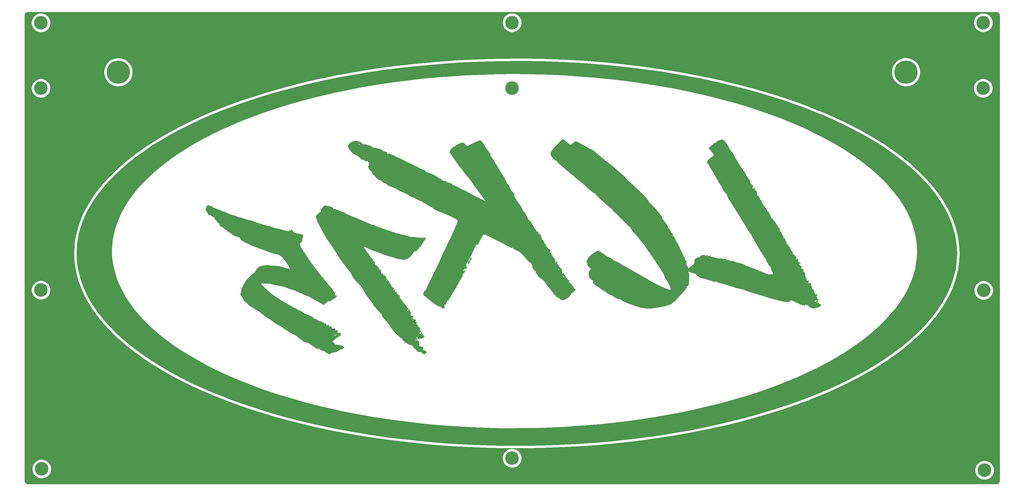
<source format=gbl>
G04 #@! TF.GenerationSoftware,KiCad,Pcbnew,(5.1.7)-1*
G04 #@! TF.CreationDate,2020-12-06T11:00:51-05:00*
G04 #@! TF.ProjectId,neoutline,6e656f75-746c-4696-9e65-2e6b69636164,rev?*
G04 #@! TF.SameCoordinates,Original*
G04 #@! TF.FileFunction,Copper,L2,Bot*
G04 #@! TF.FilePolarity,Positive*
%FSLAX46Y46*%
G04 Gerber Fmt 4.6, Leading zero omitted, Abs format (unit mm)*
G04 Created by KiCad (PCBNEW (5.1.7)-1) date 2020-12-06 11:00:51*
%MOMM*%
%LPD*%
G01*
G04 APERTURE LIST*
G04 #@! TA.AperFunction,EtchedComponent*
%ADD10C,0.010000*%
G04 #@! TD*
G04 #@! TA.AperFunction,ComponentPad*
%ADD11C,7.500000*%
G04 #@! TD*
G04 #@! TA.AperFunction,ComponentPad*
%ADD12C,4.400000*%
G04 #@! TD*
G04 #@! TA.AperFunction,NonConductor*
%ADD13C,0.254000*%
G04 #@! TD*
G04 #@! TA.AperFunction,NonConductor*
%ADD14C,0.100000*%
G04 #@! TD*
G04 APERTURE END LIST*
D10*
G04 #@! TO.C,G\u002A\u002A\u002A*
G36*
X79641078Y-86328431D02*
G01*
X79457258Y-86432000D01*
X79332733Y-86581157D01*
X79162310Y-86816614D01*
X78970988Y-87099623D01*
X78783773Y-87391435D01*
X78625665Y-87653303D01*
X78521668Y-87846477D01*
X78494197Y-87924530D01*
X78537459Y-88075273D01*
X78573754Y-88143229D01*
X78584626Y-88234418D01*
X78486456Y-88340071D01*
X78256740Y-88482890D01*
X78213258Y-88506893D01*
X77685102Y-88851399D01*
X77280865Y-89249996D01*
X77089067Y-89516273D01*
X76974492Y-89710793D01*
X76933420Y-89863005D01*
X76958225Y-90047200D01*
X77014112Y-90246445D01*
X77215572Y-90826882D01*
X77508501Y-91526938D01*
X77884470Y-92329506D01*
X78335048Y-93217479D01*
X78851807Y-94173748D01*
X79426317Y-95181208D01*
X79546322Y-95385500D01*
X79838804Y-95881552D01*
X80115606Y-96351996D01*
X80360383Y-96768975D01*
X80556789Y-97104632D01*
X80688477Y-97331108D01*
X80713818Y-97375167D01*
X80830969Y-97562735D01*
X81027906Y-97859059D01*
X81285177Y-98235687D01*
X81583330Y-98664168D01*
X81902914Y-99116050D01*
X81929400Y-99153167D01*
X82273882Y-99643847D01*
X82619459Y-100150786D01*
X82940212Y-100634914D01*
X83210220Y-101057160D01*
X83389867Y-101354500D01*
X83951661Y-102285049D01*
X84585160Y-103256754D01*
X85239772Y-104193650D01*
X85631672Y-104720623D01*
X85935141Y-105122737D01*
X86259165Y-105560624D01*
X86556154Y-105969615D01*
X86705567Y-106179929D01*
X86977860Y-106551874D01*
X87307451Y-106978324D01*
X87638542Y-107387749D01*
X87762965Y-107535483D01*
X88020213Y-107854981D01*
X88240598Y-108163297D01*
X88395064Y-108417891D01*
X88447235Y-108537316D01*
X88591300Y-108928688D01*
X88797757Y-109327481D01*
X89080630Y-109752715D01*
X89453948Y-110223411D01*
X89931735Y-110758590D01*
X90528017Y-111377274D01*
X90580153Y-111429834D01*
X91001627Y-111861042D01*
X91325965Y-112213201D01*
X91581181Y-112521331D01*
X91795287Y-112820450D01*
X91996296Y-113145580D01*
X92103986Y-113334834D01*
X93074951Y-114950919D01*
X94099246Y-116413233D01*
X94985384Y-117504259D01*
X95228701Y-117799690D01*
X95363200Y-118009006D01*
X95405130Y-118160253D01*
X95398137Y-118216797D01*
X95405802Y-118374313D01*
X95524329Y-118559162D01*
X95663323Y-118704882D01*
X95829180Y-118878000D01*
X96074891Y-119149702D01*
X96372295Y-119488163D01*
X96693231Y-119861556D01*
X96833002Y-120026767D01*
X97154059Y-120399660D01*
X97464196Y-120744548D01*
X97735589Y-121031553D01*
X97940415Y-121230795D01*
X98003965Y-121284250D01*
X98199711Y-121453923D01*
X98276151Y-121591676D01*
X98266222Y-121732416D01*
X98282661Y-121983239D01*
X98427201Y-122284076D01*
X98681377Y-122600133D01*
X98775414Y-122691944D01*
X98970797Y-122904082D01*
X99168469Y-123164484D01*
X99207169Y-123222956D01*
X99378393Y-123439395D01*
X99559373Y-123593148D01*
X99611463Y-123619640D01*
X99746523Y-123724586D01*
X99940743Y-123945166D01*
X100168369Y-124250513D01*
X100297461Y-124441851D01*
X100903990Y-125324787D01*
X101552964Y-126182978D01*
X102224139Y-126993787D01*
X102897273Y-127734580D01*
X103552122Y-128382721D01*
X104168442Y-128915573D01*
X104550014Y-129196998D01*
X104819449Y-129386338D01*
X104968175Y-129515705D01*
X105019968Y-129613423D01*
X104998608Y-129707818D01*
X104991107Y-129722431D01*
X104952168Y-129850700D01*
X105032346Y-129938664D01*
X105138327Y-129989177D01*
X105351050Y-130064596D01*
X105501567Y-130096393D01*
X105590985Y-130159091D01*
X105608422Y-130350669D01*
X105606196Y-130382690D01*
X105603814Y-130571588D01*
X105666735Y-130640146D01*
X105828845Y-130636480D01*
X106017323Y-130657107D01*
X106267289Y-130762778D01*
X106607918Y-130966491D01*
X106688172Y-131019265D01*
X107019143Y-131228442D01*
X107254395Y-131346422D01*
X107429870Y-131388495D01*
X107537790Y-131380689D01*
X107785594Y-131395299D01*
X108035521Y-131506738D01*
X108234222Y-131679045D01*
X108328349Y-131876257D01*
X108329966Y-131914688D01*
X108361497Y-132036879D01*
X108477964Y-132190962D01*
X108698466Y-132397489D01*
X109028466Y-132666306D01*
X109342369Y-132926920D01*
X109578294Y-133150699D01*
X109712715Y-133314150D01*
X109734900Y-133371711D01*
X109807397Y-133546931D01*
X110019656Y-133636569D01*
X110363831Y-133638021D01*
X110487880Y-133621468D01*
X110782569Y-133590496D01*
X110944418Y-133615827D01*
X110986370Y-133653734D01*
X111097133Y-133769128D01*
X111276766Y-133903080D01*
X111454374Y-134053746D01*
X111554736Y-134203600D01*
X111680573Y-134358782D01*
X111888414Y-134404907D01*
X112072375Y-134352097D01*
X112274832Y-134215934D01*
X112477551Y-134036331D01*
X112634141Y-133859412D01*
X112698214Y-133731301D01*
X112698234Y-133729824D01*
X112637760Y-133617956D01*
X112484057Y-133452026D01*
X112380734Y-133360151D01*
X112145033Y-133191173D01*
X111953593Y-133132054D01*
X111818727Y-133142539D01*
X111571480Y-133136183D01*
X111438754Y-133014008D01*
X111432461Y-132794901D01*
X111493377Y-132626757D01*
X111573129Y-132427840D01*
X111565134Y-132286289D01*
X111477884Y-132130118D01*
X111367374Y-131994719D01*
X111230510Y-131933832D01*
X111005363Y-131925250D01*
X110917577Y-131929222D01*
X110589695Y-131917686D01*
X110378118Y-131834863D01*
X110345271Y-131808188D01*
X110158684Y-131695286D01*
X110024567Y-131663870D01*
X109826304Y-131626581D01*
X109748968Y-131590986D01*
X109681209Y-131521438D01*
X109756646Y-131473116D01*
X109929591Y-131473273D01*
X109996578Y-131502370D01*
X110178435Y-131587682D01*
X110276932Y-131548172D01*
X110301676Y-131371285D01*
X110276878Y-131136000D01*
X110240358Y-130831797D01*
X110222582Y-130559649D01*
X110223105Y-130459775D01*
X110186569Y-130292393D01*
X110086498Y-130149804D01*
X109965007Y-130068151D01*
X109864208Y-130083578D01*
X109837725Y-130129026D01*
X109743404Y-130212522D01*
X109600681Y-130216627D01*
X109494334Y-130148513D01*
X109480900Y-130098834D01*
X109446129Y-129988214D01*
X109329561Y-130001230D01*
X109161073Y-130103634D01*
X109016691Y-130172112D01*
X108975894Y-130131656D01*
X109051787Y-130016468D01*
X109107990Y-129965120D01*
X109196569Y-129827319D01*
X109206086Y-129598383D01*
X109195790Y-129510253D01*
X109174498Y-129316866D01*
X109187915Y-129278785D01*
X109227306Y-129358000D01*
X109356789Y-129510778D01*
X109478172Y-129548500D01*
X109615486Y-129524634D01*
X109629669Y-129437097D01*
X109520913Y-129261983D01*
X109480900Y-129209834D01*
X109339350Y-128982169D01*
X109341162Y-128842320D01*
X109486610Y-128787551D01*
X109523234Y-128786500D01*
X109693716Y-128830417D01*
X109734900Y-128936995D01*
X109782024Y-129123110D01*
X109856281Y-129260785D01*
X109937901Y-129353509D01*
X110045795Y-129395585D01*
X110227550Y-129394121D01*
X110512448Y-129358810D01*
X110828312Y-129316252D01*
X111102122Y-129282640D01*
X111245751Y-129267853D01*
X111401132Y-129205299D01*
X111605425Y-129064035D01*
X111809513Y-128886510D01*
X111964280Y-128715167D01*
X112020900Y-128597980D01*
X111951302Y-128519158D01*
X111817458Y-128450960D01*
X111638727Y-128356643D01*
X111517734Y-128208177D01*
X111421909Y-127958123D01*
X111383155Y-127818363D01*
X111290004Y-127576708D01*
X111149533Y-127452841D01*
X111065655Y-127423346D01*
X110884310Y-127399612D01*
X110848226Y-127460541D01*
X110959095Y-127601011D01*
X110995716Y-127635188D01*
X111111768Y-127824659D01*
X111111507Y-127949746D01*
X111073893Y-128051208D01*
X111011251Y-128051131D01*
X110881591Y-127941339D01*
X110833646Y-127895659D01*
X110655564Y-127758991D01*
X110550679Y-127754316D01*
X110543525Y-127763558D01*
X110436159Y-127850189D01*
X110407237Y-127855167D01*
X110329964Y-127798648D01*
X110370927Y-127636809D01*
X110525854Y-127381227D01*
X110637682Y-127230910D01*
X110682242Y-127168628D01*
X110365954Y-127168628D01*
X110327567Y-127220167D01*
X110183419Y-127327758D01*
X110105534Y-127347167D01*
X110002339Y-127279170D01*
X109988900Y-127220167D01*
X110063046Y-127118364D01*
X110210934Y-127093167D01*
X110359942Y-127107455D01*
X110365954Y-127168628D01*
X110682242Y-127168628D01*
X110812616Y-126986407D01*
X110879726Y-126831495D01*
X110851600Y-126736706D01*
X110849666Y-126734732D01*
X110747724Y-126692962D01*
X110633437Y-126797096D01*
X110630265Y-126801384D01*
X110535115Y-126912568D01*
X110481599Y-126887303D01*
X110451556Y-126818000D01*
X110424265Y-126667737D01*
X110479059Y-126500690D01*
X110602195Y-126302769D01*
X110641171Y-126213758D01*
X110616598Y-126114958D01*
X110509236Y-125976758D01*
X110299844Y-125769548D01*
X110187657Y-125664829D01*
X109927854Y-125415346D01*
X109776146Y-125239821D01*
X109709949Y-125104524D01*
X109706682Y-124975723D01*
X109710694Y-124952393D01*
X109726038Y-124775625D01*
X109659235Y-124732084D01*
X109483683Y-124805695D01*
X109475334Y-124810146D01*
X109354456Y-124851609D01*
X109314194Y-124768732D01*
X109311567Y-124687353D01*
X109363322Y-124495364D01*
X109451647Y-124398521D01*
X109553390Y-124277605D01*
X109528361Y-124149252D01*
X109406023Y-124071338D01*
X109287191Y-124075428D01*
X109099056Y-124061697D01*
X108995018Y-123935021D01*
X108989619Y-123736844D01*
X109091271Y-123517041D01*
X109195869Y-123328531D01*
X109168613Y-123218157D01*
X108997163Y-123171288D01*
X108796985Y-123168087D01*
X108572570Y-123158140D01*
X108460518Y-123094354D01*
X108412285Y-122976010D01*
X108316765Y-122822987D01*
X108174874Y-122777301D01*
X108050103Y-122847375D01*
X108015263Y-122923334D01*
X107994458Y-122930334D01*
X107979862Y-122797760D01*
X107975162Y-122605834D01*
X107981095Y-122361258D01*
X108001312Y-122282371D01*
X108032552Y-122351389D01*
X108124841Y-122520784D01*
X108227603Y-122588856D01*
X108314860Y-122572250D01*
X108350300Y-122452920D01*
X108350891Y-122265875D01*
X108337900Y-121916650D01*
X107985085Y-121969044D01*
X107755664Y-121991328D01*
X107637841Y-121957763D01*
X107578713Y-121852642D01*
X107577213Y-121847969D01*
X107500329Y-121708939D01*
X107441021Y-121674500D01*
X107421303Y-121610030D01*
X107476397Y-121450980D01*
X107495963Y-121411356D01*
X107567535Y-121252131D01*
X107584941Y-121111600D01*
X107544599Y-120930065D01*
X107451514Y-120670522D01*
X107287577Y-120277508D01*
X107145539Y-120034513D01*
X107013428Y-119925645D01*
X106893099Y-119929216D01*
X106802550Y-120011347D01*
X106833253Y-120088002D01*
X106875426Y-120244201D01*
X106859174Y-120404500D01*
X106804338Y-120616167D01*
X106751889Y-120419332D01*
X106690591Y-120282768D01*
X106582744Y-120287193D01*
X106528975Y-120313728D01*
X106372716Y-120360969D01*
X106296048Y-120303893D01*
X106294403Y-120195766D01*
X106332111Y-120169986D01*
X106467303Y-120095280D01*
X106619223Y-119984435D01*
X106746794Y-119851030D01*
X106748033Y-119711911D01*
X106707902Y-119612449D01*
X106555275Y-119427148D01*
X106385117Y-119337233D01*
X106229058Y-119271914D01*
X106194083Y-119147617D01*
X106210130Y-119041854D01*
X106217238Y-118854084D01*
X106114004Y-118735258D01*
X106027959Y-118687639D01*
X105872704Y-118575392D01*
X105821335Y-118466054D01*
X105821439Y-118465566D01*
X105777339Y-118344235D01*
X105638321Y-118195885D01*
X105626922Y-118186746D01*
X105456258Y-118018765D01*
X105253161Y-117772432D01*
X105130292Y-117601565D01*
X104974038Y-117390872D01*
X104850745Y-117263185D01*
X104795642Y-117243980D01*
X104748961Y-117225611D01*
X104739567Y-117154740D01*
X104671034Y-116882130D01*
X104496644Y-116607142D01*
X104263211Y-116400648D01*
X104228712Y-116381357D01*
X104061725Y-116274024D01*
X104027696Y-116171205D01*
X104059320Y-116091945D01*
X104088700Y-115931373D01*
X104065812Y-115720853D01*
X104006202Y-115526947D01*
X103925413Y-115416218D01*
X103899867Y-115409167D01*
X103805044Y-115357427D01*
X103637064Y-115226888D01*
X103554234Y-115155167D01*
X103368123Y-115001735D01*
X103230949Y-114911366D01*
X103199996Y-114901167D01*
X103158397Y-114827594D01*
X103150236Y-114648236D01*
X103151745Y-114626000D01*
X103147729Y-114433235D01*
X103077285Y-114357853D01*
X103003900Y-114349483D01*
X102817832Y-114309161D01*
X102584110Y-114212133D01*
X102551802Y-114195213D01*
X102373948Y-114088877D01*
X102326415Y-114009941D01*
X102387005Y-113912238D01*
X102405677Y-113891308D01*
X102489253Y-113719163D01*
X102467784Y-113555896D01*
X102354420Y-113465561D01*
X102317509Y-113461834D01*
X102213170Y-113529803D01*
X102199567Y-113588834D01*
X102158662Y-113701575D01*
X102123959Y-113715834D01*
X102023992Y-113647555D01*
X101992720Y-113488383D01*
X102041661Y-113306812D01*
X102052156Y-113288860D01*
X102102462Y-113087751D01*
X102023847Y-112923394D01*
X101849327Y-112850070D01*
X101787238Y-112853322D01*
X101645124Y-112839248D01*
X101606900Y-112789312D01*
X101564347Y-112684021D01*
X101555165Y-112667037D01*
X101408463Y-112667037D01*
X101395234Y-112699834D01*
X101319152Y-112780604D01*
X101305570Y-112784500D01*
X101269205Y-112718994D01*
X101268234Y-112699834D01*
X101333322Y-112618420D01*
X101357897Y-112615167D01*
X101408463Y-112667037D01*
X101555165Y-112667037D01*
X101448757Y-112470231D01*
X101278233Y-112176933D01*
X101070878Y-111833117D01*
X100844795Y-111467775D01*
X100618088Y-111109897D01*
X100408860Y-110788475D01*
X100235214Y-110532499D01*
X100209966Y-110498500D01*
X100022766Y-110498500D01*
X100018681Y-110634084D01*
X99908620Y-110667834D01*
X99745398Y-110599744D01*
X99659567Y-110498500D01*
X99614540Y-110372651D01*
X99695147Y-110331677D01*
X99773713Y-110329167D01*
X99961932Y-110391966D01*
X100022766Y-110498500D01*
X100209966Y-110498500D01*
X100115253Y-110370960D01*
X100070675Y-110329167D01*
X100006354Y-110260414D01*
X99998234Y-110202167D01*
X99574900Y-110202167D01*
X99532567Y-110244500D01*
X99490234Y-110202167D01*
X99532567Y-110159834D01*
X99574900Y-110202167D01*
X99998234Y-110202167D01*
X99924066Y-110100379D01*
X99775746Y-110075167D01*
X99635252Y-110062696D01*
X99582896Y-109993493D01*
X99594480Y-109819874D01*
X99606570Y-109741773D01*
X99627825Y-109572627D01*
X99609565Y-109448406D01*
X99526682Y-109331507D01*
X99354067Y-109184330D01*
X99114321Y-109004584D01*
X98840405Y-108787232D01*
X98613190Y-108580406D01*
X98475208Y-108423369D01*
X98463140Y-108403438D01*
X98353189Y-108265990D01*
X98193753Y-108245216D01*
X98108951Y-108260679D01*
X97941249Y-108281936D01*
X97911673Y-108235658D01*
X97923180Y-108213666D01*
X97963175Y-108067056D01*
X97981445Y-107835509D01*
X97981474Y-107785744D01*
X97919599Y-107390377D01*
X97758330Y-107088394D01*
X97516248Y-106905011D01*
X97299700Y-106860526D01*
X97163288Y-106842698D01*
X97171890Y-106772921D01*
X97206629Y-106727947D01*
X97271660Y-106593090D01*
X97222567Y-106427124D01*
X97208471Y-106400083D01*
X97086323Y-106234621D01*
X96896769Y-106041037D01*
X96679956Y-105852763D01*
X96476029Y-105703234D01*
X96325134Y-105625881D01*
X96279252Y-105626242D01*
X96210363Y-105589046D01*
X96149295Y-105433603D01*
X96146906Y-105423077D01*
X96055205Y-105222605D01*
X95928350Y-105120299D01*
X95792807Y-105038994D01*
X95777022Y-104951782D01*
X95890001Y-104910506D01*
X95891900Y-104910500D01*
X96003325Y-104857001D01*
X96006515Y-104723403D01*
X95912260Y-104550055D01*
X95753805Y-104393997D01*
X95560916Y-104263299D01*
X95415248Y-104194125D01*
X95393972Y-104190834D01*
X95254232Y-104122267D01*
X95211087Y-103940302D01*
X95228652Y-103826194D01*
X95203458Y-103629396D01*
X95073874Y-103415567D01*
X94887193Y-103238362D01*
X94690709Y-103151439D01*
X94633887Y-103151397D01*
X94514217Y-103131681D01*
X94466495Y-102998749D01*
X94461402Y-102920804D01*
X94412380Y-102738878D01*
X94269505Y-102475213D01*
X94023824Y-102114867D01*
X93796400Y-101810804D01*
X93548400Y-101480978D01*
X93343341Y-101196248D01*
X93200952Y-100984891D01*
X93140959Y-100875186D01*
X93140234Y-100870253D01*
X93088206Y-100765124D01*
X92953637Y-100580762D01*
X92814648Y-100413920D01*
X92644746Y-100196485D01*
X92541482Y-100017929D01*
X92525371Y-99936334D01*
X92507232Y-99840627D01*
X92472935Y-99830500D01*
X92377694Y-99768955D01*
X92279002Y-99633240D01*
X92222563Y-99496735D01*
X92230783Y-99441729D01*
X92316455Y-99461863D01*
X92523579Y-99542939D01*
X92821220Y-99672062D01*
X93178440Y-99836342D01*
X93183908Y-99838920D01*
X93685763Y-100065772D01*
X94320033Y-100336694D01*
X95059014Y-100640654D01*
X95875004Y-100966618D01*
X96740302Y-101303554D01*
X97627203Y-101640429D01*
X98508006Y-101966209D01*
X98704117Y-102037433D01*
X99122599Y-102182104D01*
X99624619Y-102344742D01*
X100187823Y-102519143D01*
X100789855Y-102699107D01*
X101408362Y-102878432D01*
X102020989Y-103050917D01*
X102605382Y-103210361D01*
X103139186Y-103350561D01*
X103600046Y-103465317D01*
X103965609Y-103548427D01*
X104213520Y-103593690D01*
X104320543Y-103595504D01*
X104443177Y-103590683D01*
X104664697Y-103635299D01*
X104821275Y-103681851D01*
X105117166Y-103761076D01*
X105385978Y-103775931D01*
X105720342Y-103731288D01*
X105729539Y-103729599D01*
X106320067Y-103565593D01*
X106851888Y-103312156D01*
X107278416Y-102993043D01*
X107377827Y-102889253D01*
X107654309Y-102571145D01*
X107849837Y-102336582D01*
X107996343Y-102142893D01*
X108125759Y-101947407D01*
X108270018Y-101707455D01*
X108298091Y-101659556D01*
X108488425Y-101362481D01*
X108648225Y-101189043D01*
X108810180Y-101105794D01*
X108848424Y-101096452D01*
X109316054Y-100919123D01*
X109761746Y-100599896D01*
X110153907Y-100165933D01*
X110406517Y-99757039D01*
X110533806Y-99544930D01*
X110647879Y-99462436D01*
X110755212Y-99468429D01*
X110892094Y-99471143D01*
X110910063Y-99397538D01*
X110945969Y-99287022D01*
X111060341Y-99065718D01*
X111236637Y-98763008D01*
X111458314Y-98408271D01*
X111524380Y-98306500D01*
X111850921Y-97806080D01*
X112093797Y-97428188D01*
X112262855Y-97154181D01*
X112367942Y-96965417D01*
X112418907Y-96843253D01*
X112425597Y-96769047D01*
X112397860Y-96724157D01*
X112370563Y-96704629D01*
X112248787Y-96681491D01*
X111990951Y-96665526D01*
X111630219Y-96657750D01*
X111199754Y-96659180D01*
X111005334Y-96662788D01*
X110344925Y-96668404D01*
X109790586Y-96648887D01*
X109280415Y-96600514D01*
X108820660Y-96531433D01*
X108426242Y-96470377D01*
X108079754Y-96428843D01*
X107823323Y-96411162D01*
X107710496Y-96417315D01*
X107515973Y-96413622D01*
X107279283Y-96342680D01*
X107258710Y-96333306D01*
X106987999Y-96230673D01*
X106579286Y-96109159D01*
X106061825Y-95976338D01*
X105464869Y-95839785D01*
X104908900Y-95724881D01*
X104546983Y-95644308D01*
X104222299Y-95555574D01*
X103991643Y-95474663D01*
X103951183Y-95455339D01*
X103720510Y-95378285D01*
X103519289Y-95376080D01*
X103330640Y-95367110D01*
X103020412Y-95285553D01*
X102616306Y-95138760D01*
X102599416Y-95131972D01*
X102346613Y-95035461D01*
X101957527Y-94893987D01*
X101456538Y-94716088D01*
X100868022Y-94510300D01*
X100216358Y-94285161D01*
X99525925Y-94049205D01*
X98972015Y-93861748D01*
X98299437Y-93632911D01*
X97673916Y-93415780D01*
X97114596Y-93217328D01*
X96640620Y-93044528D01*
X96271130Y-92904352D01*
X96025270Y-92803773D01*
X95923963Y-92751539D01*
X95698761Y-92619955D01*
X95409281Y-92539148D01*
X95130734Y-92523942D01*
X94974426Y-92564406D01*
X94855696Y-92612177D01*
X94847110Y-92553250D01*
X94856738Y-92526239D01*
X94836912Y-92480934D01*
X94743576Y-92410852D01*
X94565793Y-92310897D01*
X94292628Y-92175977D01*
X93913142Y-92000997D01*
X93416400Y-91780865D01*
X92791464Y-91510485D01*
X92027397Y-91184764D01*
X91472527Y-90950056D01*
X90749280Y-90646702D01*
X90068785Y-90364899D01*
X89447987Y-90111402D01*
X88903829Y-89892965D01*
X88453258Y-89716345D01*
X88113217Y-89588297D01*
X87900652Y-89515575D01*
X87838184Y-89501167D01*
X87678051Y-89456902D01*
X87636900Y-89379164D01*
X87576493Y-89226964D01*
X87438084Y-89193901D01*
X87349005Y-89240164D01*
X87245377Y-89267816D01*
X87096710Y-89187647D01*
X86936584Y-89048266D01*
X86735930Y-88902005D01*
X86439147Y-88734645D01*
X86096960Y-88569426D01*
X85760091Y-88429588D01*
X85479262Y-88338370D01*
X85337960Y-88315834D01*
X85212923Y-88270397D01*
X85032041Y-88160592D01*
X85025304Y-88155823D01*
X84844205Y-88059723D01*
X84551153Y-87938861D01*
X84197398Y-87813626D01*
X84038567Y-87763259D01*
X83693094Y-87647772D01*
X83404498Y-87532757D01*
X83215405Y-87436058D01*
X83171719Y-87400435D01*
X83071658Y-87317673D01*
X82942197Y-87340254D01*
X82854347Y-87383904D01*
X82705000Y-87457402D01*
X82620317Y-87446428D01*
X82547483Y-87323746D01*
X82492764Y-87197448D01*
X82334881Y-86987833D01*
X82043295Y-86797909D01*
X81605981Y-86621584D01*
X81036046Y-86458985D01*
X80432544Y-86332335D01*
X79969786Y-86288855D01*
X79641078Y-86328431D01*
G37*
X79641078Y-86328431D02*
X79457258Y-86432000D01*
X79332733Y-86581157D01*
X79162310Y-86816614D01*
X78970988Y-87099623D01*
X78783773Y-87391435D01*
X78625665Y-87653303D01*
X78521668Y-87846477D01*
X78494197Y-87924530D01*
X78537459Y-88075273D01*
X78573754Y-88143229D01*
X78584626Y-88234418D01*
X78486456Y-88340071D01*
X78256740Y-88482890D01*
X78213258Y-88506893D01*
X77685102Y-88851399D01*
X77280865Y-89249996D01*
X77089067Y-89516273D01*
X76974492Y-89710793D01*
X76933420Y-89863005D01*
X76958225Y-90047200D01*
X77014112Y-90246445D01*
X77215572Y-90826882D01*
X77508501Y-91526938D01*
X77884470Y-92329506D01*
X78335048Y-93217479D01*
X78851807Y-94173748D01*
X79426317Y-95181208D01*
X79546322Y-95385500D01*
X79838804Y-95881552D01*
X80115606Y-96351996D01*
X80360383Y-96768975D01*
X80556789Y-97104632D01*
X80688477Y-97331108D01*
X80713818Y-97375167D01*
X80830969Y-97562735D01*
X81027906Y-97859059D01*
X81285177Y-98235687D01*
X81583330Y-98664168D01*
X81902914Y-99116050D01*
X81929400Y-99153167D01*
X82273882Y-99643847D01*
X82619459Y-100150786D01*
X82940212Y-100634914D01*
X83210220Y-101057160D01*
X83389867Y-101354500D01*
X83951661Y-102285049D01*
X84585160Y-103256754D01*
X85239772Y-104193650D01*
X85631672Y-104720623D01*
X85935141Y-105122737D01*
X86259165Y-105560624D01*
X86556154Y-105969615D01*
X86705567Y-106179929D01*
X86977860Y-106551874D01*
X87307451Y-106978324D01*
X87638542Y-107387749D01*
X87762965Y-107535483D01*
X88020213Y-107854981D01*
X88240598Y-108163297D01*
X88395064Y-108417891D01*
X88447235Y-108537316D01*
X88591300Y-108928688D01*
X88797757Y-109327481D01*
X89080630Y-109752715D01*
X89453948Y-110223411D01*
X89931735Y-110758590D01*
X90528017Y-111377274D01*
X90580153Y-111429834D01*
X91001627Y-111861042D01*
X91325965Y-112213201D01*
X91581181Y-112521331D01*
X91795287Y-112820450D01*
X91996296Y-113145580D01*
X92103986Y-113334834D01*
X93074951Y-114950919D01*
X94099246Y-116413233D01*
X94985384Y-117504259D01*
X95228701Y-117799690D01*
X95363200Y-118009006D01*
X95405130Y-118160253D01*
X95398137Y-118216797D01*
X95405802Y-118374313D01*
X95524329Y-118559162D01*
X95663323Y-118704882D01*
X95829180Y-118878000D01*
X96074891Y-119149702D01*
X96372295Y-119488163D01*
X96693231Y-119861556D01*
X96833002Y-120026767D01*
X97154059Y-120399660D01*
X97464196Y-120744548D01*
X97735589Y-121031553D01*
X97940415Y-121230795D01*
X98003965Y-121284250D01*
X98199711Y-121453923D01*
X98276151Y-121591676D01*
X98266222Y-121732416D01*
X98282661Y-121983239D01*
X98427201Y-122284076D01*
X98681377Y-122600133D01*
X98775414Y-122691944D01*
X98970797Y-122904082D01*
X99168469Y-123164484D01*
X99207169Y-123222956D01*
X99378393Y-123439395D01*
X99559373Y-123593148D01*
X99611463Y-123619640D01*
X99746523Y-123724586D01*
X99940743Y-123945166D01*
X100168369Y-124250513D01*
X100297461Y-124441851D01*
X100903990Y-125324787D01*
X101552964Y-126182978D01*
X102224139Y-126993787D01*
X102897273Y-127734580D01*
X103552122Y-128382721D01*
X104168442Y-128915573D01*
X104550014Y-129196998D01*
X104819449Y-129386338D01*
X104968175Y-129515705D01*
X105019968Y-129613423D01*
X104998608Y-129707818D01*
X104991107Y-129722431D01*
X104952168Y-129850700D01*
X105032346Y-129938664D01*
X105138327Y-129989177D01*
X105351050Y-130064596D01*
X105501567Y-130096393D01*
X105590985Y-130159091D01*
X105608422Y-130350669D01*
X105606196Y-130382690D01*
X105603814Y-130571588D01*
X105666735Y-130640146D01*
X105828845Y-130636480D01*
X106017323Y-130657107D01*
X106267289Y-130762778D01*
X106607918Y-130966491D01*
X106688172Y-131019265D01*
X107019143Y-131228442D01*
X107254395Y-131346422D01*
X107429870Y-131388495D01*
X107537790Y-131380689D01*
X107785594Y-131395299D01*
X108035521Y-131506738D01*
X108234222Y-131679045D01*
X108328349Y-131876257D01*
X108329966Y-131914688D01*
X108361497Y-132036879D01*
X108477964Y-132190962D01*
X108698466Y-132397489D01*
X109028466Y-132666306D01*
X109342369Y-132926920D01*
X109578294Y-133150699D01*
X109712715Y-133314150D01*
X109734900Y-133371711D01*
X109807397Y-133546931D01*
X110019656Y-133636569D01*
X110363831Y-133638021D01*
X110487880Y-133621468D01*
X110782569Y-133590496D01*
X110944418Y-133615827D01*
X110986370Y-133653734D01*
X111097133Y-133769128D01*
X111276766Y-133903080D01*
X111454374Y-134053746D01*
X111554736Y-134203600D01*
X111680573Y-134358782D01*
X111888414Y-134404907D01*
X112072375Y-134352097D01*
X112274832Y-134215934D01*
X112477551Y-134036331D01*
X112634141Y-133859412D01*
X112698214Y-133731301D01*
X112698234Y-133729824D01*
X112637760Y-133617956D01*
X112484057Y-133452026D01*
X112380734Y-133360151D01*
X112145033Y-133191173D01*
X111953593Y-133132054D01*
X111818727Y-133142539D01*
X111571480Y-133136183D01*
X111438754Y-133014008D01*
X111432461Y-132794901D01*
X111493377Y-132626757D01*
X111573129Y-132427840D01*
X111565134Y-132286289D01*
X111477884Y-132130118D01*
X111367374Y-131994719D01*
X111230510Y-131933832D01*
X111005363Y-131925250D01*
X110917577Y-131929222D01*
X110589695Y-131917686D01*
X110378118Y-131834863D01*
X110345271Y-131808188D01*
X110158684Y-131695286D01*
X110024567Y-131663870D01*
X109826304Y-131626581D01*
X109748968Y-131590986D01*
X109681209Y-131521438D01*
X109756646Y-131473116D01*
X109929591Y-131473273D01*
X109996578Y-131502370D01*
X110178435Y-131587682D01*
X110276932Y-131548172D01*
X110301676Y-131371285D01*
X110276878Y-131136000D01*
X110240358Y-130831797D01*
X110222582Y-130559649D01*
X110223105Y-130459775D01*
X110186569Y-130292393D01*
X110086498Y-130149804D01*
X109965007Y-130068151D01*
X109864208Y-130083578D01*
X109837725Y-130129026D01*
X109743404Y-130212522D01*
X109600681Y-130216627D01*
X109494334Y-130148513D01*
X109480900Y-130098834D01*
X109446129Y-129988214D01*
X109329561Y-130001230D01*
X109161073Y-130103634D01*
X109016691Y-130172112D01*
X108975894Y-130131656D01*
X109051787Y-130016468D01*
X109107990Y-129965120D01*
X109196569Y-129827319D01*
X109206086Y-129598383D01*
X109195790Y-129510253D01*
X109174498Y-129316866D01*
X109187915Y-129278785D01*
X109227306Y-129358000D01*
X109356789Y-129510778D01*
X109478172Y-129548500D01*
X109615486Y-129524634D01*
X109629669Y-129437097D01*
X109520913Y-129261983D01*
X109480900Y-129209834D01*
X109339350Y-128982169D01*
X109341162Y-128842320D01*
X109486610Y-128787551D01*
X109523234Y-128786500D01*
X109693716Y-128830417D01*
X109734900Y-128936995D01*
X109782024Y-129123110D01*
X109856281Y-129260785D01*
X109937901Y-129353509D01*
X110045795Y-129395585D01*
X110227550Y-129394121D01*
X110512448Y-129358810D01*
X110828312Y-129316252D01*
X111102122Y-129282640D01*
X111245751Y-129267853D01*
X111401132Y-129205299D01*
X111605425Y-129064035D01*
X111809513Y-128886510D01*
X111964280Y-128715167D01*
X112020900Y-128597980D01*
X111951302Y-128519158D01*
X111817458Y-128450960D01*
X111638727Y-128356643D01*
X111517734Y-128208177D01*
X111421909Y-127958123D01*
X111383155Y-127818363D01*
X111290004Y-127576708D01*
X111149533Y-127452841D01*
X111065655Y-127423346D01*
X110884310Y-127399612D01*
X110848226Y-127460541D01*
X110959095Y-127601011D01*
X110995716Y-127635188D01*
X111111768Y-127824659D01*
X111111507Y-127949746D01*
X111073893Y-128051208D01*
X111011251Y-128051131D01*
X110881591Y-127941339D01*
X110833646Y-127895659D01*
X110655564Y-127758991D01*
X110550679Y-127754316D01*
X110543525Y-127763558D01*
X110436159Y-127850189D01*
X110407237Y-127855167D01*
X110329964Y-127798648D01*
X110370927Y-127636809D01*
X110525854Y-127381227D01*
X110637682Y-127230910D01*
X110682242Y-127168628D01*
X110365954Y-127168628D01*
X110327567Y-127220167D01*
X110183419Y-127327758D01*
X110105534Y-127347167D01*
X110002339Y-127279170D01*
X109988900Y-127220167D01*
X110063046Y-127118364D01*
X110210934Y-127093167D01*
X110359942Y-127107455D01*
X110365954Y-127168628D01*
X110682242Y-127168628D01*
X110812616Y-126986407D01*
X110879726Y-126831495D01*
X110851600Y-126736706D01*
X110849666Y-126734732D01*
X110747724Y-126692962D01*
X110633437Y-126797096D01*
X110630265Y-126801384D01*
X110535115Y-126912568D01*
X110481599Y-126887303D01*
X110451556Y-126818000D01*
X110424265Y-126667737D01*
X110479059Y-126500690D01*
X110602195Y-126302769D01*
X110641171Y-126213758D01*
X110616598Y-126114958D01*
X110509236Y-125976758D01*
X110299844Y-125769548D01*
X110187657Y-125664829D01*
X109927854Y-125415346D01*
X109776146Y-125239821D01*
X109709949Y-125104524D01*
X109706682Y-124975723D01*
X109710694Y-124952393D01*
X109726038Y-124775625D01*
X109659235Y-124732084D01*
X109483683Y-124805695D01*
X109475334Y-124810146D01*
X109354456Y-124851609D01*
X109314194Y-124768732D01*
X109311567Y-124687353D01*
X109363322Y-124495364D01*
X109451647Y-124398521D01*
X109553390Y-124277605D01*
X109528361Y-124149252D01*
X109406023Y-124071338D01*
X109287191Y-124075428D01*
X109099056Y-124061697D01*
X108995018Y-123935021D01*
X108989619Y-123736844D01*
X109091271Y-123517041D01*
X109195869Y-123328531D01*
X109168613Y-123218157D01*
X108997163Y-123171288D01*
X108796985Y-123168087D01*
X108572570Y-123158140D01*
X108460518Y-123094354D01*
X108412285Y-122976010D01*
X108316765Y-122822987D01*
X108174874Y-122777301D01*
X108050103Y-122847375D01*
X108015263Y-122923334D01*
X107994458Y-122930334D01*
X107979862Y-122797760D01*
X107975162Y-122605834D01*
X107981095Y-122361258D01*
X108001312Y-122282371D01*
X108032552Y-122351389D01*
X108124841Y-122520784D01*
X108227603Y-122588856D01*
X108314860Y-122572250D01*
X108350300Y-122452920D01*
X108350891Y-122265875D01*
X108337900Y-121916650D01*
X107985085Y-121969044D01*
X107755664Y-121991328D01*
X107637841Y-121957763D01*
X107578713Y-121852642D01*
X107577213Y-121847969D01*
X107500329Y-121708939D01*
X107441021Y-121674500D01*
X107421303Y-121610030D01*
X107476397Y-121450980D01*
X107495963Y-121411356D01*
X107567535Y-121252131D01*
X107584941Y-121111600D01*
X107544599Y-120930065D01*
X107451514Y-120670522D01*
X107287577Y-120277508D01*
X107145539Y-120034513D01*
X107013428Y-119925645D01*
X106893099Y-119929216D01*
X106802550Y-120011347D01*
X106833253Y-120088002D01*
X106875426Y-120244201D01*
X106859174Y-120404500D01*
X106804338Y-120616167D01*
X106751889Y-120419332D01*
X106690591Y-120282768D01*
X106582744Y-120287193D01*
X106528975Y-120313728D01*
X106372716Y-120360969D01*
X106296048Y-120303893D01*
X106294403Y-120195766D01*
X106332111Y-120169986D01*
X106467303Y-120095280D01*
X106619223Y-119984435D01*
X106746794Y-119851030D01*
X106748033Y-119711911D01*
X106707902Y-119612449D01*
X106555275Y-119427148D01*
X106385117Y-119337233D01*
X106229058Y-119271914D01*
X106194083Y-119147617D01*
X106210130Y-119041854D01*
X106217238Y-118854084D01*
X106114004Y-118735258D01*
X106027959Y-118687639D01*
X105872704Y-118575392D01*
X105821335Y-118466054D01*
X105821439Y-118465566D01*
X105777339Y-118344235D01*
X105638321Y-118195885D01*
X105626922Y-118186746D01*
X105456258Y-118018765D01*
X105253161Y-117772432D01*
X105130292Y-117601565D01*
X104974038Y-117390872D01*
X104850745Y-117263185D01*
X104795642Y-117243980D01*
X104748961Y-117225611D01*
X104739567Y-117154740D01*
X104671034Y-116882130D01*
X104496644Y-116607142D01*
X104263211Y-116400648D01*
X104228712Y-116381357D01*
X104061725Y-116274024D01*
X104027696Y-116171205D01*
X104059320Y-116091945D01*
X104088700Y-115931373D01*
X104065812Y-115720853D01*
X104006202Y-115526947D01*
X103925413Y-115416218D01*
X103899867Y-115409167D01*
X103805044Y-115357427D01*
X103637064Y-115226888D01*
X103554234Y-115155167D01*
X103368123Y-115001735D01*
X103230949Y-114911366D01*
X103199996Y-114901167D01*
X103158397Y-114827594D01*
X103150236Y-114648236D01*
X103151745Y-114626000D01*
X103147729Y-114433235D01*
X103077285Y-114357853D01*
X103003900Y-114349483D01*
X102817832Y-114309161D01*
X102584110Y-114212133D01*
X102551802Y-114195213D01*
X102373948Y-114088877D01*
X102326415Y-114009941D01*
X102387005Y-113912238D01*
X102405677Y-113891308D01*
X102489253Y-113719163D01*
X102467784Y-113555896D01*
X102354420Y-113465561D01*
X102317509Y-113461834D01*
X102213170Y-113529803D01*
X102199567Y-113588834D01*
X102158662Y-113701575D01*
X102123959Y-113715834D01*
X102023992Y-113647555D01*
X101992720Y-113488383D01*
X102041661Y-113306812D01*
X102052156Y-113288860D01*
X102102462Y-113087751D01*
X102023847Y-112923394D01*
X101849327Y-112850070D01*
X101787238Y-112853322D01*
X101645124Y-112839248D01*
X101606900Y-112789312D01*
X101564347Y-112684021D01*
X101555165Y-112667037D01*
X101408463Y-112667037D01*
X101395234Y-112699834D01*
X101319152Y-112780604D01*
X101305570Y-112784500D01*
X101269205Y-112718994D01*
X101268234Y-112699834D01*
X101333322Y-112618420D01*
X101357897Y-112615167D01*
X101408463Y-112667037D01*
X101555165Y-112667037D01*
X101448757Y-112470231D01*
X101278233Y-112176933D01*
X101070878Y-111833117D01*
X100844795Y-111467775D01*
X100618088Y-111109897D01*
X100408860Y-110788475D01*
X100235214Y-110532499D01*
X100209966Y-110498500D01*
X100022766Y-110498500D01*
X100018681Y-110634084D01*
X99908620Y-110667834D01*
X99745398Y-110599744D01*
X99659567Y-110498500D01*
X99614540Y-110372651D01*
X99695147Y-110331677D01*
X99773713Y-110329167D01*
X99961932Y-110391966D01*
X100022766Y-110498500D01*
X100209966Y-110498500D01*
X100115253Y-110370960D01*
X100070675Y-110329167D01*
X100006354Y-110260414D01*
X99998234Y-110202167D01*
X99574900Y-110202167D01*
X99532567Y-110244500D01*
X99490234Y-110202167D01*
X99532567Y-110159834D01*
X99574900Y-110202167D01*
X99998234Y-110202167D01*
X99924066Y-110100379D01*
X99775746Y-110075167D01*
X99635252Y-110062696D01*
X99582896Y-109993493D01*
X99594480Y-109819874D01*
X99606570Y-109741773D01*
X99627825Y-109572627D01*
X99609565Y-109448406D01*
X99526682Y-109331507D01*
X99354067Y-109184330D01*
X99114321Y-109004584D01*
X98840405Y-108787232D01*
X98613190Y-108580406D01*
X98475208Y-108423369D01*
X98463140Y-108403438D01*
X98353189Y-108265990D01*
X98193753Y-108245216D01*
X98108951Y-108260679D01*
X97941249Y-108281936D01*
X97911673Y-108235658D01*
X97923180Y-108213666D01*
X97963175Y-108067056D01*
X97981445Y-107835509D01*
X97981474Y-107785744D01*
X97919599Y-107390377D01*
X97758330Y-107088394D01*
X97516248Y-106905011D01*
X97299700Y-106860526D01*
X97163288Y-106842698D01*
X97171890Y-106772921D01*
X97206629Y-106727947D01*
X97271660Y-106593090D01*
X97222567Y-106427124D01*
X97208471Y-106400083D01*
X97086323Y-106234621D01*
X96896769Y-106041037D01*
X96679956Y-105852763D01*
X96476029Y-105703234D01*
X96325134Y-105625881D01*
X96279252Y-105626242D01*
X96210363Y-105589046D01*
X96149295Y-105433603D01*
X96146906Y-105423077D01*
X96055205Y-105222605D01*
X95928350Y-105120299D01*
X95792807Y-105038994D01*
X95777022Y-104951782D01*
X95890001Y-104910506D01*
X95891900Y-104910500D01*
X96003325Y-104857001D01*
X96006515Y-104723403D01*
X95912260Y-104550055D01*
X95753805Y-104393997D01*
X95560916Y-104263299D01*
X95415248Y-104194125D01*
X95393972Y-104190834D01*
X95254232Y-104122267D01*
X95211087Y-103940302D01*
X95228652Y-103826194D01*
X95203458Y-103629396D01*
X95073874Y-103415567D01*
X94887193Y-103238362D01*
X94690709Y-103151439D01*
X94633887Y-103151397D01*
X94514217Y-103131681D01*
X94466495Y-102998749D01*
X94461402Y-102920804D01*
X94412380Y-102738878D01*
X94269505Y-102475213D01*
X94023824Y-102114867D01*
X93796400Y-101810804D01*
X93548400Y-101480978D01*
X93343341Y-101196248D01*
X93200952Y-100984891D01*
X93140959Y-100875186D01*
X93140234Y-100870253D01*
X93088206Y-100765124D01*
X92953637Y-100580762D01*
X92814648Y-100413920D01*
X92644746Y-100196485D01*
X92541482Y-100017929D01*
X92525371Y-99936334D01*
X92507232Y-99840627D01*
X92472935Y-99830500D01*
X92377694Y-99768955D01*
X92279002Y-99633240D01*
X92222563Y-99496735D01*
X92230783Y-99441729D01*
X92316455Y-99461863D01*
X92523579Y-99542939D01*
X92821220Y-99672062D01*
X93178440Y-99836342D01*
X93183908Y-99838920D01*
X93685763Y-100065772D01*
X94320033Y-100336694D01*
X95059014Y-100640654D01*
X95875004Y-100966618D01*
X96740302Y-101303554D01*
X97627203Y-101640429D01*
X98508006Y-101966209D01*
X98704117Y-102037433D01*
X99122599Y-102182104D01*
X99624619Y-102344742D01*
X100187823Y-102519143D01*
X100789855Y-102699107D01*
X101408362Y-102878432D01*
X102020989Y-103050917D01*
X102605382Y-103210361D01*
X103139186Y-103350561D01*
X103600046Y-103465317D01*
X103965609Y-103548427D01*
X104213520Y-103593690D01*
X104320543Y-103595504D01*
X104443177Y-103590683D01*
X104664697Y-103635299D01*
X104821275Y-103681851D01*
X105117166Y-103761076D01*
X105385978Y-103775931D01*
X105720342Y-103731288D01*
X105729539Y-103729599D01*
X106320067Y-103565593D01*
X106851888Y-103312156D01*
X107278416Y-102993043D01*
X107377827Y-102889253D01*
X107654309Y-102571145D01*
X107849837Y-102336582D01*
X107996343Y-102142893D01*
X108125759Y-101947407D01*
X108270018Y-101707455D01*
X108298091Y-101659556D01*
X108488425Y-101362481D01*
X108648225Y-101189043D01*
X108810180Y-101105794D01*
X108848424Y-101096452D01*
X109316054Y-100919123D01*
X109761746Y-100599896D01*
X110153907Y-100165933D01*
X110406517Y-99757039D01*
X110533806Y-99544930D01*
X110647879Y-99462436D01*
X110755212Y-99468429D01*
X110892094Y-99471143D01*
X110910063Y-99397538D01*
X110945969Y-99287022D01*
X111060341Y-99065718D01*
X111236637Y-98763008D01*
X111458314Y-98408271D01*
X111524380Y-98306500D01*
X111850921Y-97806080D01*
X112093797Y-97428188D01*
X112262855Y-97154181D01*
X112367942Y-96965417D01*
X112418907Y-96843253D01*
X112425597Y-96769047D01*
X112397860Y-96724157D01*
X112370563Y-96704629D01*
X112248787Y-96681491D01*
X111990951Y-96665526D01*
X111630219Y-96657750D01*
X111199754Y-96659180D01*
X111005334Y-96662788D01*
X110344925Y-96668404D01*
X109790586Y-96648887D01*
X109280415Y-96600514D01*
X108820660Y-96531433D01*
X108426242Y-96470377D01*
X108079754Y-96428843D01*
X107823323Y-96411162D01*
X107710496Y-96417315D01*
X107515973Y-96413622D01*
X107279283Y-96342680D01*
X107258710Y-96333306D01*
X106987999Y-96230673D01*
X106579286Y-96109159D01*
X106061825Y-95976338D01*
X105464869Y-95839785D01*
X104908900Y-95724881D01*
X104546983Y-95644308D01*
X104222299Y-95555574D01*
X103991643Y-95474663D01*
X103951183Y-95455339D01*
X103720510Y-95378285D01*
X103519289Y-95376080D01*
X103330640Y-95367110D01*
X103020412Y-95285553D01*
X102616306Y-95138760D01*
X102599416Y-95131972D01*
X102346613Y-95035461D01*
X101957527Y-94893987D01*
X101456538Y-94716088D01*
X100868022Y-94510300D01*
X100216358Y-94285161D01*
X99525925Y-94049205D01*
X98972015Y-93861748D01*
X98299437Y-93632911D01*
X97673916Y-93415780D01*
X97114596Y-93217328D01*
X96640620Y-93044528D01*
X96271130Y-92904352D01*
X96025270Y-92803773D01*
X95923963Y-92751539D01*
X95698761Y-92619955D01*
X95409281Y-92539148D01*
X95130734Y-92523942D01*
X94974426Y-92564406D01*
X94855696Y-92612177D01*
X94847110Y-92553250D01*
X94856738Y-92526239D01*
X94836912Y-92480934D01*
X94743576Y-92410852D01*
X94565793Y-92310897D01*
X94292628Y-92175977D01*
X93913142Y-92000997D01*
X93416400Y-91780865D01*
X92791464Y-91510485D01*
X92027397Y-91184764D01*
X91472527Y-90950056D01*
X90749280Y-90646702D01*
X90068785Y-90364899D01*
X89447987Y-90111402D01*
X88903829Y-89892965D01*
X88453258Y-89716345D01*
X88113217Y-89588297D01*
X87900652Y-89515575D01*
X87838184Y-89501167D01*
X87678051Y-89456902D01*
X87636900Y-89379164D01*
X87576493Y-89226964D01*
X87438084Y-89193901D01*
X87349005Y-89240164D01*
X87245377Y-89267816D01*
X87096710Y-89187647D01*
X86936584Y-89048266D01*
X86735930Y-88902005D01*
X86439147Y-88734645D01*
X86096960Y-88569426D01*
X85760091Y-88429588D01*
X85479262Y-88338370D01*
X85337960Y-88315834D01*
X85212923Y-88270397D01*
X85032041Y-88160592D01*
X85025304Y-88155823D01*
X84844205Y-88059723D01*
X84551153Y-87938861D01*
X84197398Y-87813626D01*
X84038567Y-87763259D01*
X83693094Y-87647772D01*
X83404498Y-87532757D01*
X83215405Y-87436058D01*
X83171719Y-87400435D01*
X83071658Y-87317673D01*
X82942197Y-87340254D01*
X82854347Y-87383904D01*
X82705000Y-87457402D01*
X82620317Y-87446428D01*
X82547483Y-87323746D01*
X82492764Y-87197448D01*
X82334881Y-86987833D01*
X82043295Y-86797909D01*
X81605981Y-86621584D01*
X81036046Y-86458985D01*
X80432544Y-86332335D01*
X79969786Y-86288855D01*
X79641078Y-86328431D01*
G36*
X41863638Y-86169323D02*
G01*
X41834979Y-86196422D01*
X41724595Y-86365755D01*
X41603590Y-86636302D01*
X41495623Y-86943446D01*
X41424350Y-87222573D01*
X41408900Y-87360191D01*
X41340674Y-87487603D01*
X41281900Y-87523216D01*
X41172636Y-87603495D01*
X41191077Y-87724892D01*
X41344359Y-87904801D01*
X41493567Y-88039142D01*
X41686871Y-88233913D01*
X41809481Y-88413795D01*
X41832234Y-88491764D01*
X41865569Y-88625774D01*
X41908974Y-88654500D01*
X41954109Y-88721345D01*
X41944450Y-88812294D01*
X41982411Y-88992873D01*
X42133128Y-89150961D01*
X42364661Y-89296045D01*
X42524487Y-89319665D01*
X42593034Y-89219951D01*
X42594234Y-89194981D01*
X42632697Y-89146843D01*
X42756953Y-89215446D01*
X42931416Y-89362753D01*
X43200743Y-89578547D01*
X43531730Y-89806845D01*
X43742512Y-89934837D01*
X44008609Y-90097805D01*
X44145406Y-90221168D01*
X44179436Y-90331579D01*
X44173227Y-90367496D01*
X44200165Y-90536820D01*
X44371216Y-90743121D01*
X44419500Y-90786856D01*
X44653841Y-91033593D01*
X44863234Y-91318621D01*
X44895564Y-91373009D01*
X45079220Y-91623423D01*
X45302447Y-91831033D01*
X45357400Y-91867400D01*
X45594009Y-92077275D01*
X45725370Y-92374150D01*
X45806271Y-92586747D01*
X45898193Y-92707828D01*
X45928240Y-92718500D01*
X46041010Y-92787653D01*
X46134828Y-92930167D01*
X46247445Y-93086614D01*
X46357213Y-93141834D01*
X46518889Y-93177217D01*
X46742053Y-93263805D01*
X46963660Y-93372257D01*
X47120666Y-93473230D01*
X47156119Y-93513656D01*
X47227697Y-93615641D01*
X47375252Y-93793383D01*
X47482838Y-93915122D01*
X47684026Y-94113889D01*
X47838396Y-94196136D01*
X47979786Y-94190288D01*
X48137239Y-94180741D01*
X48182234Y-94271702D01*
X48246078Y-94415254D01*
X48372734Y-94538182D01*
X48521464Y-94643421D01*
X48768566Y-94818701D01*
X49074427Y-95035911D01*
X49282900Y-95184077D01*
X49780787Y-95513773D01*
X50304653Y-95818669D01*
X50816230Y-96079470D01*
X51277249Y-96276885D01*
X51649442Y-96391619D01*
X51695900Y-96400619D01*
X51984788Y-96476397D01*
X52246291Y-96584591D01*
X52273449Y-96599768D01*
X52439924Y-96730897D01*
X52479066Y-96884709D01*
X52467707Y-96964793D01*
X52459533Y-97079896D01*
X52503291Y-97183630D01*
X52624072Y-97302890D01*
X52846967Y-97464572D01*
X53075492Y-97616283D01*
X53504588Y-97882908D01*
X53924103Y-98118388D01*
X54301391Y-98306426D01*
X54603803Y-98430730D01*
X54795982Y-98475006D01*
X54958815Y-98525264D01*
X55134649Y-98633735D01*
X55416528Y-98818423D01*
X55809752Y-99029752D01*
X56263756Y-99244765D01*
X56727977Y-99440507D01*
X57151853Y-99594021D01*
X57410900Y-99667185D01*
X57590505Y-99722124D01*
X57891760Y-99829196D01*
X58279982Y-99975465D01*
X58720489Y-100147997D01*
X58977234Y-100251326D01*
X59901068Y-100618437D01*
X60785405Y-100953538D01*
X61614969Y-101251773D01*
X62374485Y-101508285D01*
X63048677Y-101718218D01*
X63622270Y-101876715D01*
X64079989Y-101978921D01*
X64406558Y-102019980D01*
X64524294Y-102014810D01*
X64689324Y-102050222D01*
X64940925Y-102174448D01*
X65241039Y-102361666D01*
X65551607Y-102586054D01*
X65834572Y-102821788D01*
X66051878Y-103043047D01*
X66067140Y-103061648D01*
X66271839Y-103309725D01*
X66529199Y-103612936D01*
X66750935Y-103868399D01*
X67017142Y-104191145D01*
X67289935Y-104553438D01*
X67467239Y-104811674D01*
X67644912Y-105098902D01*
X67843416Y-105437107D01*
X68044243Y-105792462D01*
X68228885Y-106131144D01*
X68378833Y-106419326D01*
X68475578Y-106623185D01*
X68502234Y-106703181D01*
X68479900Y-106747495D01*
X68400817Y-106764146D01*
X68246862Y-106749630D01*
X67999912Y-106700441D01*
X67641843Y-106613077D01*
X67154533Y-106484032D01*
X66640578Y-106343215D01*
X65953916Y-106160230D01*
X65382569Y-106025004D01*
X64882257Y-105928697D01*
X64408700Y-105862472D01*
X64063135Y-105828759D01*
X63633602Y-105793027D01*
X63238123Y-105759746D01*
X62922976Y-105732834D01*
X62744900Y-105717171D01*
X61863319Y-105649723D01*
X61113922Y-105620045D01*
X60505982Y-105628144D01*
X60048772Y-105674028D01*
X59866234Y-105714983D01*
X59533697Y-105806225D01*
X59205175Y-105886001D01*
X59061900Y-105916007D01*
X58796087Y-105981627D01*
X58575700Y-106061259D01*
X58546598Y-106075789D01*
X58323406Y-106246001D01*
X58058472Y-106521475D01*
X57789848Y-106858117D01*
X57555584Y-107211833D01*
X57533798Y-107249450D01*
X57382196Y-107500784D01*
X57224011Y-107722684D01*
X57034692Y-107940563D01*
X56789689Y-108179836D01*
X56464451Y-108465913D01*
X56034430Y-108824210D01*
X55929234Y-108910419D01*
X55582567Y-109197981D01*
X55310338Y-109439072D01*
X55083404Y-109667144D01*
X54872625Y-109915652D01*
X54648861Y-110218048D01*
X54382970Y-110607786D01*
X54168596Y-110931620D01*
X53902262Y-111343804D01*
X53674208Y-111711563D01*
X53499012Y-112010157D01*
X53391251Y-112214849D01*
X53363748Y-112297522D01*
X53334776Y-112432329D01*
X53231822Y-112625072D01*
X53209597Y-112657761D01*
X53002542Y-112980637D01*
X52858322Y-113263566D01*
X52792672Y-113472005D01*
X52801262Y-113554097D01*
X52809079Y-113686338D01*
X52753783Y-113886125D01*
X52750166Y-113894987D01*
X52689701Y-114103859D01*
X52729186Y-114231571D01*
X52742011Y-114245477D01*
X52833282Y-114403530D01*
X52795610Y-114525377D01*
X52678567Y-114562500D01*
X52581210Y-114580509D01*
X52553545Y-114664263D01*
X52584882Y-114858354D01*
X52595803Y-114907736D01*
X52692375Y-115210772D01*
X52853511Y-115582322D01*
X53060435Y-115990892D01*
X53294369Y-116404986D01*
X53536538Y-116793111D01*
X53768164Y-117123771D01*
X53970471Y-117365473D01*
X54124684Y-117486720D01*
X54135708Y-117490693D01*
X54523407Y-117694915D01*
X54895311Y-118057386D01*
X55071963Y-118295464D01*
X55227119Y-118508121D01*
X55346966Y-118640023D01*
X55398120Y-118663725D01*
X55480436Y-118692593D01*
X55680936Y-118801144D01*
X55976507Y-118975739D01*
X56344037Y-119202739D01*
X56745362Y-119458759D01*
X57187880Y-119742778D01*
X57606317Y-120006974D01*
X57969976Y-120232293D01*
X58248156Y-120399679D01*
X58392083Y-120480932D01*
X58576710Y-120598097D01*
X58857729Y-120802296D01*
X59203691Y-121069520D01*
X59583145Y-121375763D01*
X59789083Y-121547369D01*
X60148397Y-121843640D01*
X60466761Y-122093586D01*
X60720437Y-122279555D01*
X60885686Y-122383892D01*
X60934861Y-122399432D01*
X61042844Y-122438105D01*
X61185289Y-122577157D01*
X61209515Y-122608542D01*
X61420857Y-122803087D01*
X61678201Y-122931382D01*
X61680125Y-122931917D01*
X61967360Y-123050587D01*
X62330425Y-123257369D01*
X62723720Y-123522353D01*
X63101648Y-123815631D01*
X63312782Y-124002834D01*
X63537119Y-124181855D01*
X63865829Y-124403124D01*
X64250639Y-124635587D01*
X64561519Y-124806181D01*
X64989005Y-125044016D01*
X65488460Y-125344814D01*
X65996763Y-125669440D01*
X66437058Y-125969008D01*
X66793177Y-126215776D01*
X67101170Y-126418580D01*
X67334747Y-126560916D01*
X67467615Y-126626279D01*
X67486131Y-126627563D01*
X67577912Y-126658461D01*
X67745243Y-126780212D01*
X67878045Y-126897729D01*
X68086954Y-127058794D01*
X68405488Y-127261174D01*
X68788413Y-127477687D01*
X69147237Y-127660490D01*
X69525727Y-127850171D01*
X69858403Y-128030785D01*
X70109087Y-128181779D01*
X70240942Y-128281861D01*
X70410458Y-128396773D01*
X70537283Y-128404532D01*
X70698424Y-128436803D01*
X70817813Y-128567250D01*
X70951064Y-128714226D01*
X71181053Y-128915813D01*
X71463106Y-129133472D01*
X71527469Y-129179517D01*
X71860666Y-129422389D01*
X72197209Y-129680785D01*
X72467618Y-129901269D01*
X72481567Y-129913290D01*
X72991231Y-130293962D01*
X73457491Y-130514498D01*
X73884225Y-130577149D01*
X74206133Y-130629745D01*
X74598909Y-130794855D01*
X75027715Y-131052710D01*
X75457710Y-131383537D01*
X75701215Y-131608270D01*
X75967666Y-131847359D01*
X76186597Y-131976339D01*
X76406600Y-132024123D01*
X76607238Y-132060991D01*
X76710860Y-132123997D01*
X76714731Y-132138878D01*
X76789984Y-132303756D01*
X76979591Y-132448904D01*
X77230245Y-132555573D01*
X77488640Y-132605020D01*
X77701471Y-132578496D01*
X77786957Y-132515950D01*
X77865149Y-132447734D01*
X77934623Y-132506786D01*
X77994141Y-132625304D01*
X78189080Y-132866349D01*
X78516636Y-133064267D01*
X78942117Y-133202018D01*
X79271856Y-133252826D01*
X79550327Y-133285846D01*
X79692237Y-133329088D01*
X79730323Y-133396116D01*
X79721806Y-133439264D01*
X79735243Y-133522359D01*
X79839443Y-133623529D01*
X80055071Y-133757421D01*
X80402794Y-133938683D01*
X80481397Y-133977664D01*
X80819522Y-134141151D01*
X81102686Y-134271915D01*
X81295886Y-134354160D01*
X81360709Y-134374500D01*
X81471643Y-134316574D01*
X81540052Y-134248523D01*
X81781798Y-134047803D01*
X82124770Y-133873500D01*
X82513935Y-133742805D01*
X82894262Y-133672907D01*
X83210719Y-133680998D01*
X83288306Y-133702419D01*
X83430533Y-133702224D01*
X83636732Y-133605095D01*
X83932587Y-133399247D01*
X84275142Y-133175763D01*
X84667258Y-132971222D01*
X84945712Y-132858151D01*
X85393813Y-132688411D01*
X85737430Y-132516486D01*
X85955774Y-132354614D01*
X86028234Y-132220812D01*
X85998977Y-132173167D01*
X84758234Y-132173167D01*
X84726065Y-132310798D01*
X84681494Y-132342500D01*
X84637942Y-132275074D01*
X84649035Y-132173167D01*
X84698186Y-132036385D01*
X84725775Y-132003834D01*
X84752194Y-132075083D01*
X84758234Y-132173167D01*
X85998977Y-132173167D01*
X85962801Y-132114257D01*
X85800098Y-131962703D01*
X85696000Y-131883889D01*
X85181567Y-131883889D01*
X85132214Y-131976607D01*
X85030663Y-131961823D01*
X84946970Y-131850375D01*
X84983819Y-131764009D01*
X85047512Y-131749834D01*
X85164144Y-131818003D01*
X85181567Y-131883889D01*
X85696000Y-131883889D01*
X85590521Y-131804030D01*
X85384462Y-131676119D01*
X85232316Y-131616850D01*
X85223900Y-131616206D01*
X85091724Y-131583429D01*
X84891638Y-131508746D01*
X84889247Y-131507739D01*
X84651090Y-131451458D01*
X84328095Y-131429945D01*
X84152189Y-131435306D01*
X83823948Y-131439849D01*
X83652484Y-131397572D01*
X83625846Y-131365957D01*
X83522316Y-131296954D01*
X83371901Y-131287183D01*
X83170744Y-131262034D01*
X83058364Y-131191624D01*
X82902090Y-131087258D01*
X82821700Y-131071204D01*
X82733399Y-131055328D01*
X82802071Y-130995082D01*
X82885588Y-130876183D01*
X82828792Y-130747608D01*
X82654470Y-130645192D01*
X82564177Y-130620989D01*
X82378570Y-130557993D01*
X82309861Y-130432365D01*
X82302900Y-130312617D01*
X82329574Y-130133400D01*
X82393922Y-130056549D01*
X82395742Y-130056500D01*
X82505522Y-130004194D01*
X82692830Y-129868997D01*
X82857750Y-129731546D01*
X83079478Y-129550077D01*
X83396412Y-129308231D01*
X83763160Y-129039997D01*
X84073296Y-128821379D01*
X84429696Y-128572308D01*
X84669065Y-128393199D01*
X84814791Y-128259380D01*
X84890261Y-128146178D01*
X84918865Y-128028922D01*
X84923620Y-127924372D01*
X84879728Y-127670947D01*
X84733311Y-127546710D01*
X84474420Y-127545021D01*
X84384434Y-127564592D01*
X84219850Y-127581221D01*
X84166393Y-127504554D01*
X84165567Y-127483345D01*
X84112251Y-127368905D01*
X83996525Y-127357458D01*
X83884723Y-127442005D01*
X83851433Y-127516500D01*
X83780334Y-127653845D01*
X83722749Y-127685834D01*
X83673389Y-127757668D01*
X83673816Y-127927490D01*
X83672513Y-128110165D01*
X83568585Y-128216124D01*
X83461381Y-128262719D01*
X83284039Y-128366684D01*
X83263532Y-128486729D01*
X83287410Y-128603277D01*
X83233598Y-128597636D01*
X83124077Y-128484510D01*
X83021636Y-128339937D01*
X82637960Y-128339937D01*
X82632453Y-128478029D01*
X82566798Y-128623449D01*
X82494106Y-128691276D01*
X82356517Y-128749712D01*
X82324534Y-128697828D01*
X82389828Y-128519145D01*
X82397987Y-128501108D01*
X82492893Y-128340826D01*
X82570491Y-128278500D01*
X82637960Y-128339937D01*
X83021636Y-128339937D01*
X83001400Y-128311379D01*
X82857096Y-128061046D01*
X82824694Y-127931180D01*
X82905600Y-127913935D01*
X83060696Y-127979993D01*
X83251538Y-128068931D01*
X83374740Y-128108987D01*
X83378691Y-128109167D01*
X83455067Y-128036098D01*
X83561695Y-127847739D01*
X83678108Y-127590356D01*
X83721961Y-127474167D01*
X83234234Y-127474167D01*
X83188516Y-127586839D01*
X83149567Y-127601167D01*
X83074453Y-127532590D01*
X83064900Y-127474167D01*
X83110618Y-127361495D01*
X83149567Y-127347167D01*
X83224682Y-127415743D01*
X83234234Y-127474167D01*
X83721961Y-127474167D01*
X83783840Y-127310219D01*
X83858425Y-127053595D01*
X83869691Y-126999157D01*
X83873403Y-126752090D01*
X83783402Y-126632066D01*
X83616983Y-126653028D01*
X83517630Y-126715289D01*
X83357826Y-126805906D01*
X83227537Y-126834419D01*
X83176482Y-126794911D01*
X83192206Y-126754007D01*
X83199838Y-126625368D01*
X83152002Y-126415231D01*
X83134667Y-126364176D01*
X83059889Y-126181737D01*
X82972274Y-126097614D01*
X82815041Y-126082437D01*
X82620645Y-126098310D01*
X82315097Y-126097860D01*
X82093188Y-126040296D01*
X81984792Y-125938565D01*
X82002151Y-125830312D01*
X81991296Y-125729519D01*
X81888086Y-125680593D01*
X81751821Y-125590429D01*
X81710294Y-125391052D01*
X81710234Y-125379592D01*
X81698181Y-125212323D01*
X81646582Y-125186403D01*
X81583234Y-125230500D01*
X81475643Y-125374648D01*
X81456234Y-125452534D01*
X81420628Y-125563957D01*
X81333219Y-125543965D01*
X81223118Y-125409892D01*
X81154444Y-125272834D01*
X81020546Y-125067491D01*
X80861405Y-124974042D01*
X80717675Y-125002897D01*
X80635631Y-125139977D01*
X80527620Y-125315176D01*
X80356504Y-125348803D01*
X80263223Y-125308630D01*
X80197020Y-125245556D01*
X80249734Y-125231797D01*
X80326602Y-125156468D01*
X80355567Y-124981301D01*
X80279929Y-124725370D01*
X80076058Y-124545012D01*
X79778521Y-124469214D01*
X79744062Y-124468500D01*
X79574009Y-124444046D01*
X79508900Y-124389881D01*
X79434859Y-124225713D01*
X79252771Y-124116370D01*
X79022696Y-124096296D01*
X79003068Y-124099767D01*
X78834430Y-124119794D01*
X78787431Y-124064952D01*
X78804552Y-123969995D01*
X78812825Y-123847034D01*
X78722790Y-123792846D01*
X78566275Y-123777752D01*
X78322268Y-123771927D01*
X78133929Y-123776682D01*
X78133067Y-123776754D01*
X78007749Y-123756633D01*
X77984900Y-123723757D01*
X77926509Y-123645584D01*
X77789481Y-123545304D01*
X77631033Y-123456225D01*
X77508384Y-123411653D01*
X77474326Y-123426547D01*
X77438584Y-123422159D01*
X77383375Y-123342956D01*
X77246446Y-123233763D01*
X77121347Y-123246193D01*
X77001368Y-123263883D01*
X77011478Y-123198105D01*
X77013280Y-123077036D01*
X76873999Y-122988052D01*
X76621094Y-122946895D01*
X76571354Y-122945797D01*
X76349552Y-122905363D01*
X76212498Y-122757564D01*
X76190354Y-122714299D01*
X76031995Y-122511786D01*
X75785485Y-122321423D01*
X75510821Y-122179460D01*
X75268000Y-122122146D01*
X75216309Y-122125780D01*
X75052880Y-122107858D01*
X74987601Y-122046774D01*
X74903026Y-121956722D01*
X74316012Y-121956722D01*
X74304389Y-122007057D01*
X74259567Y-122013167D01*
X74189877Y-121982189D01*
X74203123Y-121956722D01*
X74303602Y-121946589D01*
X74316012Y-121956722D01*
X74903026Y-121956722D01*
X74876248Y-121928211D01*
X74666285Y-121801782D01*
X74423863Y-121698690D01*
X74215137Y-121650138D01*
X74153734Y-121653448D01*
X74028036Y-121626964D01*
X74005567Y-121551051D01*
X73944630Y-121413980D01*
X73812357Y-121353175D01*
X73684558Y-121397574D01*
X73666264Y-121421530D01*
X73590681Y-121459490D01*
X73452453Y-121393809D01*
X73251165Y-121234979D01*
X73046953Y-121081611D01*
X72760702Y-120893713D01*
X72430288Y-120692948D01*
X72093586Y-120500983D01*
X71788471Y-120339483D01*
X71552818Y-120230112D01*
X71431586Y-120194157D01*
X71311757Y-120145470D01*
X71121303Y-120024749D01*
X71042234Y-119966760D01*
X70809104Y-119820976D01*
X70486074Y-119658491D01*
X70153234Y-119518509D01*
X69787066Y-119359649D01*
X69366366Y-119144929D01*
X68974226Y-118917148D01*
X68925567Y-118886157D01*
X68576248Y-118665082D01*
X68186960Y-118426128D01*
X67785888Y-118185710D01*
X67401214Y-117960245D01*
X67061124Y-117766147D01*
X66793800Y-117619832D01*
X66627428Y-117537715D01*
X66590005Y-117525834D01*
X66480261Y-117479329D01*
X66253483Y-117349349D01*
X65930890Y-117150189D01*
X65533702Y-116896149D01*
X65083138Y-116601525D01*
X64600418Y-116280616D01*
X64106760Y-115947720D01*
X63623385Y-115617133D01*
X63171511Y-115303154D01*
X62772357Y-115020081D01*
X62447144Y-114782212D01*
X62217091Y-114603843D01*
X62109900Y-114507101D01*
X61871056Y-114270687D01*
X61590577Y-114039501D01*
X61517234Y-113987104D01*
X61344967Y-113849297D01*
X61083463Y-113614733D01*
X60760260Y-113309283D01*
X60402897Y-112958817D01*
X60141047Y-112694301D01*
X59764405Y-112305685D01*
X59494510Y-112017472D01*
X59317267Y-111811445D01*
X59218582Y-111669388D01*
X59184357Y-111573083D01*
X59200499Y-111504315D01*
X59209714Y-111490665D01*
X59279622Y-111424171D01*
X59388791Y-111389997D01*
X59574036Y-111385460D01*
X59872175Y-111407879D01*
X60070884Y-111427917D01*
X60415288Y-111458116D01*
X60696223Y-111471826D01*
X60870854Y-111467431D01*
X60903072Y-111459288D01*
X61024766Y-111451881D01*
X61243234Y-111488277D01*
X61357733Y-111517253D01*
X61595886Y-111575257D01*
X61732247Y-111572244D01*
X61825300Y-111501836D01*
X61856351Y-111462884D01*
X61947494Y-111376004D01*
X61980208Y-111399474D01*
X62059366Y-111498762D01*
X62262608Y-111604820D01*
X62546165Y-111702066D01*
X62866269Y-111774918D01*
X63119833Y-111805199D01*
X63429873Y-111841497D01*
X63712951Y-111902888D01*
X63803234Y-111932989D01*
X63978595Y-111984062D01*
X64282390Y-112053157D01*
X64675747Y-112132149D01*
X65119798Y-112212914D01*
X65242567Y-112233841D01*
X65989326Y-112378980D01*
X66621144Y-112542628D01*
X67062900Y-112697658D01*
X67374769Y-112822614D01*
X67798444Y-112985310D01*
X68285878Y-113167636D01*
X68789020Y-113351483D01*
X68967900Y-113415679D01*
X69895595Y-113750436D01*
X70682075Y-114042802D01*
X71347704Y-114301038D01*
X71912845Y-114533408D01*
X72397862Y-114748176D01*
X72823119Y-114953605D01*
X73055036Y-115074201D01*
X73467399Y-115279688D01*
X73833531Y-115434278D01*
X74113214Y-115521726D01*
X74194393Y-115534463D01*
X74477298Y-115598958D01*
X74772294Y-115728486D01*
X74833000Y-115765321D01*
X75035017Y-115890043D01*
X75341606Y-116070198D01*
X75708650Y-116280188D01*
X76037567Y-116464315D01*
X76452136Y-116695846D01*
X76954461Y-116979416D01*
X77485989Y-117281815D01*
X77988166Y-117569836D01*
X78069567Y-117616806D01*
X78474498Y-117848908D01*
X78836416Y-118052983D01*
X79126040Y-118212777D01*
X79314093Y-118312038D01*
X79362358Y-118334466D01*
X79468781Y-118327585D01*
X79632112Y-118233565D01*
X79870968Y-118039105D01*
X80194732Y-117739729D01*
X80497950Y-117452570D01*
X80715363Y-117266597D01*
X80884593Y-117167071D01*
X81043265Y-117139250D01*
X81229003Y-117168397D01*
X81474580Y-117238331D01*
X81601225Y-117218222D01*
X81675166Y-117061364D01*
X81765585Y-116892303D01*
X81868486Y-116863089D01*
X82010040Y-116827981D01*
X82226438Y-116714432D01*
X82386029Y-116607686D01*
X82688207Y-116400031D01*
X83036067Y-116179299D01*
X83211529Y-116075270D01*
X83510639Y-115870587D01*
X83644695Y-115689971D01*
X83615318Y-115527592D01*
X83424127Y-115377622D01*
X83407772Y-115369008D01*
X83194771Y-115278444D01*
X83028843Y-115239849D01*
X83026772Y-115239834D01*
X82909178Y-115195734D01*
X82929813Y-115084097D01*
X83022567Y-114985834D01*
X83123822Y-114821645D01*
X83149567Y-114679133D01*
X83121774Y-114537786D01*
X83005353Y-114480599D01*
X82874400Y-114471149D01*
X82719391Y-114456075D01*
X82693256Y-114427612D01*
X82705067Y-114421760D01*
X82807196Y-114320797D01*
X82770933Y-114184423D01*
X82611271Y-114048971D01*
X82535734Y-114011394D01*
X82384280Y-113934065D01*
X82351426Y-113891232D01*
X82366400Y-113888481D01*
X82464898Y-113834401D01*
X82472234Y-113804874D01*
X82423384Y-113709229D01*
X82293024Y-113521726D01*
X82105440Y-113272502D01*
X81884919Y-112991693D01*
X81655747Y-112709437D01*
X81442209Y-112455870D01*
X81268591Y-112261130D01*
X81159180Y-112155353D01*
X81135312Y-112145866D01*
X81074521Y-112101738D01*
X80957579Y-111945532D01*
X80830526Y-111745017D01*
X80658738Y-111492931D01*
X80487423Y-111299133D01*
X80384340Y-111222566D01*
X80223547Y-111092812D01*
X80079616Y-110885871D01*
X80070902Y-110868212D01*
X79907908Y-110624804D01*
X79692368Y-110411043D01*
X79681688Y-110403000D01*
X79497130Y-110218832D01*
X79468324Y-110069631D01*
X79434831Y-109935240D01*
X79302988Y-109756190D01*
X79118240Y-109577243D01*
X78926032Y-109443164D01*
X78786288Y-109397834D01*
X78686134Y-109327267D01*
X78662234Y-109226423D01*
X78610540Y-109100729D01*
X78468817Y-108875419D01*
X78257102Y-108579560D01*
X77995431Y-108242219D01*
X77918099Y-108146923D01*
X77376852Y-107472376D01*
X76800697Y-106729151D01*
X76206201Y-105940486D01*
X75609932Y-105129621D01*
X75028459Y-104319797D01*
X74478348Y-103534252D01*
X73976169Y-102796227D01*
X73538488Y-102128960D01*
X73181874Y-101555692D01*
X73016487Y-101271465D01*
X72868382Y-101040770D01*
X72733819Y-100886459D01*
X72663009Y-100846586D01*
X72587251Y-100788849D01*
X72601154Y-100708287D01*
X72579111Y-100551032D01*
X72438823Y-100300612D01*
X72319752Y-100136578D01*
X72078417Y-99802212D01*
X71925932Y-99517912D01*
X71832878Y-99212557D01*
X71769838Y-98815026D01*
X71768444Y-98803716D01*
X71739702Y-98532964D01*
X71747820Y-98384454D01*
X71806552Y-98312678D01*
X71929065Y-98272277D01*
X72173124Y-98129921D01*
X72357420Y-97864975D01*
X72458424Y-97520257D01*
X72469101Y-97289438D01*
X72510132Y-96884121D01*
X72605229Y-96672477D01*
X72716818Y-96417701D01*
X72768521Y-96136500D01*
X72765983Y-95970146D01*
X72720951Y-95865146D01*
X72596764Y-95787699D01*
X72356762Y-95704001D01*
X72269900Y-95676743D01*
X71965058Y-95574623D01*
X71700129Y-95474014D01*
X71565889Y-95413358D01*
X71348589Y-95354657D01*
X71234218Y-95394225D01*
X71076095Y-95427209D01*
X70845521Y-95350095D01*
X70799929Y-95327547D01*
X70518009Y-95217695D01*
X70191803Y-95135448D01*
X70115600Y-95123245D01*
X69903581Y-95085043D01*
X69756870Y-95015893D01*
X69630143Y-94878803D01*
X69478077Y-94636779D01*
X69440433Y-94572179D01*
X69286163Y-94321834D01*
X69158535Y-94142739D01*
X69084867Y-94073181D01*
X69084359Y-94073167D01*
X68978952Y-94116986D01*
X68793213Y-94227073D01*
X68712307Y-94280449D01*
X68453928Y-94429973D01*
X68190149Y-94517152D01*
X67889027Y-94542099D01*
X67518616Y-94504924D01*
X67046973Y-94405741D01*
X66597234Y-94287876D01*
X66114000Y-94158581D01*
X65527396Y-94007558D01*
X64899224Y-93850393D01*
X64291285Y-93702671D01*
X64057234Y-93647284D01*
X63569404Y-93528735D01*
X63124874Y-93412856D01*
X62756069Y-93308703D01*
X62495413Y-93225337D01*
X62389401Y-93181345D01*
X62022865Y-93004249D01*
X61695046Y-92899776D01*
X61445053Y-92878463D01*
X61358860Y-92903708D01*
X61175577Y-92936682D01*
X61110634Y-92902222D01*
X60982656Y-92831065D01*
X60733778Y-92731945D01*
X60355136Y-92601936D01*
X59837861Y-92438115D01*
X59173088Y-92237557D01*
X58476054Y-92033291D01*
X57982197Y-91883404D01*
X57523123Y-91731919D01*
X57133036Y-91591042D01*
X56846138Y-91472978D01*
X56718012Y-91405923D01*
X56473559Y-91273513D01*
X56194341Y-91164535D01*
X55928585Y-91092477D01*
X55724518Y-91070826D01*
X55634985Y-91103030D01*
X55543805Y-91100904D01*
X55321602Y-91049985D01*
X54996940Y-90958095D01*
X54598384Y-90833058D01*
X54362900Y-90754647D01*
X53924656Y-90607779D01*
X53534377Y-90480578D01*
X53224218Y-90383250D01*
X53026331Y-90326003D01*
X52980298Y-90315706D01*
X52810073Y-90238383D01*
X52753871Y-90177913D01*
X52653203Y-90106026D01*
X52487948Y-90148998D01*
X52318578Y-90187966D01*
X52183256Y-90098996D01*
X52148884Y-90058962D01*
X52022805Y-89943390D01*
X51921364Y-89965349D01*
X51900294Y-89984350D01*
X51798354Y-90029497D01*
X51657296Y-89964075D01*
X51557768Y-89885792D01*
X51342958Y-89758117D01*
X51029112Y-89633543D01*
X50745551Y-89553287D01*
X50423097Y-89468881D01*
X50023172Y-89348758D01*
X49578979Y-89204680D01*
X49123724Y-89048412D01*
X48690611Y-88891717D01*
X48312844Y-88746358D01*
X48023628Y-88624100D01*
X47856167Y-88536706D01*
X47839364Y-88523691D01*
X47637208Y-88393327D01*
X47374618Y-88287780D01*
X47115297Y-88226234D01*
X46922946Y-88227868D01*
X46894757Y-88239265D01*
X46735815Y-88251349D01*
X46652697Y-88182162D01*
X46501440Y-88055243D01*
X46265321Y-87916367D01*
X45982134Y-87780505D01*
X45689669Y-87662630D01*
X45425720Y-87577715D01*
X45228079Y-87540733D01*
X45134537Y-87566654D01*
X45131659Y-87579560D01*
X45097075Y-87602744D01*
X45042784Y-87532665D01*
X44852458Y-87344469D01*
X44548395Y-87192845D01*
X44185924Y-87104829D01*
X44161200Y-87101903D01*
X43938947Y-87054867D01*
X43796588Y-86983607D01*
X43784354Y-86968912D01*
X43665540Y-86909990D01*
X43588476Y-86922654D01*
X43492936Y-86928356D01*
X43495857Y-86812013D01*
X43499286Y-86798521D01*
X43516578Y-86659480D01*
X43496243Y-86622500D01*
X43396240Y-86593824D01*
X43191300Y-86520067D01*
X43017922Y-86453307D01*
X42588674Y-86284113D01*
X42513979Y-86474473D01*
X42459702Y-86591979D01*
X42415718Y-86579183D01*
X42350827Y-86421970D01*
X42341510Y-86396455D01*
X42208694Y-86155074D01*
X42048265Y-86078914D01*
X41863638Y-86169323D01*
G37*
X41863638Y-86169323D02*
X41834979Y-86196422D01*
X41724595Y-86365755D01*
X41603590Y-86636302D01*
X41495623Y-86943446D01*
X41424350Y-87222573D01*
X41408900Y-87360191D01*
X41340674Y-87487603D01*
X41281900Y-87523216D01*
X41172636Y-87603495D01*
X41191077Y-87724892D01*
X41344359Y-87904801D01*
X41493567Y-88039142D01*
X41686871Y-88233913D01*
X41809481Y-88413795D01*
X41832234Y-88491764D01*
X41865569Y-88625774D01*
X41908974Y-88654500D01*
X41954109Y-88721345D01*
X41944450Y-88812294D01*
X41982411Y-88992873D01*
X42133128Y-89150961D01*
X42364661Y-89296045D01*
X42524487Y-89319665D01*
X42593034Y-89219951D01*
X42594234Y-89194981D01*
X42632697Y-89146843D01*
X42756953Y-89215446D01*
X42931416Y-89362753D01*
X43200743Y-89578547D01*
X43531730Y-89806845D01*
X43742512Y-89934837D01*
X44008609Y-90097805D01*
X44145406Y-90221168D01*
X44179436Y-90331579D01*
X44173227Y-90367496D01*
X44200165Y-90536820D01*
X44371216Y-90743121D01*
X44419500Y-90786856D01*
X44653841Y-91033593D01*
X44863234Y-91318621D01*
X44895564Y-91373009D01*
X45079220Y-91623423D01*
X45302447Y-91831033D01*
X45357400Y-91867400D01*
X45594009Y-92077275D01*
X45725370Y-92374150D01*
X45806271Y-92586747D01*
X45898193Y-92707828D01*
X45928240Y-92718500D01*
X46041010Y-92787653D01*
X46134828Y-92930167D01*
X46247445Y-93086614D01*
X46357213Y-93141834D01*
X46518889Y-93177217D01*
X46742053Y-93263805D01*
X46963660Y-93372257D01*
X47120666Y-93473230D01*
X47156119Y-93513656D01*
X47227697Y-93615641D01*
X47375252Y-93793383D01*
X47482838Y-93915122D01*
X47684026Y-94113889D01*
X47838396Y-94196136D01*
X47979786Y-94190288D01*
X48137239Y-94180741D01*
X48182234Y-94271702D01*
X48246078Y-94415254D01*
X48372734Y-94538182D01*
X48521464Y-94643421D01*
X48768566Y-94818701D01*
X49074427Y-95035911D01*
X49282900Y-95184077D01*
X49780787Y-95513773D01*
X50304653Y-95818669D01*
X50816230Y-96079470D01*
X51277249Y-96276885D01*
X51649442Y-96391619D01*
X51695900Y-96400619D01*
X51984788Y-96476397D01*
X52246291Y-96584591D01*
X52273449Y-96599768D01*
X52439924Y-96730897D01*
X52479066Y-96884709D01*
X52467707Y-96964793D01*
X52459533Y-97079896D01*
X52503291Y-97183630D01*
X52624072Y-97302890D01*
X52846967Y-97464572D01*
X53075492Y-97616283D01*
X53504588Y-97882908D01*
X53924103Y-98118388D01*
X54301391Y-98306426D01*
X54603803Y-98430730D01*
X54795982Y-98475006D01*
X54958815Y-98525264D01*
X55134649Y-98633735D01*
X55416528Y-98818423D01*
X55809752Y-99029752D01*
X56263756Y-99244765D01*
X56727977Y-99440507D01*
X57151853Y-99594021D01*
X57410900Y-99667185D01*
X57590505Y-99722124D01*
X57891760Y-99829196D01*
X58279982Y-99975465D01*
X58720489Y-100147997D01*
X58977234Y-100251326D01*
X59901068Y-100618437D01*
X60785405Y-100953538D01*
X61614969Y-101251773D01*
X62374485Y-101508285D01*
X63048677Y-101718218D01*
X63622270Y-101876715D01*
X64079989Y-101978921D01*
X64406558Y-102019980D01*
X64524294Y-102014810D01*
X64689324Y-102050222D01*
X64940925Y-102174448D01*
X65241039Y-102361666D01*
X65551607Y-102586054D01*
X65834572Y-102821788D01*
X66051878Y-103043047D01*
X66067140Y-103061648D01*
X66271839Y-103309725D01*
X66529199Y-103612936D01*
X66750935Y-103868399D01*
X67017142Y-104191145D01*
X67289935Y-104553438D01*
X67467239Y-104811674D01*
X67644912Y-105098902D01*
X67843416Y-105437107D01*
X68044243Y-105792462D01*
X68228885Y-106131144D01*
X68378833Y-106419326D01*
X68475578Y-106623185D01*
X68502234Y-106703181D01*
X68479900Y-106747495D01*
X68400817Y-106764146D01*
X68246862Y-106749630D01*
X67999912Y-106700441D01*
X67641843Y-106613077D01*
X67154533Y-106484032D01*
X66640578Y-106343215D01*
X65953916Y-106160230D01*
X65382569Y-106025004D01*
X64882257Y-105928697D01*
X64408700Y-105862472D01*
X64063135Y-105828759D01*
X63633602Y-105793027D01*
X63238123Y-105759746D01*
X62922976Y-105732834D01*
X62744900Y-105717171D01*
X61863319Y-105649723D01*
X61113922Y-105620045D01*
X60505982Y-105628144D01*
X60048772Y-105674028D01*
X59866234Y-105714983D01*
X59533697Y-105806225D01*
X59205175Y-105886001D01*
X59061900Y-105916007D01*
X58796087Y-105981627D01*
X58575700Y-106061259D01*
X58546598Y-106075789D01*
X58323406Y-106246001D01*
X58058472Y-106521475D01*
X57789848Y-106858117D01*
X57555584Y-107211833D01*
X57533798Y-107249450D01*
X57382196Y-107500784D01*
X57224011Y-107722684D01*
X57034692Y-107940563D01*
X56789689Y-108179836D01*
X56464451Y-108465913D01*
X56034430Y-108824210D01*
X55929234Y-108910419D01*
X55582567Y-109197981D01*
X55310338Y-109439072D01*
X55083404Y-109667144D01*
X54872625Y-109915652D01*
X54648861Y-110218048D01*
X54382970Y-110607786D01*
X54168596Y-110931620D01*
X53902262Y-111343804D01*
X53674208Y-111711563D01*
X53499012Y-112010157D01*
X53391251Y-112214849D01*
X53363748Y-112297522D01*
X53334776Y-112432329D01*
X53231822Y-112625072D01*
X53209597Y-112657761D01*
X53002542Y-112980637D01*
X52858322Y-113263566D01*
X52792672Y-113472005D01*
X52801262Y-113554097D01*
X52809079Y-113686338D01*
X52753783Y-113886125D01*
X52750166Y-113894987D01*
X52689701Y-114103859D01*
X52729186Y-114231571D01*
X52742011Y-114245477D01*
X52833282Y-114403530D01*
X52795610Y-114525377D01*
X52678567Y-114562500D01*
X52581210Y-114580509D01*
X52553545Y-114664263D01*
X52584882Y-114858354D01*
X52595803Y-114907736D01*
X52692375Y-115210772D01*
X52853511Y-115582322D01*
X53060435Y-115990892D01*
X53294369Y-116404986D01*
X53536538Y-116793111D01*
X53768164Y-117123771D01*
X53970471Y-117365473D01*
X54124684Y-117486720D01*
X54135708Y-117490693D01*
X54523407Y-117694915D01*
X54895311Y-118057386D01*
X55071963Y-118295464D01*
X55227119Y-118508121D01*
X55346966Y-118640023D01*
X55398120Y-118663725D01*
X55480436Y-118692593D01*
X55680936Y-118801144D01*
X55976507Y-118975739D01*
X56344037Y-119202739D01*
X56745362Y-119458759D01*
X57187880Y-119742778D01*
X57606317Y-120006974D01*
X57969976Y-120232293D01*
X58248156Y-120399679D01*
X58392083Y-120480932D01*
X58576710Y-120598097D01*
X58857729Y-120802296D01*
X59203691Y-121069520D01*
X59583145Y-121375763D01*
X59789083Y-121547369D01*
X60148397Y-121843640D01*
X60466761Y-122093586D01*
X60720437Y-122279555D01*
X60885686Y-122383892D01*
X60934861Y-122399432D01*
X61042844Y-122438105D01*
X61185289Y-122577157D01*
X61209515Y-122608542D01*
X61420857Y-122803087D01*
X61678201Y-122931382D01*
X61680125Y-122931917D01*
X61967360Y-123050587D01*
X62330425Y-123257369D01*
X62723720Y-123522353D01*
X63101648Y-123815631D01*
X63312782Y-124002834D01*
X63537119Y-124181855D01*
X63865829Y-124403124D01*
X64250639Y-124635587D01*
X64561519Y-124806181D01*
X64989005Y-125044016D01*
X65488460Y-125344814D01*
X65996763Y-125669440D01*
X66437058Y-125969008D01*
X66793177Y-126215776D01*
X67101170Y-126418580D01*
X67334747Y-126560916D01*
X67467615Y-126626279D01*
X67486131Y-126627563D01*
X67577912Y-126658461D01*
X67745243Y-126780212D01*
X67878045Y-126897729D01*
X68086954Y-127058794D01*
X68405488Y-127261174D01*
X68788413Y-127477687D01*
X69147237Y-127660490D01*
X69525727Y-127850171D01*
X69858403Y-128030785D01*
X70109087Y-128181779D01*
X70240942Y-128281861D01*
X70410458Y-128396773D01*
X70537283Y-128404532D01*
X70698424Y-128436803D01*
X70817813Y-128567250D01*
X70951064Y-128714226D01*
X71181053Y-128915813D01*
X71463106Y-129133472D01*
X71527469Y-129179517D01*
X71860666Y-129422389D01*
X72197209Y-129680785D01*
X72467618Y-129901269D01*
X72481567Y-129913290D01*
X72991231Y-130293962D01*
X73457491Y-130514498D01*
X73884225Y-130577149D01*
X74206133Y-130629745D01*
X74598909Y-130794855D01*
X75027715Y-131052710D01*
X75457710Y-131383537D01*
X75701215Y-131608270D01*
X75967666Y-131847359D01*
X76186597Y-131976339D01*
X76406600Y-132024123D01*
X76607238Y-132060991D01*
X76710860Y-132123997D01*
X76714731Y-132138878D01*
X76789984Y-132303756D01*
X76979591Y-132448904D01*
X77230245Y-132555573D01*
X77488640Y-132605020D01*
X77701471Y-132578496D01*
X77786957Y-132515950D01*
X77865149Y-132447734D01*
X77934623Y-132506786D01*
X77994141Y-132625304D01*
X78189080Y-132866349D01*
X78516636Y-133064267D01*
X78942117Y-133202018D01*
X79271856Y-133252826D01*
X79550327Y-133285846D01*
X79692237Y-133329088D01*
X79730323Y-133396116D01*
X79721806Y-133439264D01*
X79735243Y-133522359D01*
X79839443Y-133623529D01*
X80055071Y-133757421D01*
X80402794Y-133938683D01*
X80481397Y-133977664D01*
X80819522Y-134141151D01*
X81102686Y-134271915D01*
X81295886Y-134354160D01*
X81360709Y-134374500D01*
X81471643Y-134316574D01*
X81540052Y-134248523D01*
X81781798Y-134047803D01*
X82124770Y-133873500D01*
X82513935Y-133742805D01*
X82894262Y-133672907D01*
X83210719Y-133680998D01*
X83288306Y-133702419D01*
X83430533Y-133702224D01*
X83636732Y-133605095D01*
X83932587Y-133399247D01*
X84275142Y-133175763D01*
X84667258Y-132971222D01*
X84945712Y-132858151D01*
X85393813Y-132688411D01*
X85737430Y-132516486D01*
X85955774Y-132354614D01*
X86028234Y-132220812D01*
X85998977Y-132173167D01*
X84758234Y-132173167D01*
X84726065Y-132310798D01*
X84681494Y-132342500D01*
X84637942Y-132275074D01*
X84649035Y-132173167D01*
X84698186Y-132036385D01*
X84725775Y-132003834D01*
X84752194Y-132075083D01*
X84758234Y-132173167D01*
X85998977Y-132173167D01*
X85962801Y-132114257D01*
X85800098Y-131962703D01*
X85696000Y-131883889D01*
X85181567Y-131883889D01*
X85132214Y-131976607D01*
X85030663Y-131961823D01*
X84946970Y-131850375D01*
X84983819Y-131764009D01*
X85047512Y-131749834D01*
X85164144Y-131818003D01*
X85181567Y-131883889D01*
X85696000Y-131883889D01*
X85590521Y-131804030D01*
X85384462Y-131676119D01*
X85232316Y-131616850D01*
X85223900Y-131616206D01*
X85091724Y-131583429D01*
X84891638Y-131508746D01*
X84889247Y-131507739D01*
X84651090Y-131451458D01*
X84328095Y-131429945D01*
X84152189Y-131435306D01*
X83823948Y-131439849D01*
X83652484Y-131397572D01*
X83625846Y-131365957D01*
X83522316Y-131296954D01*
X83371901Y-131287183D01*
X83170744Y-131262034D01*
X83058364Y-131191624D01*
X82902090Y-131087258D01*
X82821700Y-131071204D01*
X82733399Y-131055328D01*
X82802071Y-130995082D01*
X82885588Y-130876183D01*
X82828792Y-130747608D01*
X82654470Y-130645192D01*
X82564177Y-130620989D01*
X82378570Y-130557993D01*
X82309861Y-130432365D01*
X82302900Y-130312617D01*
X82329574Y-130133400D01*
X82393922Y-130056549D01*
X82395742Y-130056500D01*
X82505522Y-130004194D01*
X82692830Y-129868997D01*
X82857750Y-129731546D01*
X83079478Y-129550077D01*
X83396412Y-129308231D01*
X83763160Y-129039997D01*
X84073296Y-128821379D01*
X84429696Y-128572308D01*
X84669065Y-128393199D01*
X84814791Y-128259380D01*
X84890261Y-128146178D01*
X84918865Y-128028922D01*
X84923620Y-127924372D01*
X84879728Y-127670947D01*
X84733311Y-127546710D01*
X84474420Y-127545021D01*
X84384434Y-127564592D01*
X84219850Y-127581221D01*
X84166393Y-127504554D01*
X84165567Y-127483345D01*
X84112251Y-127368905D01*
X83996525Y-127357458D01*
X83884723Y-127442005D01*
X83851433Y-127516500D01*
X83780334Y-127653845D01*
X83722749Y-127685834D01*
X83673389Y-127757668D01*
X83673816Y-127927490D01*
X83672513Y-128110165D01*
X83568585Y-128216124D01*
X83461381Y-128262719D01*
X83284039Y-128366684D01*
X83263532Y-128486729D01*
X83287410Y-128603277D01*
X83233598Y-128597636D01*
X83124077Y-128484510D01*
X83021636Y-128339937D01*
X82637960Y-128339937D01*
X82632453Y-128478029D01*
X82566798Y-128623449D01*
X82494106Y-128691276D01*
X82356517Y-128749712D01*
X82324534Y-128697828D01*
X82389828Y-128519145D01*
X82397987Y-128501108D01*
X82492893Y-128340826D01*
X82570491Y-128278500D01*
X82637960Y-128339937D01*
X83021636Y-128339937D01*
X83001400Y-128311379D01*
X82857096Y-128061046D01*
X82824694Y-127931180D01*
X82905600Y-127913935D01*
X83060696Y-127979993D01*
X83251538Y-128068931D01*
X83374740Y-128108987D01*
X83378691Y-128109167D01*
X83455067Y-128036098D01*
X83561695Y-127847739D01*
X83678108Y-127590356D01*
X83721961Y-127474167D01*
X83234234Y-127474167D01*
X83188516Y-127586839D01*
X83149567Y-127601167D01*
X83074453Y-127532590D01*
X83064900Y-127474167D01*
X83110618Y-127361495D01*
X83149567Y-127347167D01*
X83224682Y-127415743D01*
X83234234Y-127474167D01*
X83721961Y-127474167D01*
X83783840Y-127310219D01*
X83858425Y-127053595D01*
X83869691Y-126999157D01*
X83873403Y-126752090D01*
X83783402Y-126632066D01*
X83616983Y-126653028D01*
X83517630Y-126715289D01*
X83357826Y-126805906D01*
X83227537Y-126834419D01*
X83176482Y-126794911D01*
X83192206Y-126754007D01*
X83199838Y-126625368D01*
X83152002Y-126415231D01*
X83134667Y-126364176D01*
X83059889Y-126181737D01*
X82972274Y-126097614D01*
X82815041Y-126082437D01*
X82620645Y-126098310D01*
X82315097Y-126097860D01*
X82093188Y-126040296D01*
X81984792Y-125938565D01*
X82002151Y-125830312D01*
X81991296Y-125729519D01*
X81888086Y-125680593D01*
X81751821Y-125590429D01*
X81710294Y-125391052D01*
X81710234Y-125379592D01*
X81698181Y-125212323D01*
X81646582Y-125186403D01*
X81583234Y-125230500D01*
X81475643Y-125374648D01*
X81456234Y-125452534D01*
X81420628Y-125563957D01*
X81333219Y-125543965D01*
X81223118Y-125409892D01*
X81154444Y-125272834D01*
X81020546Y-125067491D01*
X80861405Y-124974042D01*
X80717675Y-125002897D01*
X80635631Y-125139977D01*
X80527620Y-125315176D01*
X80356504Y-125348803D01*
X80263223Y-125308630D01*
X80197020Y-125245556D01*
X80249734Y-125231797D01*
X80326602Y-125156468D01*
X80355567Y-124981301D01*
X80279929Y-124725370D01*
X80076058Y-124545012D01*
X79778521Y-124469214D01*
X79744062Y-124468500D01*
X79574009Y-124444046D01*
X79508900Y-124389881D01*
X79434859Y-124225713D01*
X79252771Y-124116370D01*
X79022696Y-124096296D01*
X79003068Y-124099767D01*
X78834430Y-124119794D01*
X78787431Y-124064952D01*
X78804552Y-123969995D01*
X78812825Y-123847034D01*
X78722790Y-123792846D01*
X78566275Y-123777752D01*
X78322268Y-123771927D01*
X78133929Y-123776682D01*
X78133067Y-123776754D01*
X78007749Y-123756633D01*
X77984900Y-123723757D01*
X77926509Y-123645584D01*
X77789481Y-123545304D01*
X77631033Y-123456225D01*
X77508384Y-123411653D01*
X77474326Y-123426547D01*
X77438584Y-123422159D01*
X77383375Y-123342956D01*
X77246446Y-123233763D01*
X77121347Y-123246193D01*
X77001368Y-123263883D01*
X77011478Y-123198105D01*
X77013280Y-123077036D01*
X76873999Y-122988052D01*
X76621094Y-122946895D01*
X76571354Y-122945797D01*
X76349552Y-122905363D01*
X76212498Y-122757564D01*
X76190354Y-122714299D01*
X76031995Y-122511786D01*
X75785485Y-122321423D01*
X75510821Y-122179460D01*
X75268000Y-122122146D01*
X75216309Y-122125780D01*
X75052880Y-122107858D01*
X74987601Y-122046774D01*
X74903026Y-121956722D01*
X74316012Y-121956722D01*
X74304389Y-122007057D01*
X74259567Y-122013167D01*
X74189877Y-121982189D01*
X74203123Y-121956722D01*
X74303602Y-121946589D01*
X74316012Y-121956722D01*
X74903026Y-121956722D01*
X74876248Y-121928211D01*
X74666285Y-121801782D01*
X74423863Y-121698690D01*
X74215137Y-121650138D01*
X74153734Y-121653448D01*
X74028036Y-121626964D01*
X74005567Y-121551051D01*
X73944630Y-121413980D01*
X73812357Y-121353175D01*
X73684558Y-121397574D01*
X73666264Y-121421530D01*
X73590681Y-121459490D01*
X73452453Y-121393809D01*
X73251165Y-121234979D01*
X73046953Y-121081611D01*
X72760702Y-120893713D01*
X72430288Y-120692948D01*
X72093586Y-120500983D01*
X71788471Y-120339483D01*
X71552818Y-120230112D01*
X71431586Y-120194157D01*
X71311757Y-120145470D01*
X71121303Y-120024749D01*
X71042234Y-119966760D01*
X70809104Y-119820976D01*
X70486074Y-119658491D01*
X70153234Y-119518509D01*
X69787066Y-119359649D01*
X69366366Y-119144929D01*
X68974226Y-118917148D01*
X68925567Y-118886157D01*
X68576248Y-118665082D01*
X68186960Y-118426128D01*
X67785888Y-118185710D01*
X67401214Y-117960245D01*
X67061124Y-117766147D01*
X66793800Y-117619832D01*
X66627428Y-117537715D01*
X66590005Y-117525834D01*
X66480261Y-117479329D01*
X66253483Y-117349349D01*
X65930890Y-117150189D01*
X65533702Y-116896149D01*
X65083138Y-116601525D01*
X64600418Y-116280616D01*
X64106760Y-115947720D01*
X63623385Y-115617133D01*
X63171511Y-115303154D01*
X62772357Y-115020081D01*
X62447144Y-114782212D01*
X62217091Y-114603843D01*
X62109900Y-114507101D01*
X61871056Y-114270687D01*
X61590577Y-114039501D01*
X61517234Y-113987104D01*
X61344967Y-113849297D01*
X61083463Y-113614733D01*
X60760260Y-113309283D01*
X60402897Y-112958817D01*
X60141047Y-112694301D01*
X59764405Y-112305685D01*
X59494510Y-112017472D01*
X59317267Y-111811445D01*
X59218582Y-111669388D01*
X59184357Y-111573083D01*
X59200499Y-111504315D01*
X59209714Y-111490665D01*
X59279622Y-111424171D01*
X59388791Y-111389997D01*
X59574036Y-111385460D01*
X59872175Y-111407879D01*
X60070884Y-111427917D01*
X60415288Y-111458116D01*
X60696223Y-111471826D01*
X60870854Y-111467431D01*
X60903072Y-111459288D01*
X61024766Y-111451881D01*
X61243234Y-111488277D01*
X61357733Y-111517253D01*
X61595886Y-111575257D01*
X61732247Y-111572244D01*
X61825300Y-111501836D01*
X61856351Y-111462884D01*
X61947494Y-111376004D01*
X61980208Y-111399474D01*
X62059366Y-111498762D01*
X62262608Y-111604820D01*
X62546165Y-111702066D01*
X62866269Y-111774918D01*
X63119833Y-111805199D01*
X63429873Y-111841497D01*
X63712951Y-111902888D01*
X63803234Y-111932989D01*
X63978595Y-111984062D01*
X64282390Y-112053157D01*
X64675747Y-112132149D01*
X65119798Y-112212914D01*
X65242567Y-112233841D01*
X65989326Y-112378980D01*
X66621144Y-112542628D01*
X67062900Y-112697658D01*
X67374769Y-112822614D01*
X67798444Y-112985310D01*
X68285878Y-113167636D01*
X68789020Y-113351483D01*
X68967900Y-113415679D01*
X69895595Y-113750436D01*
X70682075Y-114042802D01*
X71347704Y-114301038D01*
X71912845Y-114533408D01*
X72397862Y-114748176D01*
X72823119Y-114953605D01*
X73055036Y-115074201D01*
X73467399Y-115279688D01*
X73833531Y-115434278D01*
X74113214Y-115521726D01*
X74194393Y-115534463D01*
X74477298Y-115598958D01*
X74772294Y-115728486D01*
X74833000Y-115765321D01*
X75035017Y-115890043D01*
X75341606Y-116070198D01*
X75708650Y-116280188D01*
X76037567Y-116464315D01*
X76452136Y-116695846D01*
X76954461Y-116979416D01*
X77485989Y-117281815D01*
X77988166Y-117569836D01*
X78069567Y-117616806D01*
X78474498Y-117848908D01*
X78836416Y-118052983D01*
X79126040Y-118212777D01*
X79314093Y-118312038D01*
X79362358Y-118334466D01*
X79468781Y-118327585D01*
X79632112Y-118233565D01*
X79870968Y-118039105D01*
X80194732Y-117739729D01*
X80497950Y-117452570D01*
X80715363Y-117266597D01*
X80884593Y-117167071D01*
X81043265Y-117139250D01*
X81229003Y-117168397D01*
X81474580Y-117238331D01*
X81601225Y-117218222D01*
X81675166Y-117061364D01*
X81765585Y-116892303D01*
X81868486Y-116863089D01*
X82010040Y-116827981D01*
X82226438Y-116714432D01*
X82386029Y-116607686D01*
X82688207Y-116400031D01*
X83036067Y-116179299D01*
X83211529Y-116075270D01*
X83510639Y-115870587D01*
X83644695Y-115689971D01*
X83615318Y-115527592D01*
X83424127Y-115377622D01*
X83407772Y-115369008D01*
X83194771Y-115278444D01*
X83028843Y-115239849D01*
X83026772Y-115239834D01*
X82909178Y-115195734D01*
X82929813Y-115084097D01*
X83022567Y-114985834D01*
X83123822Y-114821645D01*
X83149567Y-114679133D01*
X83121774Y-114537786D01*
X83005353Y-114480599D01*
X82874400Y-114471149D01*
X82719391Y-114456075D01*
X82693256Y-114427612D01*
X82705067Y-114421760D01*
X82807196Y-114320797D01*
X82770933Y-114184423D01*
X82611271Y-114048971D01*
X82535734Y-114011394D01*
X82384280Y-113934065D01*
X82351426Y-113891232D01*
X82366400Y-113888481D01*
X82464898Y-113834401D01*
X82472234Y-113804874D01*
X82423384Y-113709229D01*
X82293024Y-113521726D01*
X82105440Y-113272502D01*
X81884919Y-112991693D01*
X81655747Y-112709437D01*
X81442209Y-112455870D01*
X81268591Y-112261130D01*
X81159180Y-112155353D01*
X81135312Y-112145866D01*
X81074521Y-112101738D01*
X80957579Y-111945532D01*
X80830526Y-111745017D01*
X80658738Y-111492931D01*
X80487423Y-111299133D01*
X80384340Y-111222566D01*
X80223547Y-111092812D01*
X80079616Y-110885871D01*
X80070902Y-110868212D01*
X79907908Y-110624804D01*
X79692368Y-110411043D01*
X79681688Y-110403000D01*
X79497130Y-110218832D01*
X79468324Y-110069631D01*
X79434831Y-109935240D01*
X79302988Y-109756190D01*
X79118240Y-109577243D01*
X78926032Y-109443164D01*
X78786288Y-109397834D01*
X78686134Y-109327267D01*
X78662234Y-109226423D01*
X78610540Y-109100729D01*
X78468817Y-108875419D01*
X78257102Y-108579560D01*
X77995431Y-108242219D01*
X77918099Y-108146923D01*
X77376852Y-107472376D01*
X76800697Y-106729151D01*
X76206201Y-105940486D01*
X75609932Y-105129621D01*
X75028459Y-104319797D01*
X74478348Y-103534252D01*
X73976169Y-102796227D01*
X73538488Y-102128960D01*
X73181874Y-101555692D01*
X73016487Y-101271465D01*
X72868382Y-101040770D01*
X72733819Y-100886459D01*
X72663009Y-100846586D01*
X72587251Y-100788849D01*
X72601154Y-100708287D01*
X72579111Y-100551032D01*
X72438823Y-100300612D01*
X72319752Y-100136578D01*
X72078417Y-99802212D01*
X71925932Y-99517912D01*
X71832878Y-99212557D01*
X71769838Y-98815026D01*
X71768444Y-98803716D01*
X71739702Y-98532964D01*
X71747820Y-98384454D01*
X71806552Y-98312678D01*
X71929065Y-98272277D01*
X72173124Y-98129921D01*
X72357420Y-97864975D01*
X72458424Y-97520257D01*
X72469101Y-97289438D01*
X72510132Y-96884121D01*
X72605229Y-96672477D01*
X72716818Y-96417701D01*
X72768521Y-96136500D01*
X72765983Y-95970146D01*
X72720951Y-95865146D01*
X72596764Y-95787699D01*
X72356762Y-95704001D01*
X72269900Y-95676743D01*
X71965058Y-95574623D01*
X71700129Y-95474014D01*
X71565889Y-95413358D01*
X71348589Y-95354657D01*
X71234218Y-95394225D01*
X71076095Y-95427209D01*
X70845521Y-95350095D01*
X70799929Y-95327547D01*
X70518009Y-95217695D01*
X70191803Y-95135448D01*
X70115600Y-95123245D01*
X69903581Y-95085043D01*
X69756870Y-95015893D01*
X69630143Y-94878803D01*
X69478077Y-94636779D01*
X69440433Y-94572179D01*
X69286163Y-94321834D01*
X69158535Y-94142739D01*
X69084867Y-94073181D01*
X69084359Y-94073167D01*
X68978952Y-94116986D01*
X68793213Y-94227073D01*
X68712307Y-94280449D01*
X68453928Y-94429973D01*
X68190149Y-94517152D01*
X67889027Y-94542099D01*
X67518616Y-94504924D01*
X67046973Y-94405741D01*
X66597234Y-94287876D01*
X66114000Y-94158581D01*
X65527396Y-94007558D01*
X64899224Y-93850393D01*
X64291285Y-93702671D01*
X64057234Y-93647284D01*
X63569404Y-93528735D01*
X63124874Y-93412856D01*
X62756069Y-93308703D01*
X62495413Y-93225337D01*
X62389401Y-93181345D01*
X62022865Y-93004249D01*
X61695046Y-92899776D01*
X61445053Y-92878463D01*
X61358860Y-92903708D01*
X61175577Y-92936682D01*
X61110634Y-92902222D01*
X60982656Y-92831065D01*
X60733778Y-92731945D01*
X60355136Y-92601936D01*
X59837861Y-92438115D01*
X59173088Y-92237557D01*
X58476054Y-92033291D01*
X57982197Y-91883404D01*
X57523123Y-91731919D01*
X57133036Y-91591042D01*
X56846138Y-91472978D01*
X56718012Y-91405923D01*
X56473559Y-91273513D01*
X56194341Y-91164535D01*
X55928585Y-91092477D01*
X55724518Y-91070826D01*
X55634985Y-91103030D01*
X55543805Y-91100904D01*
X55321602Y-91049985D01*
X54996940Y-90958095D01*
X54598384Y-90833058D01*
X54362900Y-90754647D01*
X53924656Y-90607779D01*
X53534377Y-90480578D01*
X53224218Y-90383250D01*
X53026331Y-90326003D01*
X52980298Y-90315706D01*
X52810073Y-90238383D01*
X52753871Y-90177913D01*
X52653203Y-90106026D01*
X52487948Y-90148998D01*
X52318578Y-90187966D01*
X52183256Y-90098996D01*
X52148884Y-90058962D01*
X52022805Y-89943390D01*
X51921364Y-89965349D01*
X51900294Y-89984350D01*
X51798354Y-90029497D01*
X51657296Y-89964075D01*
X51557768Y-89885792D01*
X51342958Y-89758117D01*
X51029112Y-89633543D01*
X50745551Y-89553287D01*
X50423097Y-89468881D01*
X50023172Y-89348758D01*
X49578979Y-89204680D01*
X49123724Y-89048412D01*
X48690611Y-88891717D01*
X48312844Y-88746358D01*
X48023628Y-88624100D01*
X47856167Y-88536706D01*
X47839364Y-88523691D01*
X47637208Y-88393327D01*
X47374618Y-88287780D01*
X47115297Y-88226234D01*
X46922946Y-88227868D01*
X46894757Y-88239265D01*
X46735815Y-88251349D01*
X46652697Y-88182162D01*
X46501440Y-88055243D01*
X46265321Y-87916367D01*
X45982134Y-87780505D01*
X45689669Y-87662630D01*
X45425720Y-87577715D01*
X45228079Y-87540733D01*
X45134537Y-87566654D01*
X45131659Y-87579560D01*
X45097075Y-87602744D01*
X45042784Y-87532665D01*
X44852458Y-87344469D01*
X44548395Y-87192845D01*
X44185924Y-87104829D01*
X44161200Y-87101903D01*
X43938947Y-87054867D01*
X43796588Y-86983607D01*
X43784354Y-86968912D01*
X43665540Y-86909990D01*
X43588476Y-86922654D01*
X43492936Y-86928356D01*
X43495857Y-86812013D01*
X43499286Y-86798521D01*
X43516578Y-86659480D01*
X43496243Y-86622500D01*
X43396240Y-86593824D01*
X43191300Y-86520067D01*
X43017922Y-86453307D01*
X42588674Y-86284113D01*
X42513979Y-86474473D01*
X42459702Y-86591979D01*
X42415718Y-86579183D01*
X42350827Y-86421970D01*
X42341510Y-86396455D01*
X42208694Y-86155074D01*
X42048265Y-86078914D01*
X41863638Y-86169323D01*
G36*
X109559962Y-129680867D02*
G01*
X109504584Y-129798450D01*
X109527793Y-129931355D01*
X109574396Y-129979082D01*
X109740058Y-130050292D01*
X109807944Y-129985824D01*
X109804289Y-129872632D01*
X109739575Y-129710767D01*
X109671445Y-129653925D01*
X109559962Y-129680867D01*
G37*
X109559962Y-129680867D02*
X109504584Y-129798450D01*
X109527793Y-129931355D01*
X109574396Y-129979082D01*
X109740058Y-130050292D01*
X109807944Y-129985824D01*
X109804289Y-129872632D01*
X109739575Y-129710767D01*
X109671445Y-129653925D01*
X109559962Y-129680867D01*
G36*
X156685804Y-64836836D02*
G01*
X156485378Y-64996549D01*
X156216773Y-65234698D01*
X155903385Y-65528342D01*
X155568609Y-65854539D01*
X155235842Y-66190348D01*
X154928480Y-66512827D01*
X154669920Y-66799035D01*
X154483557Y-67026031D01*
X154438900Y-67088457D01*
X154279546Y-67291534D01*
X154131501Y-67426348D01*
X154089700Y-67447959D01*
X153966664Y-67544484D01*
X153781473Y-67760043D01*
X153555104Y-68066150D01*
X153308537Y-68434316D01*
X153062752Y-68836056D01*
X153045330Y-68866061D01*
X152911978Y-69113697D01*
X152857572Y-69294504D01*
X152869271Y-69483950D01*
X152909892Y-69662017D01*
X153022210Y-70030947D01*
X153171619Y-70346910D01*
X153387756Y-70658589D01*
X153700259Y-71014666D01*
X153792407Y-71111635D01*
X154058654Y-71377996D01*
X154246539Y-71533984D01*
X154385492Y-71599820D01*
X154499150Y-71597236D01*
X154647028Y-71583494D01*
X154692900Y-71614321D01*
X154751333Y-71737421D01*
X154911550Y-71950438D01*
X155150932Y-72228412D01*
X155446860Y-72546379D01*
X155776714Y-72879377D01*
X156117874Y-73202446D01*
X156196168Y-73273265D01*
X156495728Y-73535789D01*
X156892932Y-73875392D01*
X157353390Y-74263133D01*
X157842708Y-74670072D01*
X158326496Y-75067268D01*
X158375900Y-75107497D01*
X158913794Y-75547224D01*
X159529589Y-76054092D01*
X160172049Y-76585710D01*
X160789936Y-77099689D01*
X161296900Y-77524109D01*
X161742165Y-77895626D01*
X162162763Y-78241345D01*
X162535179Y-78542344D01*
X162835901Y-78779699D01*
X163041414Y-78934488D01*
X163095204Y-78971299D01*
X163264259Y-79099752D01*
X163523880Y-79322520D01*
X163845298Y-79613781D01*
X164199744Y-79947714D01*
X164407538Y-80149220D01*
X164779732Y-80508808D01*
X165146274Y-80853413D01*
X165474701Y-81153171D01*
X165732548Y-81378213D01*
X165826567Y-81454713D01*
X166178218Y-81712775D01*
X166543742Y-81955274D01*
X166888492Y-82161790D01*
X167177822Y-82311903D01*
X167377084Y-82385193D01*
X167412065Y-82389167D01*
X167518418Y-82415490D01*
X167496020Y-82523095D01*
X167481837Y-82550522D01*
X167466967Y-82615665D01*
X167495300Y-82701930D01*
X167580486Y-82824506D01*
X167736175Y-82998582D01*
X167976017Y-83239347D01*
X168313661Y-83561990D01*
X168762759Y-83981702D01*
X168794321Y-84011022D01*
X169498525Y-84663741D01*
X170092706Y-85211231D01*
X170589727Y-85664762D01*
X171002452Y-86035606D01*
X171343745Y-86335033D01*
X171626469Y-86574316D01*
X171863490Y-86764723D01*
X172067669Y-86917528D01*
X172251873Y-87044000D01*
X172267856Y-87054440D01*
X172613111Y-87313477D01*
X172851529Y-87564711D01*
X172917256Y-87671901D01*
X173043419Y-87856951D01*
X173261923Y-88103388D01*
X173532610Y-88367161D01*
X173629069Y-88452685D01*
X173940011Y-88734486D01*
X174307983Y-89088118D01*
X174677157Y-89459176D01*
X174878777Y-89670500D01*
X175287291Y-90102005D01*
X175730923Y-90560995D01*
X176192958Y-91031104D01*
X176656681Y-91495967D01*
X177105380Y-91939217D01*
X177522339Y-92344489D01*
X177890844Y-92695416D01*
X178194181Y-92975632D01*
X178415636Y-93168771D01*
X178538494Y-93258468D01*
X178546371Y-93261683D01*
X178691398Y-93375320D01*
X178711309Y-93514652D01*
X178724945Y-93580231D01*
X178777925Y-93685417D01*
X178876903Y-93838439D01*
X179028530Y-94047526D01*
X179239460Y-94320909D01*
X179516343Y-94666816D01*
X179865833Y-95093477D01*
X180294581Y-95609121D01*
X180809240Y-96221979D01*
X181416462Y-96940278D01*
X182122900Y-97772250D01*
X182717567Y-98470761D01*
X183034141Y-98851259D01*
X183308441Y-99198034D01*
X183522358Y-99486792D01*
X183657782Y-99693238D01*
X183697638Y-99785492D01*
X183747493Y-99901679D01*
X183883618Y-100132045D01*
X184091636Y-100454593D01*
X184357169Y-100847326D01*
X184665839Y-101288248D01*
X184826013Y-101511813D01*
X185355394Y-102254264D01*
X185913497Y-103053312D01*
X186480664Y-103879692D01*
X187037237Y-104704144D01*
X187563560Y-105497405D01*
X188039973Y-106230213D01*
X188446819Y-106873305D01*
X188644882Y-107196500D01*
X188865873Y-107557454D01*
X189068212Y-107878117D01*
X189229136Y-108123030D01*
X189324262Y-108254834D01*
X189471277Y-108495966D01*
X189593916Y-108808346D01*
X189657574Y-109099360D01*
X189660234Y-109153946D01*
X189705854Y-109289571D01*
X189827927Y-109522314D01*
X190004269Y-109811652D01*
X190097148Y-109952071D01*
X190309396Y-110284931D01*
X190546967Y-110690318D01*
X190795148Y-111139240D01*
X191039221Y-111602703D01*
X191264472Y-112051713D01*
X191456184Y-112457276D01*
X191599643Y-112790399D01*
X191680133Y-113022088D01*
X191692234Y-113094822D01*
X191657854Y-113327220D01*
X191608161Y-113460724D01*
X191558355Y-113535078D01*
X191485957Y-113567079D01*
X191354379Y-113554371D01*
X191127034Y-113494593D01*
X190854364Y-113412141D01*
X189919054Y-113086702D01*
X188860924Y-112647359D01*
X187681671Y-112094964D01*
X186382994Y-111430368D01*
X184966591Y-110654423D01*
X183434160Y-109767981D01*
X182632900Y-109288390D01*
X181859495Y-108826188D01*
X180978846Y-108309256D01*
X180033448Y-107761930D01*
X179065799Y-107208547D01*
X178118394Y-106673444D01*
X177233731Y-106180957D01*
X176621567Y-105845843D01*
X176183887Y-105600811D01*
X175764373Y-105352232D01*
X175402490Y-105124425D01*
X175137700Y-104941709D01*
X175075354Y-104892985D01*
X174782423Y-104683893D01*
X174552577Y-104586686D01*
X174482688Y-104582786D01*
X174256756Y-104560209D01*
X174108300Y-104504041D01*
X173886818Y-104422577D01*
X173742761Y-104402500D01*
X173612303Y-104370641D01*
X173611958Y-104246196D01*
X173616951Y-104229858D01*
X173635192Y-104109342D01*
X173550300Y-104090826D01*
X173460164Y-104110320D01*
X173278817Y-104114722D01*
X173138945Y-103993731D01*
X173107918Y-103948743D01*
X172884013Y-103712251D01*
X172507104Y-103445489D01*
X171989236Y-103156019D01*
X171400914Y-102877150D01*
X171076993Y-102726203D01*
X170817420Y-102591226D01*
X170657814Y-102491486D01*
X170625130Y-102457523D01*
X170539843Y-102359337D01*
X170359662Y-102212788D01*
X170136255Y-102054329D01*
X169931745Y-101926925D01*
X169472846Y-101926925D01*
X169389623Y-101940483D01*
X169279809Y-101924916D01*
X169278498Y-101896014D01*
X169391815Y-101875803D01*
X169440775Y-101889330D01*
X169472846Y-101926925D01*
X169931745Y-101926925D01*
X169921288Y-101920411D01*
X169766429Y-101847489D01*
X169757174Y-101845156D01*
X169611365Y-101772576D01*
X169470540Y-101664953D01*
X169314031Y-101546878D01*
X169061432Y-101379472D01*
X168764124Y-101196621D01*
X168728241Y-101175460D01*
X168158582Y-100841181D01*
X167796908Y-101025474D01*
X167375986Y-101263300D01*
X166895912Y-101571541D01*
X166403791Y-101916581D01*
X165946727Y-102264801D01*
X165571825Y-102582585D01*
X165445567Y-102703565D01*
X165094212Y-103112425D01*
X164892378Y-103479589D01*
X164868828Y-103550122D01*
X164758652Y-103843904D01*
X164621398Y-104112303D01*
X164583600Y-104169988D01*
X164409445Y-104414565D01*
X164627555Y-104642223D01*
X164770683Y-104830354D01*
X164779807Y-104969674D01*
X164765913Y-104996024D01*
X164698173Y-105187759D01*
X164687909Y-105291500D01*
X164694723Y-105369618D01*
X164724838Y-105453301D01*
X164795339Y-105566139D01*
X164923310Y-105731722D01*
X165125838Y-105973639D01*
X165420006Y-106315480D01*
X165478513Y-106383096D01*
X165892458Y-106861331D01*
X165533783Y-107286698D01*
X165321796Y-107563723D01*
X165224801Y-107763705D01*
X165221749Y-107898783D01*
X165234978Y-108108476D01*
X165204388Y-108367405D01*
X165199689Y-108389132D01*
X165190334Y-108738579D01*
X165287508Y-109137882D01*
X165467962Y-109546487D01*
X165708451Y-109923843D01*
X165985726Y-110229396D01*
X166276541Y-110422594D01*
X166385748Y-110458110D01*
X166526461Y-110500268D01*
X166588343Y-110577990D01*
X166592154Y-110741390D01*
X166573904Y-110912381D01*
X166553954Y-111145754D01*
X166581662Y-111301755D01*
X166684444Y-111441633D01*
X166889718Y-111626637D01*
X166896069Y-111632085D01*
X167159605Y-111844513D01*
X167492408Y-112094295D01*
X167816234Y-112323064D01*
X168120613Y-112533813D01*
X168404520Y-112737245D01*
X168609890Y-112891695D01*
X168620567Y-112900190D01*
X168807320Y-113032430D01*
X169093712Y-113215445D01*
X169430945Y-113418531D01*
X169594234Y-113512812D01*
X169955338Y-113728962D01*
X170303684Y-113955907D01*
X170582505Y-114156027D01*
X170662988Y-114221111D01*
X170918903Y-114420440D01*
X171233553Y-114636508D01*
X171572878Y-114849499D01*
X171902820Y-115039591D01*
X172189318Y-115186966D01*
X172398313Y-115271804D01*
X172485740Y-115281769D01*
X172604230Y-115308663D01*
X172811931Y-115420129D01*
X173067197Y-115593266D01*
X173108174Y-115624022D01*
X173618877Y-115981453D01*
X174096522Y-116256299D01*
X174520370Y-116439940D01*
X174869681Y-116523757D01*
X175123714Y-116499129D01*
X175164320Y-116478571D01*
X175290302Y-116493870D01*
X175461589Y-116643813D01*
X175475046Y-116659542D01*
X175727526Y-116880763D01*
X176131562Y-117131230D01*
X176673173Y-117404534D01*
X177338380Y-117694262D01*
X178113202Y-117994003D01*
X178983658Y-118297347D01*
X179203900Y-118369538D01*
X179600290Y-118502678D01*
X179974654Y-118636662D01*
X180272996Y-118751788D01*
X180391108Y-118802709D01*
X180627574Y-118892122D01*
X180966538Y-118993975D01*
X181367563Y-119099070D01*
X181790212Y-119198209D01*
X182194048Y-119282193D01*
X182538635Y-119341826D01*
X182783535Y-119367908D01*
X182861271Y-119364585D01*
X183024075Y-119378202D01*
X183089309Y-119437237D01*
X183192802Y-119490675D01*
X183437735Y-119527423D01*
X183797085Y-119547928D01*
X184243826Y-119552634D01*
X184750936Y-119541987D01*
X185291390Y-119516433D01*
X185838163Y-119476416D01*
X186364233Y-119422383D01*
X186696900Y-119377778D01*
X187688251Y-119217977D01*
X188627044Y-119044372D01*
X189492963Y-118861777D01*
X190265694Y-118675006D01*
X190924921Y-118488873D01*
X191450328Y-118308192D01*
X191734567Y-118184073D01*
X192051073Y-117999395D01*
X192295778Y-117805995D01*
X192434863Y-117633078D01*
X192454234Y-117562587D01*
X192526155Y-117466495D01*
X192660529Y-117407747D01*
X192870244Y-117298021D01*
X193156768Y-117062716D01*
X193503861Y-116717730D01*
X193895282Y-116278961D01*
X194226470Y-115874834D01*
X194472884Y-115573584D01*
X194700269Y-115313145D01*
X194876519Y-115129452D01*
X194945115Y-115070500D01*
X195126712Y-114914517D01*
X195383028Y-114654920D01*
X195685759Y-114322481D01*
X196006597Y-113947970D01*
X196227030Y-113676967D01*
X196429118Y-113428047D01*
X196610420Y-113214004D01*
X196708734Y-113105467D01*
X196816359Y-112905957D01*
X196856900Y-112651795D01*
X196870551Y-112453569D01*
X196926664Y-112385983D01*
X197010375Y-112398467D01*
X197110103Y-112395376D01*
X197204707Y-112297373D01*
X197317255Y-112076081D01*
X197367065Y-111959672D01*
X197438745Y-111775658D01*
X197492128Y-111596670D01*
X197530466Y-111392770D01*
X197557012Y-111134018D01*
X197575017Y-110790476D01*
X197587735Y-110332204D01*
X197596540Y-109847340D01*
X197622801Y-108222513D01*
X197345684Y-108248719D01*
X197209913Y-108257140D01*
X197220082Y-108245220D01*
X197248152Y-108239142D01*
X197357795Y-108196697D01*
X197400255Y-108095923D01*
X197391875Y-107887788D01*
X197385363Y-107827422D01*
X197342989Y-107451484D01*
X197831932Y-107698112D01*
X198151211Y-107837497D01*
X198559045Y-107985773D01*
X198978597Y-108115508D01*
X199070554Y-108140331D01*
X199458009Y-108250965D01*
X199697268Y-108344315D01*
X199807506Y-108428814D01*
X199820234Y-108470037D01*
X199889774Y-108633426D01*
X200072781Y-108835421D01*
X200330836Y-109039767D01*
X200582234Y-109189109D01*
X200807665Y-109328936D01*
X200975708Y-109478098D01*
X200992029Y-109499144D01*
X201108786Y-109605224D01*
X201214974Y-109569042D01*
X201320840Y-109532866D01*
X201377708Y-109616945D01*
X201490916Y-109717263D01*
X201610032Y-109708883D01*
X201752805Y-109718943D01*
X202028422Y-109779811D01*
X202410563Y-109884499D01*
X202872906Y-110026019D01*
X203168598Y-110122610D01*
X203660534Y-110280094D01*
X204116498Y-110413577D01*
X204502478Y-110513978D01*
X204784462Y-110572214D01*
X204893496Y-110583167D01*
X205117745Y-110596784D01*
X205218052Y-110652084D01*
X205238900Y-110752500D01*
X205245796Y-110854713D01*
X205290856Y-110905080D01*
X205410638Y-110909241D01*
X205641702Y-110872836D01*
X205811898Y-110840897D01*
X206087148Y-110802273D01*
X206303489Y-110821102D01*
X206546119Y-110909921D01*
X206667392Y-110966781D01*
X206986744Y-111100775D01*
X207435346Y-111261085D01*
X207977317Y-111436542D01*
X208576775Y-111615980D01*
X209197838Y-111788231D01*
X209789734Y-111938549D01*
X210126663Y-112025874D01*
X210390919Y-112106235D01*
X210546560Y-112168057D01*
X210572900Y-112190762D01*
X210648176Y-112249725D01*
X210841275Y-112322809D01*
X211103102Y-112395626D01*
X211384565Y-112453791D01*
X211546567Y-112476098D01*
X211795285Y-112529388D01*
X212076233Y-112626416D01*
X212118203Y-112644530D01*
X212365746Y-112735015D01*
X212705020Y-112833535D01*
X213049536Y-112915843D01*
X213263853Y-112961463D01*
X213457495Y-113005130D01*
X213651641Y-113053125D01*
X213867466Y-113111727D01*
X214126148Y-113187217D01*
X214448864Y-113285875D01*
X214856790Y-113413981D01*
X215371104Y-113577816D01*
X216012983Y-113783660D01*
X216457234Y-113926434D01*
X217844594Y-114369147D01*
X219214571Y-114799931D01*
X220550079Y-115213681D01*
X221834034Y-115605291D01*
X223049350Y-115969657D01*
X224178942Y-116301673D01*
X225205724Y-116596235D01*
X226112611Y-116848236D01*
X226882517Y-117052572D01*
X227125234Y-117114073D01*
X227816454Y-117262854D01*
X228509417Y-117369979D01*
X229012715Y-117416673D01*
X229406749Y-117436917D01*
X229670572Y-117440503D01*
X229842960Y-117421635D01*
X229962686Y-117374519D01*
X230068525Y-117293361D01*
X230113382Y-117252191D01*
X230349327Y-117046425D01*
X230542351Y-116935811D01*
X230738652Y-116917372D01*
X230984429Y-116988133D01*
X231325879Y-117145119D01*
X231377774Y-117170748D01*
X231794084Y-117368881D01*
X232270135Y-117583316D01*
X232707527Y-117769807D01*
X232734400Y-117780771D01*
X233045079Y-117918027D01*
X233284717Y-118044791D01*
X233417525Y-118141162D01*
X233432900Y-118169204D01*
X233499359Y-118289023D01*
X233658481Y-118317690D01*
X233784270Y-118277943D01*
X233922746Y-118262382D01*
X233969050Y-118323734D01*
X234079016Y-118428120D01*
X234270670Y-118497647D01*
X234471068Y-118517162D01*
X234607265Y-118471515D01*
X234617463Y-118458413D01*
X234703053Y-118402472D01*
X234853379Y-118464331D01*
X234863470Y-118470530D01*
X235027839Y-118526291D01*
X235148774Y-118441295D01*
X235234760Y-118254458D01*
X235327863Y-118202928D01*
X235509865Y-118250897D01*
X235748056Y-118380026D01*
X236009728Y-118571981D01*
X236262170Y-118808424D01*
X236303422Y-118853528D01*
X236515695Y-119072502D01*
X236692959Y-119220691D01*
X236801357Y-119270413D01*
X236809822Y-119267523D01*
X236932901Y-119269808D01*
X237139455Y-119339652D01*
X237236624Y-119385298D01*
X237492666Y-119485179D01*
X237760418Y-119542927D01*
X237992874Y-119554634D01*
X238143030Y-119516389D01*
X238174234Y-119463292D01*
X238242126Y-119405689D01*
X238358876Y-119417036D01*
X238545674Y-119411082D01*
X238824305Y-119337516D01*
X239158168Y-119213728D01*
X239510659Y-119057112D01*
X239845177Y-118885059D01*
X240125120Y-118714961D01*
X240313884Y-118564211D01*
X240375567Y-118458775D01*
X240303018Y-118390723D01*
X240115743Y-118292908D01*
X239931067Y-118216345D01*
X239668736Y-118103918D01*
X239537765Y-118004993D01*
X239505066Y-117892698D01*
X239506736Y-117871761D01*
X239481311Y-117724672D01*
X239392158Y-117703972D01*
X239317234Y-117779834D01*
X239210413Y-117846899D01*
X239060446Y-117861062D01*
X238950501Y-117821001D01*
X238936234Y-117785881D01*
X238997220Y-117658759D01*
X239131262Y-117519966D01*
X239264989Y-117442875D01*
X239280948Y-117441167D01*
X239350727Y-117372500D01*
X239359567Y-117314167D01*
X239292606Y-117212090D01*
X239115122Y-117194877D01*
X238862218Y-117260977D01*
X238680980Y-117344157D01*
X238385900Y-117501147D01*
X238200517Y-117218992D01*
X238101787Y-117030898D01*
X238081632Y-116905569D01*
X238094683Y-116887671D01*
X238168959Y-116899405D01*
X238174234Y-116928170D01*
X238245099Y-117001002D01*
X238343567Y-117017834D01*
X238481198Y-116985664D01*
X238512900Y-116941092D01*
X238583487Y-116911564D01*
X238762050Y-116941481D01*
X238801781Y-116953010D01*
X239033825Y-116999402D01*
X239213291Y-116993961D01*
X239225115Y-116990076D01*
X239342084Y-116875075D01*
X239337605Y-116707836D01*
X239216978Y-116548410D01*
X239184129Y-116525670D01*
X239175496Y-116516889D01*
X238594993Y-116516889D01*
X238564273Y-116665252D01*
X238493320Y-116741454D01*
X238448695Y-116727850D01*
X238456289Y-116636178D01*
X238502565Y-116537350D01*
X238571824Y-116439748D01*
X238594062Y-116490320D01*
X238594993Y-116516889D01*
X239175496Y-116516889D01*
X239063048Y-116402520D01*
X239030193Y-116206586D01*
X239035963Y-116103137D01*
X239042529Y-115898428D01*
X238996578Y-115815817D01*
X238873022Y-115810305D01*
X238872734Y-115810335D01*
X238734483Y-115813504D01*
X238697069Y-115765098D01*
X238763161Y-115637893D01*
X238909112Y-115439082D01*
X239043244Y-115244995D01*
X239073701Y-115132586D01*
X239014945Y-115061434D01*
X238844311Y-115015126D01*
X238667019Y-115022563D01*
X238517354Y-115028561D01*
X238409838Y-114954902D01*
X238299320Y-114765619D01*
X238271289Y-114707360D01*
X238135920Y-114383501D01*
X238015770Y-114035827D01*
X237996513Y-113969834D01*
X237889287Y-113644409D01*
X237778400Y-113461134D01*
X237642048Y-113393801D01*
X237523216Y-113400951D01*
X237366147Y-113401213D01*
X237339794Y-113308351D01*
X237430195Y-113125869D01*
X237484707Y-112969618D01*
X237445791Y-112883354D01*
X237341201Y-112910106D01*
X237309223Y-112938311D01*
X237184344Y-113026621D01*
X237111852Y-113024336D01*
X237137304Y-112938287D01*
X237155156Y-112915209D01*
X237218046Y-112774767D01*
X237207329Y-112710774D01*
X237211817Y-112615236D01*
X237234617Y-112601232D01*
X237310986Y-112504207D01*
X237340978Y-112403500D01*
X237334171Y-112285205D01*
X237226871Y-112254543D01*
X237129108Y-112262436D01*
X236963109Y-112266311D01*
X236923195Y-112201093D01*
X236943138Y-112117970D01*
X236974879Y-111876575D01*
X236940840Y-111630117D01*
X236856791Y-111434590D01*
X236738504Y-111345990D01*
X236725478Y-111345167D01*
X236593085Y-111381693D01*
X236565567Y-111428018D01*
X236500606Y-111460294D01*
X236347211Y-111411380D01*
X236223207Y-111340770D01*
X236170534Y-111246894D01*
X236184223Y-111086167D01*
X236259307Y-110815003D01*
X236273838Y-110767684D01*
X236300688Y-110638662D01*
X236243002Y-110598436D01*
X236061560Y-110622200D01*
X236047840Y-110624753D01*
X235801471Y-110634769D01*
X235609986Y-110535170D01*
X235569227Y-110499034D01*
X235443050Y-110361214D01*
X235436144Y-110252012D01*
X235505727Y-110136292D01*
X235614079Y-109954951D01*
X235599857Y-109855775D01*
X235452760Y-109794169D01*
X235425040Y-109787020D01*
X235278813Y-109725467D01*
X235266576Y-109610332D01*
X235293451Y-109530399D01*
X235323747Y-109337477D01*
X235248645Y-109224692D01*
X235143929Y-109092136D01*
X235125712Y-109027633D01*
X235088730Y-108891102D01*
X234999995Y-108692141D01*
X234995446Y-108683360D01*
X234915366Y-108507402D01*
X234923611Y-108415805D01*
X234995968Y-108361653D01*
X235103792Y-108245765D01*
X235115994Y-108117270D01*
X235030243Y-108044935D01*
X235006760Y-108043167D01*
X234883842Y-107981606D01*
X234718159Y-107833175D01*
X234560343Y-107652255D01*
X234461024Y-107493224D01*
X234448900Y-107444004D01*
X234517574Y-107374622D01*
X234575900Y-107365834D01*
X234688149Y-107298061D01*
X234702900Y-107238834D01*
X234634520Y-107128464D01*
X234567974Y-107111834D01*
X234441299Y-107040501D01*
X234386711Y-106934641D01*
X234307918Y-106805216D01*
X234138083Y-106787396D01*
X234115951Y-106790388D01*
X233990366Y-106801132D01*
X233924683Y-106760793D01*
X233901414Y-106631568D01*
X233903071Y-106375652D01*
X233904167Y-106332580D01*
X233904053Y-106052900D01*
X233878149Y-105903823D01*
X233815747Y-105847291D01*
X233766085Y-105841834D01*
X233637227Y-105781401D01*
X233444498Y-105622996D01*
X233230413Y-105401775D01*
X233007687Y-105133405D01*
X232901233Y-104971963D01*
X232912265Y-104921142D01*
X233042001Y-104984633D01*
X233107597Y-105028864D01*
X233317335Y-105134928D01*
X233496152Y-105158459D01*
X233595295Y-105096519D01*
X233602231Y-105058667D01*
X233540862Y-104945403D01*
X233386320Y-104784545D01*
X233305898Y-104716391D01*
X233131254Y-104595083D01*
X233024798Y-104555919D01*
X233009567Y-104573221D01*
X232957910Y-104627145D01*
X232924900Y-104614167D01*
X232878199Y-104506879D01*
X232847449Y-104285878D01*
X232840234Y-104092277D01*
X232840234Y-103902427D01*
X231908900Y-103902427D01*
X231837918Y-103964800D01*
X231739567Y-103979167D01*
X231601745Y-103965509D01*
X231570234Y-103946708D01*
X231640044Y-103902234D01*
X231739567Y-103869968D01*
X231874575Y-103865220D01*
X231908900Y-103902427D01*
X232840234Y-103902427D01*
X232840234Y-103622714D01*
X232495589Y-103655581D01*
X232150944Y-103688449D01*
X232204220Y-103404462D01*
X232253169Y-103176241D01*
X232298504Y-103013715D01*
X232300172Y-103009263D01*
X232256962Y-102905913D01*
X232096883Y-102725585D01*
X231840519Y-102490195D01*
X231710244Y-102381131D01*
X231396850Y-102113784D01*
X231206885Y-101920984D01*
X231123126Y-101782989D01*
X231119558Y-101703912D01*
X231105830Y-101498446D01*
X231003570Y-101243735D01*
X230844830Y-101009419D01*
X230762663Y-100928480D01*
X230619965Y-100755437D01*
X230544394Y-100608953D01*
X230423013Y-100436388D01*
X230299214Y-100362766D01*
X230161480Y-100290865D01*
X230140291Y-100209416D01*
X230247795Y-100169205D01*
X230252904Y-100169167D01*
X230398616Y-100130283D01*
X230401931Y-100026171D01*
X230267459Y-99875643D01*
X230161599Y-99796669D01*
X229933880Y-99592269D01*
X229712283Y-99315757D01*
X229627300Y-99178295D01*
X229469676Y-98935763D01*
X229328041Y-98799779D01*
X229269838Y-98782307D01*
X229180980Y-98744421D01*
X229124507Y-98593752D01*
X229093192Y-98364356D01*
X229025251Y-98020003D01*
X228895600Y-97810560D01*
X228877267Y-97794728D01*
X228730692Y-97573761D01*
X228675856Y-97282076D01*
X228634063Y-97021240D01*
X228549586Y-96899195D01*
X228507604Y-96884115D01*
X228379682Y-96929684D01*
X228333747Y-97052718D01*
X228304272Y-97128676D01*
X228255974Y-97068337D01*
X228179920Y-96858629D01*
X228161609Y-96800866D01*
X228091263Y-96531608D01*
X228060119Y-96318034D01*
X228066422Y-96237015D01*
X228034717Y-96121226D01*
X227932152Y-96063654D01*
X227800836Y-95972028D01*
X227803360Y-95848669D01*
X227782052Y-95656940D01*
X227684621Y-95521554D01*
X227550987Y-95319363D01*
X227461669Y-95064450D01*
X227460112Y-95056414D01*
X227390472Y-94840391D01*
X227256948Y-94734465D01*
X227159056Y-94706297D01*
X226987603Y-94642688D01*
X226921669Y-94515245D01*
X226913567Y-94371831D01*
X226958599Y-94129212D01*
X227056380Y-94036481D01*
X227111325Y-93986879D01*
X227071641Y-93896633D01*
X226921648Y-93741882D01*
X226778570Y-93613727D01*
X226525534Y-93363622D01*
X226304405Y-93095756D01*
X226191256Y-92918638D01*
X226034646Y-92658817D01*
X225859387Y-92432332D01*
X225825268Y-92396888D01*
X225683659Y-92193653D01*
X225668160Y-92040934D01*
X225634387Y-91861305D01*
X225520615Y-91755271D01*
X225351781Y-91586989D01*
X225223313Y-91371266D01*
X225128622Y-91195806D01*
X225012305Y-91147402D01*
X224892824Y-91167085D01*
X224744825Y-91193074D01*
X224732705Y-91151172D01*
X224768526Y-91102711D01*
X224822079Y-90969919D01*
X224779044Y-90776300D01*
X224754044Y-90713845D01*
X224653389Y-90531950D01*
X224536688Y-90480695D01*
X224451679Y-90494349D01*
X224321159Y-90505351D01*
X224315108Y-90458592D01*
X224299817Y-90346614D01*
X224201932Y-90156923D01*
X224122925Y-90040372D01*
X223961808Y-89784837D01*
X223845439Y-89534898D01*
X223821608Y-89456117D01*
X223750679Y-89158038D01*
X223693948Y-88992815D01*
X223632406Y-88927258D01*
X223547043Y-88928178D01*
X223522645Y-88934145D01*
X223413688Y-88936995D01*
X223395428Y-88835001D01*
X223409101Y-88751386D01*
X223411505Y-88608397D01*
X223343502Y-88459758D01*
X223181942Y-88266736D01*
X223024194Y-88107350D01*
X222810219Y-87876225D01*
X222656584Y-87669483D01*
X222595626Y-87530826D01*
X222595567Y-87528124D01*
X222543683Y-87393323D01*
X222405402Y-87172044D01*
X222206775Y-86904412D01*
X222126207Y-86805275D01*
X221808373Y-86383097D01*
X221513004Y-85917372D01*
X221265024Y-85453469D01*
X221089355Y-85036756D01*
X221022535Y-84796236D01*
X220952539Y-84607280D01*
X220854161Y-84510690D01*
X220765960Y-84525014D01*
X220726869Y-84654000D01*
X220703719Y-84658257D01*
X220648799Y-84527231D01*
X220573971Y-84289256D01*
X220573525Y-84287699D01*
X220375067Y-83738959D01*
X220138679Y-83340318D01*
X219869182Y-83099403D01*
X219801693Y-83066552D01*
X219628383Y-82968699D01*
X219585013Y-82845826D01*
X219599532Y-82761937D01*
X219600414Y-82583695D01*
X219555251Y-82304282D01*
X219473705Y-81982434D01*
X219468402Y-81964819D01*
X219370723Y-81658245D01*
X219294476Y-81481864D01*
X219216132Y-81402613D01*
X219112162Y-81387430D01*
X219060488Y-81391639D01*
X218872382Y-81371010D01*
X218803535Y-81267334D01*
X218833620Y-81141381D01*
X218906359Y-81119167D01*
X219025227Y-81075342D01*
X219011441Y-80983647D01*
X218912567Y-80919216D01*
X218799937Y-80806065D01*
X218785567Y-80740824D01*
X218728370Y-80633423D01*
X218602177Y-80617975D01*
X218475089Y-80687040D01*
X218422368Y-80780500D01*
X218340201Y-80928183D01*
X218236836Y-80919637D01*
X218149555Y-80759334D01*
X218086591Y-80538371D01*
X218053477Y-80420667D01*
X218069912Y-80296272D01*
X218154040Y-80272500D01*
X218249709Y-80237066D01*
X218254001Y-80102500D01*
X218240592Y-80039667D01*
X218063762Y-79646670D01*
X217740602Y-79296940D01*
X217603627Y-79194707D01*
X217409097Y-79026034D01*
X217325541Y-78833167D01*
X217078865Y-78833167D01*
X217065560Y-78953362D01*
X217036161Y-78939000D01*
X217024978Y-78765658D01*
X217036161Y-78727334D01*
X217067063Y-78716697D01*
X217078865Y-78833167D01*
X217325541Y-78833167D01*
X217321120Y-78822963D01*
X217300397Y-78659188D01*
X217209788Y-78297545D01*
X216988658Y-77846323D01*
X216642952Y-77316193D01*
X216305071Y-76872701D01*
X216067752Y-76549895D01*
X215954653Y-76324605D01*
X215948682Y-76210240D01*
X215948795Y-76054811D01*
X215905446Y-75995935D01*
X215837287Y-75913458D01*
X215688191Y-75706979D01*
X215470193Y-75394026D01*
X215195326Y-74992125D01*
X214875625Y-74518803D01*
X214523126Y-73991586D01*
X214345445Y-73723976D01*
X213725445Y-72772598D01*
X213206383Y-71942003D01*
X212782053Y-71221845D01*
X212446249Y-70601780D01*
X212319427Y-70346543D01*
X212063634Y-69830383D01*
X211846620Y-69434454D01*
X211644981Y-69121480D01*
X211435315Y-68854189D01*
X211266150Y-68668999D01*
X210885570Y-68212202D01*
X210523102Y-67645783D01*
X210312566Y-67254863D01*
X209879603Y-66475105D01*
X209454504Y-65851839D01*
X209027508Y-65373144D01*
X208588859Y-65027098D01*
X208400989Y-64919566D01*
X208218806Y-64836210D01*
X208129441Y-64838012D01*
X208083906Y-64913432D01*
X207973939Y-65004631D01*
X207876960Y-64994417D01*
X207719836Y-65008354D01*
X207448087Y-65100265D01*
X207091518Y-65259729D01*
X207026392Y-65291913D01*
X206689179Y-65468080D01*
X206484576Y-65596904D01*
X206389043Y-65696552D01*
X206379042Y-65785189D01*
X206380578Y-65790334D01*
X206381222Y-65892090D01*
X206278109Y-65955438D01*
X206074681Y-65998087D01*
X205767629Y-66095826D01*
X205474727Y-66305154D01*
X205379061Y-66396418D01*
X205147390Y-66609728D01*
X204925429Y-66784657D01*
X204820609Y-66850953D01*
X204600760Y-67003750D01*
X204393449Y-67211551D01*
X204221503Y-67439659D01*
X204107746Y-67653379D01*
X204075006Y-67818012D01*
X204133455Y-67895463D01*
X204214256Y-67970831D01*
X204374823Y-68157471D01*
X204594582Y-68430250D01*
X204852964Y-68764033D01*
X204957412Y-68902190D01*
X205254183Y-69304139D01*
X205455483Y-69595756D01*
X205573254Y-69797614D01*
X205619439Y-69930286D01*
X205605982Y-70014343D01*
X205604488Y-70016800D01*
X205508331Y-70116241D01*
X205303591Y-70294593D01*
X205017285Y-70529345D01*
X204676427Y-70797986D01*
X204552980Y-70892989D01*
X204171161Y-71187806D01*
X203902871Y-71405929D01*
X203725580Y-71571471D01*
X203616758Y-71708544D01*
X203553874Y-71841261D01*
X203514399Y-71993733D01*
X203511571Y-72007541D01*
X203474965Y-72238797D01*
X203496568Y-72402022D01*
X203597679Y-72568446D01*
X203725540Y-72723087D01*
X203889971Y-72940346D01*
X204103772Y-73258030D01*
X204335324Y-73627853D01*
X204492557Y-73894535D01*
X204734811Y-74316027D01*
X205023146Y-74815486D01*
X205318139Y-75324715D01*
X205536623Y-75700500D01*
X205762415Y-76089961D01*
X206046766Y-76583414D01*
X206364791Y-77137505D01*
X206691605Y-77708878D01*
X206994546Y-78240500D01*
X207271208Y-78720745D01*
X207532450Y-79162491D01*
X207762561Y-79540077D01*
X207945828Y-79827844D01*
X208066540Y-80000129D01*
X208086011Y-80023133D01*
X208224472Y-80222384D01*
X208286643Y-80411001D01*
X208286900Y-80420460D01*
X208341182Y-80634562D01*
X208488891Y-80937677D01*
X208707325Y-81295581D01*
X208973781Y-81674048D01*
X209265557Y-82038853D01*
X209559949Y-82355773D01*
X209589806Y-82384609D01*
X209768322Y-82582256D01*
X209878474Y-82756788D01*
X209895567Y-82820503D01*
X209940311Y-82999507D01*
X210065942Y-83295592D01*
X210259566Y-83684849D01*
X210508284Y-84143370D01*
X210799199Y-84647246D01*
X211119414Y-85172569D01*
X211403244Y-85615422D01*
X211639459Y-85979996D01*
X211945766Y-86460229D01*
X212304020Y-87027255D01*
X212696073Y-87652206D01*
X213103781Y-88306215D01*
X213508998Y-88960416D01*
X213665137Y-89213755D01*
X214101557Y-89922856D01*
X214579851Y-90699801D01*
X215074432Y-91503039D01*
X215559712Y-92291016D01*
X216010101Y-93022180D01*
X216400012Y-93654978D01*
X216435977Y-93713334D01*
X216784847Y-94272488D01*
X217101183Y-94766117D01*
X217374193Y-95178275D01*
X217593082Y-95493019D01*
X217747058Y-95694404D01*
X217825328Y-95766485D01*
X217825854Y-95766500D01*
X217912376Y-95823424D01*
X217900549Y-95923289D01*
X217922664Y-96044979D01*
X218029852Y-96289035D01*
X218224399Y-96659767D01*
X218508586Y-97161483D01*
X218884698Y-97798495D01*
X218966105Y-97934122D01*
X219294689Y-98485773D01*
X219614905Y-99033329D01*
X219909459Y-99546464D01*
X220161056Y-99994857D01*
X220352401Y-100348182D01*
X220433991Y-100507834D01*
X220613615Y-100853957D01*
X220793433Y-101166144D01*
X220944275Y-101394935D01*
X220992563Y-101454914D01*
X221132272Y-101638566D01*
X221314741Y-101917857D01*
X221504644Y-102238171D01*
X221538652Y-102299164D01*
X221783812Y-102692097D01*
X222027406Y-102989509D01*
X222173652Y-103115189D01*
X222360714Y-103271796D01*
X222468286Y-103420009D01*
X222477569Y-103456273D01*
X222518991Y-103659250D01*
X222550200Y-103746523D01*
X222580765Y-103944692D01*
X222563177Y-104096694D01*
X222558086Y-104263108D01*
X222672601Y-104340350D01*
X222676794Y-104341466D01*
X222849673Y-104459133D01*
X223030993Y-104700849D01*
X223194050Y-105025015D01*
X223286682Y-105291500D01*
X223402450Y-105551021D01*
X223577824Y-105789106D01*
X223770739Y-105957781D01*
X223917274Y-106010746D01*
X223978977Y-106087206D01*
X224036278Y-106283041D01*
X224063567Y-106452365D01*
X224141455Y-106791297D01*
X224297938Y-107221677D01*
X224496402Y-107656923D01*
X224689750Y-108069107D01*
X224790624Y-108345566D01*
X224800753Y-108491284D01*
X224790909Y-108506358D01*
X224696285Y-108550731D01*
X224509516Y-108573443D01*
X224210363Y-108574778D01*
X223778586Y-108555017D01*
X223354489Y-108526445D01*
X223095927Y-108497255D01*
X222847813Y-108440993D01*
X222571030Y-108343838D01*
X222226460Y-108191970D01*
X221774984Y-107971568D01*
X221753469Y-107960790D01*
X221313694Y-107744839D01*
X220996547Y-107601748D01*
X220776531Y-107522316D01*
X220628153Y-107497343D01*
X220525919Y-107517627D01*
X220525736Y-107517710D01*
X220351681Y-107549081D01*
X220168927Y-107455984D01*
X220137897Y-107431583D01*
X219830833Y-107223608D01*
X219417404Y-107015776D01*
X218877317Y-106799046D01*
X218192900Y-106565222D01*
X217794580Y-106428081D01*
X217441902Y-106290068D01*
X217174602Y-106167788D01*
X217036799Y-106082125D01*
X216781482Y-105947329D01*
X216567323Y-105936867D01*
X216292925Y-105908562D01*
X216013510Y-105757387D01*
X215973987Y-105727973D01*
X215672913Y-105534391D01*
X215296460Y-105344153D01*
X214888513Y-105173817D01*
X214492954Y-105039943D01*
X214153671Y-104959088D01*
X213914546Y-104947812D01*
X213908956Y-104948800D01*
X213710696Y-104970288D01*
X213630273Y-104924756D01*
X213620900Y-104865276D01*
X213586416Y-104774872D01*
X213454725Y-104766917D01*
X213363034Y-104784349D01*
X213199421Y-104795181D01*
X212993834Y-104752672D01*
X212710550Y-104646138D01*
X212345871Y-104480151D01*
X211997948Y-104317338D01*
X211769855Y-104221620D01*
X211629467Y-104185370D01*
X211544662Y-104200958D01*
X211483314Y-104260756D01*
X211474102Y-104273132D01*
X211385936Y-104371371D01*
X211311676Y-104345635D01*
X211223052Y-104229105D01*
X211111417Y-104108516D01*
X210961578Y-104055470D01*
X210916572Y-104054689D01*
X209206809Y-104054689D01*
X209114521Y-104188771D01*
X209112400Y-104191186D01*
X208962327Y-104291957D01*
X208808836Y-104305823D01*
X208716412Y-104232416D01*
X208710234Y-104193491D01*
X208766141Y-104108149D01*
X208838312Y-104118296D01*
X209005317Y-104111038D01*
X209092312Y-104062939D01*
X209197836Y-104002719D01*
X209206809Y-104054689D01*
X210916572Y-104054689D01*
X210713612Y-104051167D01*
X210663592Y-104053599D01*
X210324220Y-104040500D01*
X210026690Y-103941774D01*
X209864606Y-103854355D01*
X209582603Y-103705657D01*
X209307724Y-103586430D01*
X209210933Y-103553740D01*
X209005965Y-103515261D01*
X208881984Y-103565259D01*
X208817998Y-103642270D01*
X208673256Y-103783801D01*
X208550516Y-103806242D01*
X208491783Y-103713458D01*
X208502351Y-103613233D01*
X208519644Y-103521519D01*
X208495517Y-103464445D01*
X208399958Y-103434442D01*
X208202957Y-103423939D01*
X207874503Y-103425366D01*
X207763131Y-103426766D01*
X207281999Y-103419153D01*
X206896048Y-103375753D01*
X206533174Y-103287032D01*
X206411858Y-103248084D01*
X206034459Y-103138601D01*
X205585875Y-103033045D01*
X205163193Y-102954262D01*
X205163025Y-102954236D01*
X204824069Y-102898471D01*
X204619605Y-102849126D01*
X204516119Y-102791447D01*
X204480098Y-102710680D01*
X204476900Y-102652185D01*
X204425283Y-102494090D01*
X204305662Y-102462410D01*
X204170889Y-102564953D01*
X204146145Y-102603334D01*
X204083073Y-102686015D01*
X203996370Y-102696634D01*
X203837886Y-102630320D01*
X203700769Y-102558265D01*
X203340562Y-102365029D01*
X203109671Y-102535734D01*
X202951553Y-102644127D01*
X202876054Y-102651215D01*
X202832264Y-102559832D01*
X202829546Y-102551319D01*
X202716857Y-102406070D01*
X202516794Y-102273790D01*
X202307437Y-102203480D01*
X202271583Y-102201167D01*
X202209883Y-102274400D01*
X202181079Y-102434000D01*
X202166069Y-102568124D01*
X202138196Y-102536063D01*
X202130701Y-102509132D01*
X202078834Y-102411515D01*
X201960155Y-102382807D01*
X201742557Y-102407012D01*
X201416873Y-102490568D01*
X201234546Y-102610014D01*
X201207800Y-102757189D01*
X201209837Y-102762756D01*
X201164545Y-102860113D01*
X200950893Y-102947932D01*
X200896190Y-102962300D01*
X200480344Y-103094180D01*
X200084683Y-103269945D01*
X199754719Y-103465597D01*
X199535962Y-103657137D01*
X199508911Y-103693828D01*
X199400388Y-103972172D01*
X199357893Y-104384771D01*
X199356980Y-104453841D01*
X199347302Y-104758758D01*
X199306088Y-104960321D01*
X199209915Y-105124314D01*
X199058234Y-105292888D01*
X198849668Y-105490167D01*
X198558760Y-105741430D01*
X198239609Y-106000371D01*
X198154518Y-106066436D01*
X197878187Y-106288201D01*
X197655486Y-106484872D01*
X197520461Y-106625603D01*
X197497726Y-106661517D01*
X197438706Y-106660627D01*
X197323637Y-106506900D01*
X197156432Y-106205858D01*
X197110275Y-106114890D01*
X196942607Y-105765288D01*
X196841591Y-105498533D01*
X196790709Y-105249974D01*
X196773440Y-104954959D01*
X196772234Y-104791907D01*
X196769179Y-104463300D01*
X196751502Y-104263765D01*
X196706435Y-104153051D01*
X196621210Y-104090906D01*
X196539400Y-104057926D01*
X196275448Y-103910948D01*
X196155984Y-103728735D01*
X196184897Y-103545875D01*
X196232169Y-103294941D01*
X196146134Y-103033542D01*
X195947863Y-102820785D01*
X195920000Y-102802826D01*
X195757621Y-102666835D01*
X195752461Y-102545980D01*
X195753796Y-102543778D01*
X195752802Y-102395523D01*
X195647018Y-102129452D01*
X195531986Y-101912896D01*
X195213563Y-101321125D01*
X194847262Y-100585504D01*
X194440897Y-99722095D01*
X194107185Y-98983834D01*
X193913810Y-98561343D01*
X193766686Y-98273304D01*
X193651152Y-98096171D01*
X193552546Y-98006398D01*
X193483747Y-97982629D01*
X193345511Y-97925554D01*
X193343796Y-97796729D01*
X193329810Y-97614574D01*
X193217438Y-97365669D01*
X193186997Y-97316267D01*
X193028166Y-97029651D01*
X192897695Y-96728913D01*
X192878120Y-96671416D01*
X192750538Y-96430812D01*
X192566943Y-96266857D01*
X192372007Y-96211018D01*
X192268725Y-96242164D01*
X192221161Y-96225709D01*
X192250310Y-96094603D01*
X192303142Y-95762239D01*
X192241252Y-95473795D01*
X192082219Y-95265884D01*
X191843622Y-95175119D01*
X191808228Y-95173834D01*
X191670818Y-95149204D01*
X191640285Y-95041291D01*
X191654407Y-94941000D01*
X191646587Y-94751517D01*
X191556152Y-94490806D01*
X191372534Y-94129221D01*
X191351757Y-94091932D01*
X191185640Y-93816787D01*
X191042219Y-93617707D01*
X190945085Y-93526088D01*
X190926034Y-93525429D01*
X190795250Y-93549114D01*
X190736752Y-93451000D01*
X190774298Y-93273241D01*
X190807583Y-93159493D01*
X190789063Y-93032951D01*
X190704122Y-92858046D01*
X190538140Y-92599209D01*
X190435957Y-92449985D01*
X190195520Y-92116441D01*
X189944427Y-91791029D01*
X189729164Y-91533526D01*
X189689481Y-91490054D01*
X189517068Y-91282213D01*
X189412038Y-91109015D01*
X189395500Y-91036930D01*
X189351546Y-90891111D01*
X189060883Y-90891111D01*
X189045316Y-91000925D01*
X189016414Y-91002236D01*
X188996203Y-90888919D01*
X189009730Y-90839959D01*
X189047325Y-90807888D01*
X189060883Y-90891111D01*
X189351546Y-90891111D01*
X189351378Y-90890554D01*
X189210729Y-90733926D01*
X189032846Y-90623076D01*
X188935049Y-90601834D01*
X188854628Y-90590652D01*
X188837253Y-90530421D01*
X188884621Y-90381114D01*
X188951410Y-90216184D01*
X188917224Y-90110721D01*
X188787618Y-89895361D01*
X188576736Y-89589319D01*
X188298721Y-89211808D01*
X187967715Y-88782043D01*
X187597863Y-88319238D01*
X187210722Y-87851406D01*
X186873206Y-87461420D01*
X186508406Y-87058155D01*
X186134078Y-86659252D01*
X185767978Y-86282353D01*
X185427861Y-85945101D01*
X185131482Y-85665136D01*
X184896597Y-85460100D01*
X184740961Y-85347635D01*
X184683305Y-85340197D01*
X184638945Y-85333275D01*
X184564382Y-85195903D01*
X184499996Y-85026916D01*
X184359395Y-84689146D01*
X184177481Y-84346754D01*
X184107839Y-84237402D01*
X183960324Y-84052906D01*
X183706035Y-83769310D01*
X183361835Y-83403222D01*
X182944584Y-82971249D01*
X182471143Y-82490000D01*
X181958372Y-81976084D01*
X181423134Y-81446108D01*
X180882288Y-80916681D01*
X180352695Y-80404411D01*
X179851217Y-79925906D01*
X179394714Y-79497774D01*
X179000047Y-79136623D01*
X178684077Y-78859063D01*
X178479418Y-78693327D01*
X178175890Y-78461130D01*
X177930354Y-78262759D01*
X177770374Y-78121187D01*
X177722234Y-78062267D01*
X177666428Y-77982063D01*
X177512146Y-77802466D01*
X177279092Y-77545353D01*
X176986970Y-77232605D01*
X176769734Y-77004624D01*
X176403026Y-76634454D01*
X176002190Y-76249758D01*
X175586989Y-75867395D01*
X175177188Y-75504221D01*
X174792548Y-75177096D01*
X174452834Y-74902877D01*
X174177808Y-74698422D01*
X173987235Y-74580588D01*
X173905638Y-74561577D01*
X173832395Y-74550175D01*
X173827567Y-74523261D01*
X173763585Y-74386524D01*
X173587900Y-74171715D01*
X173324901Y-73901525D01*
X172998977Y-73598641D01*
X172634520Y-73285750D01*
X172255918Y-72985543D01*
X171895818Y-72726285D01*
X171492598Y-72440588D01*
X171015577Y-72082750D01*
X170517356Y-71693306D01*
X170050538Y-71312794D01*
X169932900Y-71213610D01*
X169161008Y-70561308D01*
X168437828Y-69958704D01*
X167774938Y-69415030D01*
X167183914Y-68939522D01*
X166676334Y-68541413D01*
X166263775Y-68229936D01*
X165957812Y-68014327D01*
X165804279Y-67920568D01*
X165580966Y-67865805D01*
X165477934Y-67894736D01*
X165339790Y-67907434D01*
X165155309Y-67795227D01*
X165079984Y-67729710D01*
X164905007Y-67598798D01*
X164617288Y-67414928D01*
X164255233Y-67201486D01*
X163857247Y-66981858D01*
X163814947Y-66959395D01*
X163371645Y-66722172D01*
X162916284Y-66473855D01*
X162503949Y-66244738D01*
X162203294Y-66073060D01*
X161858054Y-65888637D01*
X161508526Y-65730187D01*
X161223194Y-65628368D01*
X161191874Y-65620283D01*
X160790297Y-65523946D01*
X160252670Y-65946450D01*
X159960650Y-66167250D01*
X159684469Y-66361344D01*
X159477840Y-66491206D01*
X159456802Y-66502496D01*
X159291513Y-66576850D01*
X159164341Y-66578725D01*
X159009258Y-66496475D01*
X158871755Y-66399302D01*
X158677412Y-66249169D01*
X158395100Y-66019254D01*
X158063842Y-65741792D01*
X157747426Y-65470533D01*
X157429547Y-65205064D01*
X157145338Y-64986708D01*
X156924857Y-64837295D01*
X156798162Y-64778658D01*
X156794653Y-64778500D01*
X156685804Y-64836836D01*
G37*
X156685804Y-64836836D02*
X156485378Y-64996549D01*
X156216773Y-65234698D01*
X155903385Y-65528342D01*
X155568609Y-65854539D01*
X155235842Y-66190348D01*
X154928480Y-66512827D01*
X154669920Y-66799035D01*
X154483557Y-67026031D01*
X154438900Y-67088457D01*
X154279546Y-67291534D01*
X154131501Y-67426348D01*
X154089700Y-67447959D01*
X153966664Y-67544484D01*
X153781473Y-67760043D01*
X153555104Y-68066150D01*
X153308537Y-68434316D01*
X153062752Y-68836056D01*
X153045330Y-68866061D01*
X152911978Y-69113697D01*
X152857572Y-69294504D01*
X152869271Y-69483950D01*
X152909892Y-69662017D01*
X153022210Y-70030947D01*
X153171619Y-70346910D01*
X153387756Y-70658589D01*
X153700259Y-71014666D01*
X153792407Y-71111635D01*
X154058654Y-71377996D01*
X154246539Y-71533984D01*
X154385492Y-71599820D01*
X154499150Y-71597236D01*
X154647028Y-71583494D01*
X154692900Y-71614321D01*
X154751333Y-71737421D01*
X154911550Y-71950438D01*
X155150932Y-72228412D01*
X155446860Y-72546379D01*
X155776714Y-72879377D01*
X156117874Y-73202446D01*
X156196168Y-73273265D01*
X156495728Y-73535789D01*
X156892932Y-73875392D01*
X157353390Y-74263133D01*
X157842708Y-74670072D01*
X158326496Y-75067268D01*
X158375900Y-75107497D01*
X158913794Y-75547224D01*
X159529589Y-76054092D01*
X160172049Y-76585710D01*
X160789936Y-77099689D01*
X161296900Y-77524109D01*
X161742165Y-77895626D01*
X162162763Y-78241345D01*
X162535179Y-78542344D01*
X162835901Y-78779699D01*
X163041414Y-78934488D01*
X163095204Y-78971299D01*
X163264259Y-79099752D01*
X163523880Y-79322520D01*
X163845298Y-79613781D01*
X164199744Y-79947714D01*
X164407538Y-80149220D01*
X164779732Y-80508808D01*
X165146274Y-80853413D01*
X165474701Y-81153171D01*
X165732548Y-81378213D01*
X165826567Y-81454713D01*
X166178218Y-81712775D01*
X166543742Y-81955274D01*
X166888492Y-82161790D01*
X167177822Y-82311903D01*
X167377084Y-82385193D01*
X167412065Y-82389167D01*
X167518418Y-82415490D01*
X167496020Y-82523095D01*
X167481837Y-82550522D01*
X167466967Y-82615665D01*
X167495300Y-82701930D01*
X167580486Y-82824506D01*
X167736175Y-82998582D01*
X167976017Y-83239347D01*
X168313661Y-83561990D01*
X168762759Y-83981702D01*
X168794321Y-84011022D01*
X169498525Y-84663741D01*
X170092706Y-85211231D01*
X170589727Y-85664762D01*
X171002452Y-86035606D01*
X171343745Y-86335033D01*
X171626469Y-86574316D01*
X171863490Y-86764723D01*
X172067669Y-86917528D01*
X172251873Y-87044000D01*
X172267856Y-87054440D01*
X172613111Y-87313477D01*
X172851529Y-87564711D01*
X172917256Y-87671901D01*
X173043419Y-87856951D01*
X173261923Y-88103388D01*
X173532610Y-88367161D01*
X173629069Y-88452685D01*
X173940011Y-88734486D01*
X174307983Y-89088118D01*
X174677157Y-89459176D01*
X174878777Y-89670500D01*
X175287291Y-90102005D01*
X175730923Y-90560995D01*
X176192958Y-91031104D01*
X176656681Y-91495967D01*
X177105380Y-91939217D01*
X177522339Y-92344489D01*
X177890844Y-92695416D01*
X178194181Y-92975632D01*
X178415636Y-93168771D01*
X178538494Y-93258468D01*
X178546371Y-93261683D01*
X178691398Y-93375320D01*
X178711309Y-93514652D01*
X178724945Y-93580231D01*
X178777925Y-93685417D01*
X178876903Y-93838439D01*
X179028530Y-94047526D01*
X179239460Y-94320909D01*
X179516343Y-94666816D01*
X179865833Y-95093477D01*
X180294581Y-95609121D01*
X180809240Y-96221979D01*
X181416462Y-96940278D01*
X182122900Y-97772250D01*
X182717567Y-98470761D01*
X183034141Y-98851259D01*
X183308441Y-99198034D01*
X183522358Y-99486792D01*
X183657782Y-99693238D01*
X183697638Y-99785492D01*
X183747493Y-99901679D01*
X183883618Y-100132045D01*
X184091636Y-100454593D01*
X184357169Y-100847326D01*
X184665839Y-101288248D01*
X184826013Y-101511813D01*
X185355394Y-102254264D01*
X185913497Y-103053312D01*
X186480664Y-103879692D01*
X187037237Y-104704144D01*
X187563560Y-105497405D01*
X188039973Y-106230213D01*
X188446819Y-106873305D01*
X188644882Y-107196500D01*
X188865873Y-107557454D01*
X189068212Y-107878117D01*
X189229136Y-108123030D01*
X189324262Y-108254834D01*
X189471277Y-108495966D01*
X189593916Y-108808346D01*
X189657574Y-109099360D01*
X189660234Y-109153946D01*
X189705854Y-109289571D01*
X189827927Y-109522314D01*
X190004269Y-109811652D01*
X190097148Y-109952071D01*
X190309396Y-110284931D01*
X190546967Y-110690318D01*
X190795148Y-111139240D01*
X191039221Y-111602703D01*
X191264472Y-112051713D01*
X191456184Y-112457276D01*
X191599643Y-112790399D01*
X191680133Y-113022088D01*
X191692234Y-113094822D01*
X191657854Y-113327220D01*
X191608161Y-113460724D01*
X191558355Y-113535078D01*
X191485957Y-113567079D01*
X191354379Y-113554371D01*
X191127034Y-113494593D01*
X190854364Y-113412141D01*
X189919054Y-113086702D01*
X188860924Y-112647359D01*
X187681671Y-112094964D01*
X186382994Y-111430368D01*
X184966591Y-110654423D01*
X183434160Y-109767981D01*
X182632900Y-109288390D01*
X181859495Y-108826188D01*
X180978846Y-108309256D01*
X180033448Y-107761930D01*
X179065799Y-107208547D01*
X178118394Y-106673444D01*
X177233731Y-106180957D01*
X176621567Y-105845843D01*
X176183887Y-105600811D01*
X175764373Y-105352232D01*
X175402490Y-105124425D01*
X175137700Y-104941709D01*
X175075354Y-104892985D01*
X174782423Y-104683893D01*
X174552577Y-104586686D01*
X174482688Y-104582786D01*
X174256756Y-104560209D01*
X174108300Y-104504041D01*
X173886818Y-104422577D01*
X173742761Y-104402500D01*
X173612303Y-104370641D01*
X173611958Y-104246196D01*
X173616951Y-104229858D01*
X173635192Y-104109342D01*
X173550300Y-104090826D01*
X173460164Y-104110320D01*
X173278817Y-104114722D01*
X173138945Y-103993731D01*
X173107918Y-103948743D01*
X172884013Y-103712251D01*
X172507104Y-103445489D01*
X171989236Y-103156019D01*
X171400914Y-102877150D01*
X171076993Y-102726203D01*
X170817420Y-102591226D01*
X170657814Y-102491486D01*
X170625130Y-102457523D01*
X170539843Y-102359337D01*
X170359662Y-102212788D01*
X170136255Y-102054329D01*
X169931745Y-101926925D01*
X169472846Y-101926925D01*
X169389623Y-101940483D01*
X169279809Y-101924916D01*
X169278498Y-101896014D01*
X169391815Y-101875803D01*
X169440775Y-101889330D01*
X169472846Y-101926925D01*
X169931745Y-101926925D01*
X169921288Y-101920411D01*
X169766429Y-101847489D01*
X169757174Y-101845156D01*
X169611365Y-101772576D01*
X169470540Y-101664953D01*
X169314031Y-101546878D01*
X169061432Y-101379472D01*
X168764124Y-101196621D01*
X168728241Y-101175460D01*
X168158582Y-100841181D01*
X167796908Y-101025474D01*
X167375986Y-101263300D01*
X166895912Y-101571541D01*
X166403791Y-101916581D01*
X165946727Y-102264801D01*
X165571825Y-102582585D01*
X165445567Y-102703565D01*
X165094212Y-103112425D01*
X164892378Y-103479589D01*
X164868828Y-103550122D01*
X164758652Y-103843904D01*
X164621398Y-104112303D01*
X164583600Y-104169988D01*
X164409445Y-104414565D01*
X164627555Y-104642223D01*
X164770683Y-104830354D01*
X164779807Y-104969674D01*
X164765913Y-104996024D01*
X164698173Y-105187759D01*
X164687909Y-105291500D01*
X164694723Y-105369618D01*
X164724838Y-105453301D01*
X164795339Y-105566139D01*
X164923310Y-105731722D01*
X165125838Y-105973639D01*
X165420006Y-106315480D01*
X165478513Y-106383096D01*
X165892458Y-106861331D01*
X165533783Y-107286698D01*
X165321796Y-107563723D01*
X165224801Y-107763705D01*
X165221749Y-107898783D01*
X165234978Y-108108476D01*
X165204388Y-108367405D01*
X165199689Y-108389132D01*
X165190334Y-108738579D01*
X165287508Y-109137882D01*
X165467962Y-109546487D01*
X165708451Y-109923843D01*
X165985726Y-110229396D01*
X166276541Y-110422594D01*
X166385748Y-110458110D01*
X166526461Y-110500268D01*
X166588343Y-110577990D01*
X166592154Y-110741390D01*
X166573904Y-110912381D01*
X166553954Y-111145754D01*
X166581662Y-111301755D01*
X166684444Y-111441633D01*
X166889718Y-111626637D01*
X166896069Y-111632085D01*
X167159605Y-111844513D01*
X167492408Y-112094295D01*
X167816234Y-112323064D01*
X168120613Y-112533813D01*
X168404520Y-112737245D01*
X168609890Y-112891695D01*
X168620567Y-112900190D01*
X168807320Y-113032430D01*
X169093712Y-113215445D01*
X169430945Y-113418531D01*
X169594234Y-113512812D01*
X169955338Y-113728962D01*
X170303684Y-113955907D01*
X170582505Y-114156027D01*
X170662988Y-114221111D01*
X170918903Y-114420440D01*
X171233553Y-114636508D01*
X171572878Y-114849499D01*
X171902820Y-115039591D01*
X172189318Y-115186966D01*
X172398313Y-115271804D01*
X172485740Y-115281769D01*
X172604230Y-115308663D01*
X172811931Y-115420129D01*
X173067197Y-115593266D01*
X173108174Y-115624022D01*
X173618877Y-115981453D01*
X174096522Y-116256299D01*
X174520370Y-116439940D01*
X174869681Y-116523757D01*
X175123714Y-116499129D01*
X175164320Y-116478571D01*
X175290302Y-116493870D01*
X175461589Y-116643813D01*
X175475046Y-116659542D01*
X175727526Y-116880763D01*
X176131562Y-117131230D01*
X176673173Y-117404534D01*
X177338380Y-117694262D01*
X178113202Y-117994003D01*
X178983658Y-118297347D01*
X179203900Y-118369538D01*
X179600290Y-118502678D01*
X179974654Y-118636662D01*
X180272996Y-118751788D01*
X180391108Y-118802709D01*
X180627574Y-118892122D01*
X180966538Y-118993975D01*
X181367563Y-119099070D01*
X181790212Y-119198209D01*
X182194048Y-119282193D01*
X182538635Y-119341826D01*
X182783535Y-119367908D01*
X182861271Y-119364585D01*
X183024075Y-119378202D01*
X183089309Y-119437237D01*
X183192802Y-119490675D01*
X183437735Y-119527423D01*
X183797085Y-119547928D01*
X184243826Y-119552634D01*
X184750936Y-119541987D01*
X185291390Y-119516433D01*
X185838163Y-119476416D01*
X186364233Y-119422383D01*
X186696900Y-119377778D01*
X187688251Y-119217977D01*
X188627044Y-119044372D01*
X189492963Y-118861777D01*
X190265694Y-118675006D01*
X190924921Y-118488873D01*
X191450328Y-118308192D01*
X191734567Y-118184073D01*
X192051073Y-117999395D01*
X192295778Y-117805995D01*
X192434863Y-117633078D01*
X192454234Y-117562587D01*
X192526155Y-117466495D01*
X192660529Y-117407747D01*
X192870244Y-117298021D01*
X193156768Y-117062716D01*
X193503861Y-116717730D01*
X193895282Y-116278961D01*
X194226470Y-115874834D01*
X194472884Y-115573584D01*
X194700269Y-115313145D01*
X194876519Y-115129452D01*
X194945115Y-115070500D01*
X195126712Y-114914517D01*
X195383028Y-114654920D01*
X195685759Y-114322481D01*
X196006597Y-113947970D01*
X196227030Y-113676967D01*
X196429118Y-113428047D01*
X196610420Y-113214004D01*
X196708734Y-113105467D01*
X196816359Y-112905957D01*
X196856900Y-112651795D01*
X196870551Y-112453569D01*
X196926664Y-112385983D01*
X197010375Y-112398467D01*
X197110103Y-112395376D01*
X197204707Y-112297373D01*
X197317255Y-112076081D01*
X197367065Y-111959672D01*
X197438745Y-111775658D01*
X197492128Y-111596670D01*
X197530466Y-111392770D01*
X197557012Y-111134018D01*
X197575017Y-110790476D01*
X197587735Y-110332204D01*
X197596540Y-109847340D01*
X197622801Y-108222513D01*
X197345684Y-108248719D01*
X197209913Y-108257140D01*
X197220082Y-108245220D01*
X197248152Y-108239142D01*
X197357795Y-108196697D01*
X197400255Y-108095923D01*
X197391875Y-107887788D01*
X197385363Y-107827422D01*
X197342989Y-107451484D01*
X197831932Y-107698112D01*
X198151211Y-107837497D01*
X198559045Y-107985773D01*
X198978597Y-108115508D01*
X199070554Y-108140331D01*
X199458009Y-108250965D01*
X199697268Y-108344315D01*
X199807506Y-108428814D01*
X199820234Y-108470037D01*
X199889774Y-108633426D01*
X200072781Y-108835421D01*
X200330836Y-109039767D01*
X200582234Y-109189109D01*
X200807665Y-109328936D01*
X200975708Y-109478098D01*
X200992029Y-109499144D01*
X201108786Y-109605224D01*
X201214974Y-109569042D01*
X201320840Y-109532866D01*
X201377708Y-109616945D01*
X201490916Y-109717263D01*
X201610032Y-109708883D01*
X201752805Y-109718943D01*
X202028422Y-109779811D01*
X202410563Y-109884499D01*
X202872906Y-110026019D01*
X203168598Y-110122610D01*
X203660534Y-110280094D01*
X204116498Y-110413577D01*
X204502478Y-110513978D01*
X204784462Y-110572214D01*
X204893496Y-110583167D01*
X205117745Y-110596784D01*
X205218052Y-110652084D01*
X205238900Y-110752500D01*
X205245796Y-110854713D01*
X205290856Y-110905080D01*
X205410638Y-110909241D01*
X205641702Y-110872836D01*
X205811898Y-110840897D01*
X206087148Y-110802273D01*
X206303489Y-110821102D01*
X206546119Y-110909921D01*
X206667392Y-110966781D01*
X206986744Y-111100775D01*
X207435346Y-111261085D01*
X207977317Y-111436542D01*
X208576775Y-111615980D01*
X209197838Y-111788231D01*
X209789734Y-111938549D01*
X210126663Y-112025874D01*
X210390919Y-112106235D01*
X210546560Y-112168057D01*
X210572900Y-112190762D01*
X210648176Y-112249725D01*
X210841275Y-112322809D01*
X211103102Y-112395626D01*
X211384565Y-112453791D01*
X211546567Y-112476098D01*
X211795285Y-112529388D01*
X212076233Y-112626416D01*
X212118203Y-112644530D01*
X212365746Y-112735015D01*
X212705020Y-112833535D01*
X213049536Y-112915843D01*
X213263853Y-112961463D01*
X213457495Y-113005130D01*
X213651641Y-113053125D01*
X213867466Y-113111727D01*
X214126148Y-113187217D01*
X214448864Y-113285875D01*
X214856790Y-113413981D01*
X215371104Y-113577816D01*
X216012983Y-113783660D01*
X216457234Y-113926434D01*
X217844594Y-114369147D01*
X219214571Y-114799931D01*
X220550079Y-115213681D01*
X221834034Y-115605291D01*
X223049350Y-115969657D01*
X224178942Y-116301673D01*
X225205724Y-116596235D01*
X226112611Y-116848236D01*
X226882517Y-117052572D01*
X227125234Y-117114073D01*
X227816454Y-117262854D01*
X228509417Y-117369979D01*
X229012715Y-117416673D01*
X229406749Y-117436917D01*
X229670572Y-117440503D01*
X229842960Y-117421635D01*
X229962686Y-117374519D01*
X230068525Y-117293361D01*
X230113382Y-117252191D01*
X230349327Y-117046425D01*
X230542351Y-116935811D01*
X230738652Y-116917372D01*
X230984429Y-116988133D01*
X231325879Y-117145119D01*
X231377774Y-117170748D01*
X231794084Y-117368881D01*
X232270135Y-117583316D01*
X232707527Y-117769807D01*
X232734400Y-117780771D01*
X233045079Y-117918027D01*
X233284717Y-118044791D01*
X233417525Y-118141162D01*
X233432900Y-118169204D01*
X233499359Y-118289023D01*
X233658481Y-118317690D01*
X233784270Y-118277943D01*
X233922746Y-118262382D01*
X233969050Y-118323734D01*
X234079016Y-118428120D01*
X234270670Y-118497647D01*
X234471068Y-118517162D01*
X234607265Y-118471515D01*
X234617463Y-118458413D01*
X234703053Y-118402472D01*
X234853379Y-118464331D01*
X234863470Y-118470530D01*
X235027839Y-118526291D01*
X235148774Y-118441295D01*
X235234760Y-118254458D01*
X235327863Y-118202928D01*
X235509865Y-118250897D01*
X235748056Y-118380026D01*
X236009728Y-118571981D01*
X236262170Y-118808424D01*
X236303422Y-118853528D01*
X236515695Y-119072502D01*
X236692959Y-119220691D01*
X236801357Y-119270413D01*
X236809822Y-119267523D01*
X236932901Y-119269808D01*
X237139455Y-119339652D01*
X237236624Y-119385298D01*
X237492666Y-119485179D01*
X237760418Y-119542927D01*
X237992874Y-119554634D01*
X238143030Y-119516389D01*
X238174234Y-119463292D01*
X238242126Y-119405689D01*
X238358876Y-119417036D01*
X238545674Y-119411082D01*
X238824305Y-119337516D01*
X239158168Y-119213728D01*
X239510659Y-119057112D01*
X239845177Y-118885059D01*
X240125120Y-118714961D01*
X240313884Y-118564211D01*
X240375567Y-118458775D01*
X240303018Y-118390723D01*
X240115743Y-118292908D01*
X239931067Y-118216345D01*
X239668736Y-118103918D01*
X239537765Y-118004993D01*
X239505066Y-117892698D01*
X239506736Y-117871761D01*
X239481311Y-117724672D01*
X239392158Y-117703972D01*
X239317234Y-117779834D01*
X239210413Y-117846899D01*
X239060446Y-117861062D01*
X238950501Y-117821001D01*
X238936234Y-117785881D01*
X238997220Y-117658759D01*
X239131262Y-117519966D01*
X239264989Y-117442875D01*
X239280948Y-117441167D01*
X239350727Y-117372500D01*
X239359567Y-117314167D01*
X239292606Y-117212090D01*
X239115122Y-117194877D01*
X238862218Y-117260977D01*
X238680980Y-117344157D01*
X238385900Y-117501147D01*
X238200517Y-117218992D01*
X238101787Y-117030898D01*
X238081632Y-116905569D01*
X238094683Y-116887671D01*
X238168959Y-116899405D01*
X238174234Y-116928170D01*
X238245099Y-117001002D01*
X238343567Y-117017834D01*
X238481198Y-116985664D01*
X238512900Y-116941092D01*
X238583487Y-116911564D01*
X238762050Y-116941481D01*
X238801781Y-116953010D01*
X239033825Y-116999402D01*
X239213291Y-116993961D01*
X239225115Y-116990076D01*
X239342084Y-116875075D01*
X239337605Y-116707836D01*
X239216978Y-116548410D01*
X239184129Y-116525670D01*
X239175496Y-116516889D01*
X238594993Y-116516889D01*
X238564273Y-116665252D01*
X238493320Y-116741454D01*
X238448695Y-116727850D01*
X238456289Y-116636178D01*
X238502565Y-116537350D01*
X238571824Y-116439748D01*
X238594062Y-116490320D01*
X238594993Y-116516889D01*
X239175496Y-116516889D01*
X239063048Y-116402520D01*
X239030193Y-116206586D01*
X239035963Y-116103137D01*
X239042529Y-115898428D01*
X238996578Y-115815817D01*
X238873022Y-115810305D01*
X238872734Y-115810335D01*
X238734483Y-115813504D01*
X238697069Y-115765098D01*
X238763161Y-115637893D01*
X238909112Y-115439082D01*
X239043244Y-115244995D01*
X239073701Y-115132586D01*
X239014945Y-115061434D01*
X238844311Y-115015126D01*
X238667019Y-115022563D01*
X238517354Y-115028561D01*
X238409838Y-114954902D01*
X238299320Y-114765619D01*
X238271289Y-114707360D01*
X238135920Y-114383501D01*
X238015770Y-114035827D01*
X237996513Y-113969834D01*
X237889287Y-113644409D01*
X237778400Y-113461134D01*
X237642048Y-113393801D01*
X237523216Y-113400951D01*
X237366147Y-113401213D01*
X237339794Y-113308351D01*
X237430195Y-113125869D01*
X237484707Y-112969618D01*
X237445791Y-112883354D01*
X237341201Y-112910106D01*
X237309223Y-112938311D01*
X237184344Y-113026621D01*
X237111852Y-113024336D01*
X237137304Y-112938287D01*
X237155156Y-112915209D01*
X237218046Y-112774767D01*
X237207329Y-112710774D01*
X237211817Y-112615236D01*
X237234617Y-112601232D01*
X237310986Y-112504207D01*
X237340978Y-112403500D01*
X237334171Y-112285205D01*
X237226871Y-112254543D01*
X237129108Y-112262436D01*
X236963109Y-112266311D01*
X236923195Y-112201093D01*
X236943138Y-112117970D01*
X236974879Y-111876575D01*
X236940840Y-111630117D01*
X236856791Y-111434590D01*
X236738504Y-111345990D01*
X236725478Y-111345167D01*
X236593085Y-111381693D01*
X236565567Y-111428018D01*
X236500606Y-111460294D01*
X236347211Y-111411380D01*
X236223207Y-111340770D01*
X236170534Y-111246894D01*
X236184223Y-111086167D01*
X236259307Y-110815003D01*
X236273838Y-110767684D01*
X236300688Y-110638662D01*
X236243002Y-110598436D01*
X236061560Y-110622200D01*
X236047840Y-110624753D01*
X235801471Y-110634769D01*
X235609986Y-110535170D01*
X235569227Y-110499034D01*
X235443050Y-110361214D01*
X235436144Y-110252012D01*
X235505727Y-110136292D01*
X235614079Y-109954951D01*
X235599857Y-109855775D01*
X235452760Y-109794169D01*
X235425040Y-109787020D01*
X235278813Y-109725467D01*
X235266576Y-109610332D01*
X235293451Y-109530399D01*
X235323747Y-109337477D01*
X235248645Y-109224692D01*
X235143929Y-109092136D01*
X235125712Y-109027633D01*
X235088730Y-108891102D01*
X234999995Y-108692141D01*
X234995446Y-108683360D01*
X234915366Y-108507402D01*
X234923611Y-108415805D01*
X234995968Y-108361653D01*
X235103792Y-108245765D01*
X235115994Y-108117270D01*
X235030243Y-108044935D01*
X235006760Y-108043167D01*
X234883842Y-107981606D01*
X234718159Y-107833175D01*
X234560343Y-107652255D01*
X234461024Y-107493224D01*
X234448900Y-107444004D01*
X234517574Y-107374622D01*
X234575900Y-107365834D01*
X234688149Y-107298061D01*
X234702900Y-107238834D01*
X234634520Y-107128464D01*
X234567974Y-107111834D01*
X234441299Y-107040501D01*
X234386711Y-106934641D01*
X234307918Y-106805216D01*
X234138083Y-106787396D01*
X234115951Y-106790388D01*
X233990366Y-106801132D01*
X233924683Y-106760793D01*
X233901414Y-106631568D01*
X233903071Y-106375652D01*
X233904167Y-106332580D01*
X233904053Y-106052900D01*
X233878149Y-105903823D01*
X233815747Y-105847291D01*
X233766085Y-105841834D01*
X233637227Y-105781401D01*
X233444498Y-105622996D01*
X233230413Y-105401775D01*
X233007687Y-105133405D01*
X232901233Y-104971963D01*
X232912265Y-104921142D01*
X233042001Y-104984633D01*
X233107597Y-105028864D01*
X233317335Y-105134928D01*
X233496152Y-105158459D01*
X233595295Y-105096519D01*
X233602231Y-105058667D01*
X233540862Y-104945403D01*
X233386320Y-104784545D01*
X233305898Y-104716391D01*
X233131254Y-104595083D01*
X233024798Y-104555919D01*
X233009567Y-104573221D01*
X232957910Y-104627145D01*
X232924900Y-104614167D01*
X232878199Y-104506879D01*
X232847449Y-104285878D01*
X232840234Y-104092277D01*
X232840234Y-103902427D01*
X231908900Y-103902427D01*
X231837918Y-103964800D01*
X231739567Y-103979167D01*
X231601745Y-103965509D01*
X231570234Y-103946708D01*
X231640044Y-103902234D01*
X231739567Y-103869968D01*
X231874575Y-103865220D01*
X231908900Y-103902427D01*
X232840234Y-103902427D01*
X232840234Y-103622714D01*
X232495589Y-103655581D01*
X232150944Y-103688449D01*
X232204220Y-103404462D01*
X232253169Y-103176241D01*
X232298504Y-103013715D01*
X232300172Y-103009263D01*
X232256962Y-102905913D01*
X232096883Y-102725585D01*
X231840519Y-102490195D01*
X231710244Y-102381131D01*
X231396850Y-102113784D01*
X231206885Y-101920984D01*
X231123126Y-101782989D01*
X231119558Y-101703912D01*
X231105830Y-101498446D01*
X231003570Y-101243735D01*
X230844830Y-101009419D01*
X230762663Y-100928480D01*
X230619965Y-100755437D01*
X230544394Y-100608953D01*
X230423013Y-100436388D01*
X230299214Y-100362766D01*
X230161480Y-100290865D01*
X230140291Y-100209416D01*
X230247795Y-100169205D01*
X230252904Y-100169167D01*
X230398616Y-100130283D01*
X230401931Y-100026171D01*
X230267459Y-99875643D01*
X230161599Y-99796669D01*
X229933880Y-99592269D01*
X229712283Y-99315757D01*
X229627300Y-99178295D01*
X229469676Y-98935763D01*
X229328041Y-98799779D01*
X229269838Y-98782307D01*
X229180980Y-98744421D01*
X229124507Y-98593752D01*
X229093192Y-98364356D01*
X229025251Y-98020003D01*
X228895600Y-97810560D01*
X228877267Y-97794728D01*
X228730692Y-97573761D01*
X228675856Y-97282076D01*
X228634063Y-97021240D01*
X228549586Y-96899195D01*
X228507604Y-96884115D01*
X228379682Y-96929684D01*
X228333747Y-97052718D01*
X228304272Y-97128676D01*
X228255974Y-97068337D01*
X228179920Y-96858629D01*
X228161609Y-96800866D01*
X228091263Y-96531608D01*
X228060119Y-96318034D01*
X228066422Y-96237015D01*
X228034717Y-96121226D01*
X227932152Y-96063654D01*
X227800836Y-95972028D01*
X227803360Y-95848669D01*
X227782052Y-95656940D01*
X227684621Y-95521554D01*
X227550987Y-95319363D01*
X227461669Y-95064450D01*
X227460112Y-95056414D01*
X227390472Y-94840391D01*
X227256948Y-94734465D01*
X227159056Y-94706297D01*
X226987603Y-94642688D01*
X226921669Y-94515245D01*
X226913567Y-94371831D01*
X226958599Y-94129212D01*
X227056380Y-94036481D01*
X227111325Y-93986879D01*
X227071641Y-93896633D01*
X226921648Y-93741882D01*
X226778570Y-93613727D01*
X226525534Y-93363622D01*
X226304405Y-93095756D01*
X226191256Y-92918638D01*
X226034646Y-92658817D01*
X225859387Y-92432332D01*
X225825268Y-92396888D01*
X225683659Y-92193653D01*
X225668160Y-92040934D01*
X225634387Y-91861305D01*
X225520615Y-91755271D01*
X225351781Y-91586989D01*
X225223313Y-91371266D01*
X225128622Y-91195806D01*
X225012305Y-91147402D01*
X224892824Y-91167085D01*
X224744825Y-91193074D01*
X224732705Y-91151172D01*
X224768526Y-91102711D01*
X224822079Y-90969919D01*
X224779044Y-90776300D01*
X224754044Y-90713845D01*
X224653389Y-90531950D01*
X224536688Y-90480695D01*
X224451679Y-90494349D01*
X224321159Y-90505351D01*
X224315108Y-90458592D01*
X224299817Y-90346614D01*
X224201932Y-90156923D01*
X224122925Y-90040372D01*
X223961808Y-89784837D01*
X223845439Y-89534898D01*
X223821608Y-89456117D01*
X223750679Y-89158038D01*
X223693948Y-88992815D01*
X223632406Y-88927258D01*
X223547043Y-88928178D01*
X223522645Y-88934145D01*
X223413688Y-88936995D01*
X223395428Y-88835001D01*
X223409101Y-88751386D01*
X223411505Y-88608397D01*
X223343502Y-88459758D01*
X223181942Y-88266736D01*
X223024194Y-88107350D01*
X222810219Y-87876225D01*
X222656584Y-87669483D01*
X222595626Y-87530826D01*
X222595567Y-87528124D01*
X222543683Y-87393323D01*
X222405402Y-87172044D01*
X222206775Y-86904412D01*
X222126207Y-86805275D01*
X221808373Y-86383097D01*
X221513004Y-85917372D01*
X221265024Y-85453469D01*
X221089355Y-85036756D01*
X221022535Y-84796236D01*
X220952539Y-84607280D01*
X220854161Y-84510690D01*
X220765960Y-84525014D01*
X220726869Y-84654000D01*
X220703719Y-84658257D01*
X220648799Y-84527231D01*
X220573971Y-84289256D01*
X220573525Y-84287699D01*
X220375067Y-83738959D01*
X220138679Y-83340318D01*
X219869182Y-83099403D01*
X219801693Y-83066552D01*
X219628383Y-82968699D01*
X219585013Y-82845826D01*
X219599532Y-82761937D01*
X219600414Y-82583695D01*
X219555251Y-82304282D01*
X219473705Y-81982434D01*
X219468402Y-81964819D01*
X219370723Y-81658245D01*
X219294476Y-81481864D01*
X219216132Y-81402613D01*
X219112162Y-81387430D01*
X219060488Y-81391639D01*
X218872382Y-81371010D01*
X218803535Y-81267334D01*
X218833620Y-81141381D01*
X218906359Y-81119167D01*
X219025227Y-81075342D01*
X219011441Y-80983647D01*
X218912567Y-80919216D01*
X218799937Y-80806065D01*
X218785567Y-80740824D01*
X218728370Y-80633423D01*
X218602177Y-80617975D01*
X218475089Y-80687040D01*
X218422368Y-80780500D01*
X218340201Y-80928183D01*
X218236836Y-80919637D01*
X218149555Y-80759334D01*
X218086591Y-80538371D01*
X218053477Y-80420667D01*
X218069912Y-80296272D01*
X218154040Y-80272500D01*
X218249709Y-80237066D01*
X218254001Y-80102500D01*
X218240592Y-80039667D01*
X218063762Y-79646670D01*
X217740602Y-79296940D01*
X217603627Y-79194707D01*
X217409097Y-79026034D01*
X217325541Y-78833167D01*
X217078865Y-78833167D01*
X217065560Y-78953362D01*
X217036161Y-78939000D01*
X217024978Y-78765658D01*
X217036161Y-78727334D01*
X217067063Y-78716697D01*
X217078865Y-78833167D01*
X217325541Y-78833167D01*
X217321120Y-78822963D01*
X217300397Y-78659188D01*
X217209788Y-78297545D01*
X216988658Y-77846323D01*
X216642952Y-77316193D01*
X216305071Y-76872701D01*
X216067752Y-76549895D01*
X215954653Y-76324605D01*
X215948682Y-76210240D01*
X215948795Y-76054811D01*
X215905446Y-75995935D01*
X215837287Y-75913458D01*
X215688191Y-75706979D01*
X215470193Y-75394026D01*
X215195326Y-74992125D01*
X214875625Y-74518803D01*
X214523126Y-73991586D01*
X214345445Y-73723976D01*
X213725445Y-72772598D01*
X213206383Y-71942003D01*
X212782053Y-71221845D01*
X212446249Y-70601780D01*
X212319427Y-70346543D01*
X212063634Y-69830383D01*
X211846620Y-69434454D01*
X211644981Y-69121480D01*
X211435315Y-68854189D01*
X211266150Y-68668999D01*
X210885570Y-68212202D01*
X210523102Y-67645783D01*
X210312566Y-67254863D01*
X209879603Y-66475105D01*
X209454504Y-65851839D01*
X209027508Y-65373144D01*
X208588859Y-65027098D01*
X208400989Y-64919566D01*
X208218806Y-64836210D01*
X208129441Y-64838012D01*
X208083906Y-64913432D01*
X207973939Y-65004631D01*
X207876960Y-64994417D01*
X207719836Y-65008354D01*
X207448087Y-65100265D01*
X207091518Y-65259729D01*
X207026392Y-65291913D01*
X206689179Y-65468080D01*
X206484576Y-65596904D01*
X206389043Y-65696552D01*
X206379042Y-65785189D01*
X206380578Y-65790334D01*
X206381222Y-65892090D01*
X206278109Y-65955438D01*
X206074681Y-65998087D01*
X205767629Y-66095826D01*
X205474727Y-66305154D01*
X205379061Y-66396418D01*
X205147390Y-66609728D01*
X204925429Y-66784657D01*
X204820609Y-66850953D01*
X204600760Y-67003750D01*
X204393449Y-67211551D01*
X204221503Y-67439659D01*
X204107746Y-67653379D01*
X204075006Y-67818012D01*
X204133455Y-67895463D01*
X204214256Y-67970831D01*
X204374823Y-68157471D01*
X204594582Y-68430250D01*
X204852964Y-68764033D01*
X204957412Y-68902190D01*
X205254183Y-69304139D01*
X205455483Y-69595756D01*
X205573254Y-69797614D01*
X205619439Y-69930286D01*
X205605982Y-70014343D01*
X205604488Y-70016800D01*
X205508331Y-70116241D01*
X205303591Y-70294593D01*
X205017285Y-70529345D01*
X204676427Y-70797986D01*
X204552980Y-70892989D01*
X204171161Y-71187806D01*
X203902871Y-71405929D01*
X203725580Y-71571471D01*
X203616758Y-71708544D01*
X203553874Y-71841261D01*
X203514399Y-71993733D01*
X203511571Y-72007541D01*
X203474965Y-72238797D01*
X203496568Y-72402022D01*
X203597679Y-72568446D01*
X203725540Y-72723087D01*
X203889971Y-72940346D01*
X204103772Y-73258030D01*
X204335324Y-73627853D01*
X204492557Y-73894535D01*
X204734811Y-74316027D01*
X205023146Y-74815486D01*
X205318139Y-75324715D01*
X205536623Y-75700500D01*
X205762415Y-76089961D01*
X206046766Y-76583414D01*
X206364791Y-77137505D01*
X206691605Y-77708878D01*
X206994546Y-78240500D01*
X207271208Y-78720745D01*
X207532450Y-79162491D01*
X207762561Y-79540077D01*
X207945828Y-79827844D01*
X208066540Y-80000129D01*
X208086011Y-80023133D01*
X208224472Y-80222384D01*
X208286643Y-80411001D01*
X208286900Y-80420460D01*
X208341182Y-80634562D01*
X208488891Y-80937677D01*
X208707325Y-81295581D01*
X208973781Y-81674048D01*
X209265557Y-82038853D01*
X209559949Y-82355773D01*
X209589806Y-82384609D01*
X209768322Y-82582256D01*
X209878474Y-82756788D01*
X209895567Y-82820503D01*
X209940311Y-82999507D01*
X210065942Y-83295592D01*
X210259566Y-83684849D01*
X210508284Y-84143370D01*
X210799199Y-84647246D01*
X211119414Y-85172569D01*
X211403244Y-85615422D01*
X211639459Y-85979996D01*
X211945766Y-86460229D01*
X212304020Y-87027255D01*
X212696073Y-87652206D01*
X213103781Y-88306215D01*
X213508998Y-88960416D01*
X213665137Y-89213755D01*
X214101557Y-89922856D01*
X214579851Y-90699801D01*
X215074432Y-91503039D01*
X215559712Y-92291016D01*
X216010101Y-93022180D01*
X216400012Y-93654978D01*
X216435977Y-93713334D01*
X216784847Y-94272488D01*
X217101183Y-94766117D01*
X217374193Y-95178275D01*
X217593082Y-95493019D01*
X217747058Y-95694404D01*
X217825328Y-95766485D01*
X217825854Y-95766500D01*
X217912376Y-95823424D01*
X217900549Y-95923289D01*
X217922664Y-96044979D01*
X218029852Y-96289035D01*
X218224399Y-96659767D01*
X218508586Y-97161483D01*
X218884698Y-97798495D01*
X218966105Y-97934122D01*
X219294689Y-98485773D01*
X219614905Y-99033329D01*
X219909459Y-99546464D01*
X220161056Y-99994857D01*
X220352401Y-100348182D01*
X220433991Y-100507834D01*
X220613615Y-100853957D01*
X220793433Y-101166144D01*
X220944275Y-101394935D01*
X220992563Y-101454914D01*
X221132272Y-101638566D01*
X221314741Y-101917857D01*
X221504644Y-102238171D01*
X221538652Y-102299164D01*
X221783812Y-102692097D01*
X222027406Y-102989509D01*
X222173652Y-103115189D01*
X222360714Y-103271796D01*
X222468286Y-103420009D01*
X222477569Y-103456273D01*
X222518991Y-103659250D01*
X222550200Y-103746523D01*
X222580765Y-103944692D01*
X222563177Y-104096694D01*
X222558086Y-104263108D01*
X222672601Y-104340350D01*
X222676794Y-104341466D01*
X222849673Y-104459133D01*
X223030993Y-104700849D01*
X223194050Y-105025015D01*
X223286682Y-105291500D01*
X223402450Y-105551021D01*
X223577824Y-105789106D01*
X223770739Y-105957781D01*
X223917274Y-106010746D01*
X223978977Y-106087206D01*
X224036278Y-106283041D01*
X224063567Y-106452365D01*
X224141455Y-106791297D01*
X224297938Y-107221677D01*
X224496402Y-107656923D01*
X224689750Y-108069107D01*
X224790624Y-108345566D01*
X224800753Y-108491284D01*
X224790909Y-108506358D01*
X224696285Y-108550731D01*
X224509516Y-108573443D01*
X224210363Y-108574778D01*
X223778586Y-108555017D01*
X223354489Y-108526445D01*
X223095927Y-108497255D01*
X222847813Y-108440993D01*
X222571030Y-108343838D01*
X222226460Y-108191970D01*
X221774984Y-107971568D01*
X221753469Y-107960790D01*
X221313694Y-107744839D01*
X220996547Y-107601748D01*
X220776531Y-107522316D01*
X220628153Y-107497343D01*
X220525919Y-107517627D01*
X220525736Y-107517710D01*
X220351681Y-107549081D01*
X220168927Y-107455984D01*
X220137897Y-107431583D01*
X219830833Y-107223608D01*
X219417404Y-107015776D01*
X218877317Y-106799046D01*
X218192900Y-106565222D01*
X217794580Y-106428081D01*
X217441902Y-106290068D01*
X217174602Y-106167788D01*
X217036799Y-106082125D01*
X216781482Y-105947329D01*
X216567323Y-105936867D01*
X216292925Y-105908562D01*
X216013510Y-105757387D01*
X215973987Y-105727973D01*
X215672913Y-105534391D01*
X215296460Y-105344153D01*
X214888513Y-105173817D01*
X214492954Y-105039943D01*
X214153671Y-104959088D01*
X213914546Y-104947812D01*
X213908956Y-104948800D01*
X213710696Y-104970288D01*
X213630273Y-104924756D01*
X213620900Y-104865276D01*
X213586416Y-104774872D01*
X213454725Y-104766917D01*
X213363034Y-104784349D01*
X213199421Y-104795181D01*
X212993834Y-104752672D01*
X212710550Y-104646138D01*
X212345871Y-104480151D01*
X211997948Y-104317338D01*
X211769855Y-104221620D01*
X211629467Y-104185370D01*
X211544662Y-104200958D01*
X211483314Y-104260756D01*
X211474102Y-104273132D01*
X211385936Y-104371371D01*
X211311676Y-104345635D01*
X211223052Y-104229105D01*
X211111417Y-104108516D01*
X210961578Y-104055470D01*
X210916572Y-104054689D01*
X209206809Y-104054689D01*
X209114521Y-104188771D01*
X209112400Y-104191186D01*
X208962327Y-104291957D01*
X208808836Y-104305823D01*
X208716412Y-104232416D01*
X208710234Y-104193491D01*
X208766141Y-104108149D01*
X208838312Y-104118296D01*
X209005317Y-104111038D01*
X209092312Y-104062939D01*
X209197836Y-104002719D01*
X209206809Y-104054689D01*
X210916572Y-104054689D01*
X210713612Y-104051167D01*
X210663592Y-104053599D01*
X210324220Y-104040500D01*
X210026690Y-103941774D01*
X209864606Y-103854355D01*
X209582603Y-103705657D01*
X209307724Y-103586430D01*
X209210933Y-103553740D01*
X209005965Y-103515261D01*
X208881984Y-103565259D01*
X208817998Y-103642270D01*
X208673256Y-103783801D01*
X208550516Y-103806242D01*
X208491783Y-103713458D01*
X208502351Y-103613233D01*
X208519644Y-103521519D01*
X208495517Y-103464445D01*
X208399958Y-103434442D01*
X208202957Y-103423939D01*
X207874503Y-103425366D01*
X207763131Y-103426766D01*
X207281999Y-103419153D01*
X206896048Y-103375753D01*
X206533174Y-103287032D01*
X206411858Y-103248084D01*
X206034459Y-103138601D01*
X205585875Y-103033045D01*
X205163193Y-102954262D01*
X205163025Y-102954236D01*
X204824069Y-102898471D01*
X204619605Y-102849126D01*
X204516119Y-102791447D01*
X204480098Y-102710680D01*
X204476900Y-102652185D01*
X204425283Y-102494090D01*
X204305662Y-102462410D01*
X204170889Y-102564953D01*
X204146145Y-102603334D01*
X204083073Y-102686015D01*
X203996370Y-102696634D01*
X203837886Y-102630320D01*
X203700769Y-102558265D01*
X203340562Y-102365029D01*
X203109671Y-102535734D01*
X202951553Y-102644127D01*
X202876054Y-102651215D01*
X202832264Y-102559832D01*
X202829546Y-102551319D01*
X202716857Y-102406070D01*
X202516794Y-102273790D01*
X202307437Y-102203480D01*
X202271583Y-102201167D01*
X202209883Y-102274400D01*
X202181079Y-102434000D01*
X202166069Y-102568124D01*
X202138196Y-102536063D01*
X202130701Y-102509132D01*
X202078834Y-102411515D01*
X201960155Y-102382807D01*
X201742557Y-102407012D01*
X201416873Y-102490568D01*
X201234546Y-102610014D01*
X201207800Y-102757189D01*
X201209837Y-102762756D01*
X201164545Y-102860113D01*
X200950893Y-102947932D01*
X200896190Y-102962300D01*
X200480344Y-103094180D01*
X200084683Y-103269945D01*
X199754719Y-103465597D01*
X199535962Y-103657137D01*
X199508911Y-103693828D01*
X199400388Y-103972172D01*
X199357893Y-104384771D01*
X199356980Y-104453841D01*
X199347302Y-104758758D01*
X199306088Y-104960321D01*
X199209915Y-105124314D01*
X199058234Y-105292888D01*
X198849668Y-105490167D01*
X198558760Y-105741430D01*
X198239609Y-106000371D01*
X198154518Y-106066436D01*
X197878187Y-106288201D01*
X197655486Y-106484872D01*
X197520461Y-106625603D01*
X197497726Y-106661517D01*
X197438706Y-106660627D01*
X197323637Y-106506900D01*
X197156432Y-106205858D01*
X197110275Y-106114890D01*
X196942607Y-105765288D01*
X196841591Y-105498533D01*
X196790709Y-105249974D01*
X196773440Y-104954959D01*
X196772234Y-104791907D01*
X196769179Y-104463300D01*
X196751502Y-104263765D01*
X196706435Y-104153051D01*
X196621210Y-104090906D01*
X196539400Y-104057926D01*
X196275448Y-103910948D01*
X196155984Y-103728735D01*
X196184897Y-103545875D01*
X196232169Y-103294941D01*
X196146134Y-103033542D01*
X195947863Y-102820785D01*
X195920000Y-102802826D01*
X195757621Y-102666835D01*
X195752461Y-102545980D01*
X195753796Y-102543778D01*
X195752802Y-102395523D01*
X195647018Y-102129452D01*
X195531986Y-101912896D01*
X195213563Y-101321125D01*
X194847262Y-100585504D01*
X194440897Y-99722095D01*
X194107185Y-98983834D01*
X193913810Y-98561343D01*
X193766686Y-98273304D01*
X193651152Y-98096171D01*
X193552546Y-98006398D01*
X193483747Y-97982629D01*
X193345511Y-97925554D01*
X193343796Y-97796729D01*
X193329810Y-97614574D01*
X193217438Y-97365669D01*
X193186997Y-97316267D01*
X193028166Y-97029651D01*
X192897695Y-96728913D01*
X192878120Y-96671416D01*
X192750538Y-96430812D01*
X192566943Y-96266857D01*
X192372007Y-96211018D01*
X192268725Y-96242164D01*
X192221161Y-96225709D01*
X192250310Y-96094603D01*
X192303142Y-95762239D01*
X192241252Y-95473795D01*
X192082219Y-95265884D01*
X191843622Y-95175119D01*
X191808228Y-95173834D01*
X191670818Y-95149204D01*
X191640285Y-95041291D01*
X191654407Y-94941000D01*
X191646587Y-94751517D01*
X191556152Y-94490806D01*
X191372534Y-94129221D01*
X191351757Y-94091932D01*
X191185640Y-93816787D01*
X191042219Y-93617707D01*
X190945085Y-93526088D01*
X190926034Y-93525429D01*
X190795250Y-93549114D01*
X190736752Y-93451000D01*
X190774298Y-93273241D01*
X190807583Y-93159493D01*
X190789063Y-93032951D01*
X190704122Y-92858046D01*
X190538140Y-92599209D01*
X190435957Y-92449985D01*
X190195520Y-92116441D01*
X189944427Y-91791029D01*
X189729164Y-91533526D01*
X189689481Y-91490054D01*
X189517068Y-91282213D01*
X189412038Y-91109015D01*
X189395500Y-91036930D01*
X189351546Y-90891111D01*
X189060883Y-90891111D01*
X189045316Y-91000925D01*
X189016414Y-91002236D01*
X188996203Y-90888919D01*
X189009730Y-90839959D01*
X189047325Y-90807888D01*
X189060883Y-90891111D01*
X189351546Y-90891111D01*
X189351378Y-90890554D01*
X189210729Y-90733926D01*
X189032846Y-90623076D01*
X188935049Y-90601834D01*
X188854628Y-90590652D01*
X188837253Y-90530421D01*
X188884621Y-90381114D01*
X188951410Y-90216184D01*
X188917224Y-90110721D01*
X188787618Y-89895361D01*
X188576736Y-89589319D01*
X188298721Y-89211808D01*
X187967715Y-88782043D01*
X187597863Y-88319238D01*
X187210722Y-87851406D01*
X186873206Y-87461420D01*
X186508406Y-87058155D01*
X186134078Y-86659252D01*
X185767978Y-86282353D01*
X185427861Y-85945101D01*
X185131482Y-85665136D01*
X184896597Y-85460100D01*
X184740961Y-85347635D01*
X184683305Y-85340197D01*
X184638945Y-85333275D01*
X184564382Y-85195903D01*
X184499996Y-85026916D01*
X184359395Y-84689146D01*
X184177481Y-84346754D01*
X184107839Y-84237402D01*
X183960324Y-84052906D01*
X183706035Y-83769310D01*
X183361835Y-83403222D01*
X182944584Y-82971249D01*
X182471143Y-82490000D01*
X181958372Y-81976084D01*
X181423134Y-81446108D01*
X180882288Y-80916681D01*
X180352695Y-80404411D01*
X179851217Y-79925906D01*
X179394714Y-79497774D01*
X179000047Y-79136623D01*
X178684077Y-78859063D01*
X178479418Y-78693327D01*
X178175890Y-78461130D01*
X177930354Y-78262759D01*
X177770374Y-78121187D01*
X177722234Y-78062267D01*
X177666428Y-77982063D01*
X177512146Y-77802466D01*
X177279092Y-77545353D01*
X176986970Y-77232605D01*
X176769734Y-77004624D01*
X176403026Y-76634454D01*
X176002190Y-76249758D01*
X175586989Y-75867395D01*
X175177188Y-75504221D01*
X174792548Y-75177096D01*
X174452834Y-74902877D01*
X174177808Y-74698422D01*
X173987235Y-74580588D01*
X173905638Y-74561577D01*
X173832395Y-74550175D01*
X173827567Y-74523261D01*
X173763585Y-74386524D01*
X173587900Y-74171715D01*
X173324901Y-73901525D01*
X172998977Y-73598641D01*
X172634520Y-73285750D01*
X172255918Y-72985543D01*
X171895818Y-72726285D01*
X171492598Y-72440588D01*
X171015577Y-72082750D01*
X170517356Y-71693306D01*
X170050538Y-71312794D01*
X169932900Y-71213610D01*
X169161008Y-70561308D01*
X168437828Y-69958704D01*
X167774938Y-69415030D01*
X167183914Y-68939522D01*
X166676334Y-68541413D01*
X166263775Y-68229936D01*
X165957812Y-68014327D01*
X165804279Y-67920568D01*
X165580966Y-67865805D01*
X165477934Y-67894736D01*
X165339790Y-67907434D01*
X165155309Y-67795227D01*
X165079984Y-67729710D01*
X164905007Y-67598798D01*
X164617288Y-67414928D01*
X164255233Y-67201486D01*
X163857247Y-66981858D01*
X163814947Y-66959395D01*
X163371645Y-66722172D01*
X162916284Y-66473855D01*
X162503949Y-66244738D01*
X162203294Y-66073060D01*
X161858054Y-65888637D01*
X161508526Y-65730187D01*
X161223194Y-65628368D01*
X161191874Y-65620283D01*
X160790297Y-65523946D01*
X160252670Y-65946450D01*
X159960650Y-66167250D01*
X159684469Y-66361344D01*
X159477840Y-66491206D01*
X159456802Y-66502496D01*
X159291513Y-66576850D01*
X159164341Y-66578725D01*
X159009258Y-66496475D01*
X158871755Y-66399302D01*
X158677412Y-66249169D01*
X158395100Y-66019254D01*
X158063842Y-65741792D01*
X157747426Y-65470533D01*
X157429547Y-65205064D01*
X157145338Y-64986708D01*
X156924857Y-64837295D01*
X156798162Y-64778658D01*
X156794653Y-64778500D01*
X156685804Y-64836836D01*
G36*
X129932176Y-65238021D02*
G01*
X129548345Y-65334481D01*
X129029522Y-65526518D01*
X128374497Y-65814585D01*
X127582062Y-66199139D01*
X127456580Y-66262480D01*
X127006219Y-66488583D01*
X126598840Y-66688951D01*
X126262122Y-66850298D01*
X126023741Y-66959337D01*
X125916796Y-67001604D01*
X125783774Y-66988870D01*
X125619334Y-66871046D01*
X125397318Y-66630340D01*
X125074626Y-66307235D01*
X124726860Y-66057932D01*
X124396388Y-65909213D01*
X124209036Y-65879167D01*
X124038676Y-65921493D01*
X123754343Y-66038184D01*
X123385626Y-66213808D01*
X122962113Y-66432933D01*
X122513395Y-66680129D01*
X122069062Y-66939964D01*
X121658702Y-67197006D01*
X121570876Y-67255016D01*
X121021577Y-67654499D01*
X120620354Y-68023537D01*
X120352310Y-68377643D01*
X120225163Y-68656298D01*
X120190706Y-68781632D01*
X120189000Y-68897184D01*
X120233505Y-69033564D01*
X120337682Y-69221381D01*
X120514990Y-69491245D01*
X120728800Y-69801578D01*
X120969620Y-70150822D01*
X121277696Y-70600674D01*
X121625808Y-71111213D01*
X121986735Y-71642520D01*
X122325037Y-72142500D01*
X122667875Y-72637471D01*
X123024907Y-73130482D01*
X123369870Y-73586822D01*
X123676498Y-73971777D01*
X123918528Y-74250634D01*
X123926565Y-74259166D01*
X124186366Y-74545743D01*
X124402542Y-74806502D01*
X124546620Y-75005859D01*
X124588233Y-75086024D01*
X124692798Y-75293407D01*
X124897271Y-75591509D01*
X125180328Y-75952823D01*
X125520648Y-76349843D01*
X125819314Y-76674167D01*
X126216610Y-77126951D01*
X126681242Y-77718945D01*
X127204267Y-78438180D01*
X127776743Y-79272686D01*
X127906852Y-79468167D01*
X128173666Y-79859017D01*
X128465259Y-80267023D01*
X128735114Y-80627758D01*
X128844243Y-80766418D01*
X128987054Y-80950241D01*
X129204987Y-81239427D01*
X129481526Y-81611312D01*
X129800155Y-82043233D01*
X130144359Y-82512527D01*
X130497620Y-82996530D01*
X130843424Y-83472580D01*
X131165254Y-83918013D01*
X131446594Y-84310166D01*
X131670929Y-84626376D01*
X131821743Y-84843979D01*
X131872632Y-84921989D01*
X131818683Y-84913690D01*
X131633364Y-84835653D01*
X131335083Y-84697131D01*
X130942250Y-84507379D01*
X130473274Y-84275649D01*
X129946563Y-84011196D01*
X129380528Y-83723274D01*
X128793577Y-83421135D01*
X128204120Y-83114033D01*
X127630565Y-82811223D01*
X127091323Y-82521957D01*
X127006900Y-82476160D01*
X126701978Y-82314548D01*
X126277055Y-82095126D01*
X125764365Y-81834234D01*
X125196145Y-81548210D01*
X124604627Y-81253396D01*
X124212900Y-81059864D01*
X123669384Y-80789068D01*
X123170063Y-80534015D01*
X122737133Y-80306543D01*
X122392788Y-80118491D01*
X122159226Y-79981698D01*
X122062903Y-79913068D01*
X121900347Y-79799664D01*
X121680910Y-79778284D01*
X121576070Y-79789260D01*
X121348475Y-79801221D01*
X121255220Y-79752210D01*
X121249567Y-79721637D01*
X121173689Y-79550519D01*
X120972236Y-79361590D01*
X120684477Y-79175758D01*
X120349686Y-79013936D01*
X120007132Y-78897033D01*
X119696086Y-78845959D01*
X119607149Y-78847108D01*
X119358520Y-78840232D01*
X119243096Y-78768198D01*
X119234035Y-78746381D01*
X119084117Y-78485648D01*
X118830452Y-78354595D01*
X118575946Y-78337429D01*
X118281907Y-78318109D01*
X118041590Y-78200356D01*
X117947213Y-78126195D01*
X117708803Y-77971466D01*
X117524542Y-77944134D01*
X117520584Y-77945325D01*
X117403316Y-77943962D01*
X117348062Y-77816777D01*
X117339725Y-77757471D01*
X117302795Y-77600746D01*
X117205114Y-77537231D01*
X117001777Y-77529896D01*
X116763840Y-77507631D01*
X116658563Y-77416297D01*
X116654309Y-77402896D01*
X116558384Y-77286380D01*
X116334706Y-77117525D01*
X116010582Y-76912029D01*
X115613323Y-76685589D01*
X115170238Y-76453903D01*
X114708637Y-76232669D01*
X114335732Y-76070177D01*
X113963335Y-75913612D01*
X113631830Y-75769438D01*
X113383460Y-75656293D01*
X113277398Y-75603152D01*
X113060706Y-75513594D01*
X112909900Y-75483553D01*
X112577280Y-75466093D01*
X112385105Y-75448434D01*
X112304624Y-75423548D01*
X112307089Y-75384407D01*
X112342634Y-75344900D01*
X112426282Y-75226111D01*
X112407233Y-75118085D01*
X112268969Y-75004859D01*
X111994977Y-74870469D01*
X111745734Y-74767947D01*
X111177407Y-74527709D01*
X110579229Y-74249081D01*
X110010375Y-73961051D01*
X109530021Y-73692608D01*
X109445007Y-73640865D01*
X109184357Y-73507991D01*
X108977180Y-73481611D01*
X108883747Y-73500454D01*
X108723860Y-73531034D01*
X108681857Y-73479875D01*
X108692055Y-73423345D01*
X108674901Y-73355048D01*
X108579635Y-73266587D01*
X108388903Y-73147715D01*
X108085351Y-72988187D01*
X107651624Y-72777756D01*
X107390649Y-72654982D01*
X106979771Y-72460898D01*
X106447907Y-72206451D01*
X105825774Y-71906514D01*
X105144085Y-71575961D01*
X104433556Y-71229665D01*
X103724903Y-70882499D01*
X103384900Y-70715221D01*
X102648251Y-70353527D01*
X102602768Y-70331512D01*
X100594788Y-70331512D01*
X100522219Y-70364542D01*
X100313835Y-70310425D01*
X100213884Y-70268243D01*
X100055902Y-70160422D01*
X99998234Y-70058368D01*
X100033972Y-70001626D01*
X100161803Y-70032530D01*
X100292484Y-70093125D01*
X100521542Y-70233614D01*
X100594788Y-70331512D01*
X102602768Y-70331512D01*
X102046383Y-70062211D01*
X101562950Y-69835270D01*
X101181604Y-69666700D01*
X100885999Y-69550499D01*
X100659788Y-69480663D01*
X100486625Y-69451189D01*
X100350162Y-69456073D01*
X100234054Y-69489312D01*
X100152534Y-69528149D01*
X99966483Y-69568789D01*
X99880550Y-69554026D01*
X99797533Y-69500224D01*
X99819843Y-69403999D01*
X99877023Y-69311214D01*
X99947846Y-69180432D01*
X99919719Y-69095742D01*
X99767315Y-69006481D01*
X99711266Y-68979619D01*
X99429323Y-68870198D01*
X99148089Y-68795717D01*
X99137160Y-68793825D01*
X98806837Y-68735607D01*
X98609643Y-68686360D01*
X98511336Y-68629354D01*
X98477673Y-68547859D01*
X98474234Y-68469938D01*
X98447720Y-68340482D01*
X98340788Y-68254040D01*
X98112357Y-68179945D01*
X98072067Y-68169738D01*
X97759750Y-68071031D01*
X97463440Y-67944916D01*
X97385299Y-67902975D01*
X97144374Y-67800768D01*
X96948485Y-67785230D01*
X96936736Y-67788451D01*
X96746088Y-67787485D01*
X96654469Y-67742306D01*
X96503501Y-67687901D01*
X96257348Y-67663036D01*
X96129366Y-67664640D01*
X95867477Y-67659817D01*
X95640619Y-67600020D01*
X95379130Y-67463050D01*
X95256900Y-67386602D01*
X94786574Y-67096490D01*
X94420517Y-66900342D01*
X94130630Y-66786519D01*
X93888812Y-66743381D01*
X93721288Y-66750520D01*
X93499417Y-66763402D01*
X93388226Y-66712502D01*
X93350589Y-66637036D01*
X93235475Y-66477734D01*
X93017003Y-66427395D01*
X92681130Y-66483529D01*
X92606244Y-66505012D01*
X92367705Y-66571946D01*
X92236998Y-66578352D01*
X92159950Y-66512983D01*
X92099768Y-66399877D01*
X91988370Y-66263323D01*
X91034983Y-66263323D01*
X90988436Y-66435190D01*
X90901109Y-66625377D01*
X90822432Y-66658193D01*
X90774865Y-66533723D01*
X90769567Y-66434378D01*
X90830054Y-66255825D01*
X90922439Y-66197606D01*
X91019262Y-66189003D01*
X91034983Y-66263323D01*
X91988370Y-66263323D01*
X91957583Y-66225584D01*
X91801442Y-66195921D01*
X91668193Y-66186402D01*
X91649095Y-66084030D01*
X91664789Y-66011521D01*
X91666497Y-65999111D01*
X90762883Y-65999111D01*
X90747316Y-66108925D01*
X90718414Y-66110236D01*
X90698203Y-65996919D01*
X90711730Y-65947959D01*
X90749325Y-65915888D01*
X90762883Y-65999111D01*
X91666497Y-65999111D01*
X91678970Y-65908495D01*
X91640506Y-65830803D01*
X91519922Y-65758826D01*
X91287742Y-65672944D01*
X91032649Y-65590767D01*
X90671038Y-65489039D01*
X90329017Y-65414130D01*
X90069697Y-65379402D01*
X90030168Y-65378480D01*
X89713222Y-65378840D01*
X89390108Y-65374659D01*
X89382592Y-65374487D01*
X88945803Y-65445461D01*
X88474463Y-65673900D01*
X87979202Y-66054074D01*
X87791594Y-66232473D01*
X87540661Y-66493617D01*
X87391584Y-66684216D01*
X87319227Y-66845744D01*
X87298456Y-67019669D01*
X87298234Y-67046488D01*
X87355954Y-67312294D01*
X87514050Y-67659405D01*
X87749924Y-68052713D01*
X88040979Y-68457112D01*
X88364616Y-68837496D01*
X88605117Y-69076787D01*
X88844116Y-69268752D01*
X89148253Y-69475771D01*
X89482785Y-69678773D01*
X89812970Y-69858687D01*
X90104065Y-69996442D01*
X90321327Y-70072967D01*
X90423339Y-70074840D01*
X90467470Y-70100966D01*
X90457663Y-70188637D01*
X90467201Y-70315704D01*
X90604380Y-70389639D01*
X90662080Y-70403821D01*
X90878500Y-70494114D01*
X91111666Y-70653030D01*
X91312638Y-70838958D01*
X91432479Y-71010288D01*
X91446900Y-71071122D01*
X91523125Y-71189776D01*
X91719137Y-71301254D01*
X91985947Y-71384677D01*
X92263179Y-71418990D01*
X92462165Y-71450770D01*
X92546968Y-71523197D01*
X92547318Y-71528715D01*
X92612074Y-71644345D01*
X92767453Y-71776671D01*
X92767779Y-71776885D01*
X92960345Y-71869997D01*
X93149629Y-71856366D01*
X93249029Y-71822643D01*
X93429004Y-71761071D01*
X93519269Y-71742514D01*
X93521069Y-71743806D01*
X93575458Y-71814905D01*
X93705252Y-71979150D01*
X93844152Y-72153220D01*
X94029626Y-72407852D01*
X94123392Y-72621182D01*
X94154654Y-72870458D01*
X94156234Y-72978720D01*
X94144244Y-73224291D01*
X94113503Y-73382336D01*
X94087749Y-73414500D01*
X93970571Y-73460548D01*
X93879643Y-73520334D01*
X93814606Y-73588155D01*
X93802942Y-73681690D01*
X93852415Y-73838733D01*
X93970791Y-74097082D01*
X94018079Y-74194229D01*
X94215860Y-74553229D01*
X94420313Y-74808682D01*
X94680829Y-75020900D01*
X94713019Y-75042842D01*
X94946549Y-75208697D01*
X95068498Y-75336042D01*
X95111278Y-75475475D01*
X95108439Y-75660113D01*
X95108994Y-75877502D01*
X95171374Y-76017662D01*
X95333495Y-76146482D01*
X95419167Y-76200075D01*
X95656048Y-76378475D01*
X95925747Y-76630086D01*
X96113355Y-76835075D01*
X96379935Y-77129540D01*
X96699336Y-77449633D01*
X96938131Y-77669000D01*
X97211679Y-77891570D01*
X97420130Y-78015292D01*
X97613415Y-78065588D01*
X97728001Y-78071167D01*
X97960988Y-78093276D01*
X98085061Y-78177614D01*
X98127946Y-78261667D01*
X98308900Y-78531282D01*
X98604771Y-78766920D01*
X98961141Y-78935238D01*
X99323596Y-79002894D01*
X99337863Y-79003035D01*
X99566365Y-79042147D01*
X99720562Y-79189600D01*
X99758269Y-79251472D01*
X99921271Y-79454671D01*
X100154431Y-79656850D01*
X100226613Y-79705993D01*
X100459880Y-79833100D01*
X100762278Y-79970738D01*
X101092407Y-80103551D01*
X101408871Y-80216186D01*
X101670271Y-80293288D01*
X101835207Y-80319502D01*
X101863617Y-80313154D01*
X101953320Y-80341999D01*
X102033480Y-80447900D01*
X102150084Y-80569234D01*
X102334320Y-80584955D01*
X102618376Y-80496840D01*
X102653917Y-80482217D01*
X102762151Y-80452113D01*
X102751969Y-80525469D01*
X102721979Y-80584239D01*
X102702885Y-80642995D01*
X102722250Y-80704518D01*
X102797201Y-80779510D01*
X102944866Y-80878672D01*
X103182372Y-81012705D01*
X103526849Y-81192312D01*
X103995422Y-81428192D01*
X104374183Y-81616526D01*
X104878847Y-81863094D01*
X105338151Y-82080358D01*
X105728790Y-82257869D01*
X106027460Y-82385181D01*
X106210857Y-82451847D01*
X106253455Y-82459002D01*
X106402985Y-82498415D01*
X106589104Y-82623508D01*
X106614199Y-82646052D01*
X106847829Y-82835367D01*
X107146861Y-83038007D01*
X107472157Y-83232231D01*
X107784577Y-83396300D01*
X108044982Y-83508474D01*
X108214233Y-83547012D01*
X108231730Y-83544521D01*
X108417261Y-83568409D01*
X108668102Y-83698996D01*
X108724281Y-83737998D01*
X108985580Y-83897132D01*
X109323718Y-84064075D01*
X109583535Y-84171208D01*
X109892157Y-84304809D01*
X110160066Y-84454989D01*
X110308106Y-84569930D01*
X110541167Y-84728198D01*
X110746179Y-84746448D01*
X110970032Y-84772689D01*
X111155754Y-84929100D01*
X111169735Y-84946550D01*
X111348249Y-85101650D01*
X111618850Y-85260783D01*
X111822388Y-85350150D01*
X112156658Y-85504751D01*
X112484862Y-85702933D01*
X112632532Y-85814758D01*
X112947759Y-86046066D01*
X113361197Y-86297278D01*
X113810540Y-86534368D01*
X114233484Y-86723307D01*
X114417985Y-86789857D01*
X114685577Y-86925937D01*
X114815489Y-87089715D01*
X114955563Y-87266601D01*
X115244502Y-87474239D01*
X115666418Y-87704262D01*
X116205423Y-87948303D01*
X116845630Y-88197994D01*
X117075111Y-88279757D01*
X117507766Y-88435230D01*
X117910965Y-88588539D01*
X118242780Y-88723188D01*
X118461283Y-88822683D01*
X118478836Y-88831988D01*
X118670655Y-88926517D01*
X118982000Y-89068535D01*
X119375627Y-89241519D01*
X119814293Y-89428949D01*
X119997471Y-89505698D01*
X120637788Y-89786617D01*
X121241008Y-90078233D01*
X121780693Y-90365967D01*
X122230407Y-90635246D01*
X122563713Y-90871492D01*
X122702162Y-90996950D01*
X122879819Y-91186057D01*
X122518327Y-92100445D01*
X122293376Y-92649656D01*
X121999663Y-93334856D01*
X121644262Y-94140633D01*
X121234247Y-95051573D01*
X120776690Y-96052264D01*
X120278667Y-97127292D01*
X119747252Y-98261246D01*
X119189517Y-99438711D01*
X118612537Y-100644276D01*
X118295038Y-101302401D01*
X118052424Y-101804927D01*
X117836529Y-102254120D01*
X117657642Y-102628406D01*
X117526054Y-102906211D01*
X117452051Y-103065962D01*
X117439567Y-103096100D01*
X117405626Y-103194830D01*
X117311464Y-103421591D01*
X117168573Y-103751014D01*
X116988446Y-104157734D01*
X116782576Y-104616382D01*
X116562455Y-105101591D01*
X116339575Y-105587993D01*
X116125429Y-106050222D01*
X115931509Y-106462910D01*
X115769308Y-106800688D01*
X115677816Y-106984834D01*
X115338113Y-107656257D01*
X114984531Y-108362639D01*
X114625469Y-109086566D01*
X114269323Y-109810623D01*
X113924491Y-110517396D01*
X113599370Y-111189471D01*
X113302356Y-111809435D01*
X113041848Y-112359874D01*
X112826242Y-112823373D01*
X112663936Y-113182519D01*
X112563326Y-113419897D01*
X112534132Y-113504167D01*
X112444347Y-113702064D01*
X112328374Y-113745653D01*
X112175584Y-113809589D01*
X112011391Y-113997251D01*
X111861088Y-114267055D01*
X111749967Y-114577418D01*
X111713955Y-114755811D01*
X111689961Y-115002160D01*
X111711274Y-115122317D01*
X111785269Y-115155122D01*
X111789799Y-115155167D01*
X111883235Y-115210962D01*
X111876099Y-115324500D01*
X111875634Y-115451559D01*
X111994205Y-115492635D01*
X112043622Y-115493834D01*
X112269512Y-115571865D01*
X112389681Y-115698733D01*
X112510490Y-115834704D01*
X112731850Y-116041690D01*
X113019250Y-116288573D01*
X113258267Y-116481900D01*
X113627986Y-116773433D01*
X114071086Y-117123415D01*
X114528316Y-117485021D01*
X114890582Y-117771914D01*
X115460473Y-118196551D01*
X116002616Y-118548811D01*
X116494601Y-118816538D01*
X116914016Y-118987579D01*
X117238452Y-119049776D01*
X117246679Y-119049834D01*
X117461915Y-119083639D01*
X117524234Y-119170786D01*
X117599321Y-119359542D01*
X117786263Y-119503340D01*
X118017115Y-119557255D01*
X118229947Y-119495212D01*
X118423362Y-119292849D01*
X118434400Y-119276849D01*
X118575986Y-119052383D01*
X118615150Y-118931005D01*
X118556413Y-118884509D01*
X118497900Y-118880500D01*
X118409947Y-118825068D01*
X118373394Y-118640925D01*
X118370900Y-118538855D01*
X118378067Y-118325590D01*
X118415637Y-118247638D01*
X118507715Y-118271091D01*
X118546850Y-118291374D01*
X118744344Y-118341963D01*
X118896498Y-118294378D01*
X118970738Y-118185645D01*
X118934488Y-118052789D01*
X118831204Y-117968174D01*
X118776230Y-117906709D01*
X118831514Y-117820994D01*
X119015612Y-117684576D01*
X119042871Y-117666432D01*
X119269354Y-117507981D01*
X119365557Y-117402665D01*
X119346491Y-117316644D01*
X119238867Y-117224590D01*
X119141314Y-117111550D01*
X119181580Y-117042815D01*
X119330083Y-117037172D01*
X119471788Y-117076667D01*
X119650088Y-117128083D01*
X119736165Y-117089461D01*
X119770355Y-117010100D01*
X119792183Y-116842806D01*
X119775588Y-116776272D01*
X119803020Y-116678884D01*
X119921750Y-116505560D01*
X120046662Y-116359534D01*
X120273087Y-116081322D01*
X120480329Y-115773516D01*
X120549712Y-115649504D01*
X120656248Y-115427253D01*
X120685381Y-115307916D01*
X120641455Y-115246113D01*
X120590672Y-115221434D01*
X120540926Y-115182321D01*
X120657082Y-115176271D01*
X120699234Y-115178950D01*
X120869423Y-115176494D01*
X120939428Y-115102744D01*
X120953228Y-114909602D01*
X120953234Y-114901167D01*
X120991630Y-114656265D01*
X121132015Y-114493476D01*
X121174199Y-114465129D01*
X121318187Y-114321158D01*
X121503069Y-114059953D01*
X121702699Y-113719779D01*
X121766866Y-113597678D01*
X121936975Y-113285277D01*
X122090650Y-113039917D01*
X122206020Y-112894762D01*
X122247058Y-112869550D01*
X122371240Y-112802778D01*
X122411520Y-112651347D01*
X122349162Y-112486891D01*
X122347641Y-112485043D01*
X122274966Y-112370377D01*
X122274669Y-112333496D01*
X122363142Y-112276322D01*
X122521913Y-112176588D01*
X122677901Y-112021577D01*
X122854849Y-111763235D01*
X123021294Y-111459247D01*
X123145775Y-111167296D01*
X123196830Y-110945067D01*
X123196900Y-110939006D01*
X123252362Y-110783187D01*
X123392716Y-110576101D01*
X123476704Y-110479508D01*
X123654515Y-110256197D01*
X123862933Y-109943534D01*
X124059887Y-109605108D01*
X124078924Y-109569270D01*
X124250321Y-109220408D01*
X124340907Y-108967538D01*
X124364318Y-108766105D01*
X124354690Y-108668239D01*
X124341841Y-108459313D01*
X124415302Y-108336917D01*
X124535837Y-108262968D01*
X124894985Y-107992933D01*
X125115072Y-107626517D01*
X125140888Y-107546833D01*
X125180187Y-107364399D01*
X125142307Y-107291990D01*
X125053657Y-107281167D01*
X124919678Y-107335667D01*
X124890234Y-107408167D01*
X124832447Y-107513787D01*
X124709852Y-107525160D01*
X124598595Y-107441875D01*
X124582821Y-107409824D01*
X124610925Y-107276334D01*
X124745488Y-107061465D01*
X124902978Y-106868371D01*
X125105558Y-106647901D01*
X125235462Y-106539185D01*
X125326940Y-106522670D01*
X125412662Y-106577405D01*
X125530432Y-106654128D01*
X125611263Y-106591759D01*
X125645496Y-106531757D01*
X125731768Y-106285708D01*
X125728908Y-106074929D01*
X125642900Y-105945882D01*
X125567567Y-105926500D01*
X125429663Y-105979440D01*
X125398234Y-106053500D01*
X125352516Y-106166172D01*
X125313567Y-106180500D01*
X125232363Y-106115254D01*
X125228900Y-106089561D01*
X125267102Y-105990776D01*
X125373901Y-105766179D01*
X125537592Y-105439041D01*
X125746468Y-105032630D01*
X125988823Y-104570216D01*
X126075567Y-104406633D01*
X126327516Y-103925333D01*
X126549618Y-103486583D01*
X126730021Y-103114997D01*
X126856872Y-102835189D01*
X126918319Y-102671773D01*
X126922234Y-102648420D01*
X126964270Y-102505484D01*
X127076913Y-102261387D01*
X127239967Y-101957899D01*
X127333477Y-101797950D01*
X127524215Y-101456120D01*
X127751391Y-101011250D01*
X127988367Y-100517451D01*
X128208510Y-100028832D01*
X128237758Y-99960909D01*
X128439152Y-99499721D01*
X128591008Y-99177943D01*
X128704065Y-98976746D01*
X128789060Y-98877298D01*
X128856731Y-98860767D01*
X128863682Y-98863245D01*
X128985516Y-98909435D01*
X129088168Y-98924095D01*
X129185044Y-98890506D01*
X129289553Y-98791947D01*
X129415101Y-98611701D01*
X129575095Y-98333047D01*
X129782942Y-97939266D01*
X130052050Y-97413638D01*
X130097234Y-97324931D01*
X130349113Y-96837992D01*
X130581335Y-96403367D01*
X130781300Y-96043499D01*
X130936411Y-95780827D01*
X131034069Y-95637793D01*
X131055094Y-95618723D01*
X131231672Y-95612959D01*
X131522699Y-95672166D01*
X131891749Y-95784443D01*
X132302393Y-95937885D01*
X132718204Y-96120590D01*
X132956224Y-96239946D01*
X133235328Y-96385340D01*
X133634054Y-96589708D01*
X134120326Y-96836780D01*
X134662067Y-97110286D01*
X135227202Y-97393960D01*
X135515900Y-97538207D01*
X136093328Y-97829068D01*
X136674959Y-98127143D01*
X137225702Y-98414077D01*
X137710465Y-98671515D01*
X138094157Y-98881102D01*
X138225234Y-98955340D01*
X138578118Y-99151086D01*
X138891697Y-99311041D01*
X139129203Y-99417307D01*
X139245902Y-99452188D01*
X139409549Y-99503521D01*
X139646652Y-99626373D01*
X139823086Y-99738393D01*
X140055265Y-99891199D01*
X140197397Y-99954948D01*
X140295462Y-99941434D01*
X140376062Y-99880229D01*
X140491772Y-99796844D01*
X140565422Y-99842975D01*
X140619683Y-99950597D01*
X140777106Y-100143785D01*
X141068223Y-100357525D01*
X141462289Y-100571966D01*
X141823567Y-100727809D01*
X142244301Y-100928664D01*
X142690565Y-101218992D01*
X143174818Y-101609734D01*
X143709517Y-102111834D01*
X144307120Y-102736232D01*
X144980085Y-103493873D01*
X145003170Y-103520633D01*
X145325880Y-103888101D01*
X145616480Y-104206032D01*
X145855086Y-104453693D01*
X146021812Y-104610356D01*
X146092693Y-104656500D01*
X146273162Y-104729874D01*
X146475950Y-104920522D01*
X146672415Y-105184235D01*
X146833918Y-105476804D01*
X146931818Y-105754020D01*
X146939600Y-105963795D01*
X146952650Y-106188475D01*
X147063091Y-106478314D01*
X147243102Y-106793927D01*
X147464864Y-107095926D01*
X147700556Y-107344924D01*
X147922357Y-107501535D01*
X148049513Y-107535167D01*
X148156071Y-107557118D01*
X148149768Y-107647542D01*
X148076364Y-107777779D01*
X148029897Y-107914051D01*
X148100244Y-108050029D01*
X148165954Y-108120220D01*
X148296795Y-108275609D01*
X148484557Y-108528847D01*
X148696004Y-108834443D01*
X148774764Y-108953479D01*
X149007057Y-109290850D01*
X149192979Y-109509777D01*
X149363732Y-109642335D01*
X149507556Y-109706783D01*
X149735243Y-109831911D01*
X150029595Y-110059234D01*
X150356026Y-110355217D01*
X150679953Y-110686325D01*
X150966790Y-111019022D01*
X151181954Y-111319776D01*
X151197233Y-111345167D01*
X151447270Y-111727780D01*
X151789155Y-112191464D01*
X152193778Y-112698783D01*
X152632032Y-113212302D01*
X152763174Y-113359157D01*
X153054008Y-113705993D01*
X153364809Y-114115297D01*
X153631562Y-114502495D01*
X153647512Y-114527502D01*
X153862741Y-114843630D01*
X154033853Y-115047106D01*
X154145730Y-115120440D01*
X154158403Y-115118472D01*
X154269471Y-115156259D01*
X154389160Y-115310481D01*
X154395810Y-115323037D01*
X154639817Y-115636988D01*
X155015774Y-115920019D01*
X155486331Y-116144488D01*
X155524256Y-116158143D01*
X155773046Y-116258018D01*
X155882006Y-116340393D01*
X155876489Y-116425028D01*
X155873327Y-116430207D01*
X155800722Y-116594618D01*
X155863045Y-116668759D01*
X155967105Y-116679167D01*
X156165944Y-116717620D01*
X156384471Y-116805255D01*
X156532133Y-116868453D01*
X156678307Y-116883979D01*
X156876999Y-116848895D01*
X157176128Y-116762137D01*
X157607844Y-116592785D01*
X158045414Y-116358683D01*
X158461018Y-116082037D01*
X158826837Y-115785053D01*
X159115051Y-115489935D01*
X159297843Y-115218889D01*
X159349567Y-115027280D01*
X159428339Y-114843820D01*
X159655963Y-114626582D01*
X159714141Y-114583388D01*
X159977636Y-114381745D01*
X160287807Y-114126811D01*
X160518851Y-113925851D01*
X160958986Y-113530132D01*
X160687774Y-113347362D01*
X160488678Y-113155168D01*
X160260112Y-112839092D01*
X160064919Y-112504427D01*
X159878062Y-112171713D01*
X159707216Y-111928901D01*
X159506362Y-111725113D01*
X159229482Y-111509470D01*
X159050658Y-111383048D01*
X158749051Y-111170725D01*
X158572584Y-111035978D01*
X158506295Y-110961274D01*
X158535224Y-110929078D01*
X158644412Y-110921858D01*
X158657137Y-110921834D01*
X158849725Y-110898419D01*
X158921457Y-110809607D01*
X158926234Y-110752500D01*
X158875069Y-110615230D01*
X158803309Y-110583167D01*
X158642836Y-110512566D01*
X158424908Y-110317516D01*
X158171443Y-110023149D01*
X157904356Y-109654596D01*
X157760355Y-109424647D01*
X157402234Y-109424647D01*
X157367328Y-109487614D01*
X157238419Y-109491105D01*
X157035345Y-109451004D01*
X156805407Y-109384880D01*
X156698259Y-109302246D01*
X156668939Y-109163502D01*
X156668456Y-109127858D01*
X156696942Y-108940197D01*
X156770044Y-108893977D01*
X156854663Y-108978969D01*
X156967833Y-109042359D01*
X157002534Y-109037178D01*
X157130049Y-109069473D01*
X157277137Y-109192265D01*
X157383260Y-109346868D01*
X157402234Y-109424647D01*
X157760355Y-109424647D01*
X157677286Y-109292000D01*
X157494775Y-109000335D01*
X157330240Y-108775289D01*
X157209313Y-108650411D01*
X157175935Y-108635834D01*
X157088117Y-108563862D01*
X157081529Y-108406009D01*
X157062593Y-108216821D01*
X156957734Y-108145801D01*
X156831782Y-108175886D01*
X156809567Y-108248625D01*
X156736280Y-108356466D01*
X156581718Y-108381834D01*
X156430413Y-108373201D01*
X156429941Y-108330871D01*
X156501660Y-108273767D01*
X156585196Y-108144302D01*
X156589458Y-107989243D01*
X156519651Y-107884583D01*
X156474271Y-107873834D01*
X156445577Y-107798219D01*
X156441280Y-107604785D01*
X156451687Y-107451342D01*
X156462739Y-107167081D01*
X156414628Y-106967900D01*
X155590367Y-106967900D01*
X155584284Y-107151773D01*
X155546031Y-107189064D01*
X155445604Y-107102511D01*
X155431421Y-107088354D01*
X155328064Y-106928485D01*
X155318697Y-106808954D01*
X155410836Y-106688280D01*
X155509919Y-106709368D01*
X155578802Y-106850488D01*
X155590367Y-106967900D01*
X156414628Y-106967900D01*
X156413322Y-106962496D01*
X156281194Y-106752301D01*
X156263177Y-106728478D01*
X156036501Y-106484889D01*
X155763426Y-106259632D01*
X155702153Y-106218574D01*
X155453894Y-106016200D01*
X155369143Y-105823824D01*
X155369078Y-105819605D01*
X155345160Y-105577145D01*
X155342987Y-105566667D01*
X154756824Y-105566667D01*
X154746968Y-105660980D01*
X154636473Y-105645817D01*
X154476249Y-105543011D01*
X154366913Y-105448497D01*
X154403921Y-105426397D01*
X154516935Y-105437178D01*
X154688034Y-105494224D01*
X154756824Y-105566667D01*
X155342987Y-105566667D01*
X155315742Y-105435356D01*
X155250569Y-105300757D01*
X155120564Y-105276173D01*
X155020565Y-105293917D01*
X154858290Y-105324637D01*
X154794057Y-105299487D01*
X154816283Y-105184271D01*
X154907261Y-104959446D01*
X154989571Y-104698331D01*
X154960212Y-104549246D01*
X154811349Y-104490458D01*
X154736964Y-104487167D01*
X154578742Y-104531052D01*
X154493369Y-104691377D01*
X154481234Y-104741167D01*
X154415619Y-104920751D01*
X154286765Y-104986595D01*
X154157007Y-104992474D01*
X153981378Y-104984414D01*
X153954970Y-104949048D01*
X154052916Y-104865474D01*
X154211159Y-104768578D01*
X154297543Y-104741167D01*
X154340882Y-104667693D01*
X154342960Y-104478096D01*
X154310605Y-104218617D01*
X154250645Y-103935494D01*
X154169908Y-103674967D01*
X154124406Y-103568696D01*
X153879936Y-103254415D01*
X153625568Y-103083838D01*
X153421860Y-102974215D01*
X153352943Y-102907185D01*
X153399635Y-102854874D01*
X153450758Y-102829838D01*
X153619019Y-102716554D01*
X153620619Y-102602153D01*
X153454560Y-102483198D01*
X153335214Y-102431301D01*
X153124163Y-102338057D01*
X153044000Y-102258636D01*
X153064195Y-102155685D01*
X153081739Y-102121161D01*
X153125304Y-101987956D01*
X153116288Y-101975389D01*
X152886678Y-101975389D01*
X152875056Y-102025723D01*
X152830234Y-102031834D01*
X152760544Y-102000855D01*
X152773789Y-101975389D01*
X152874269Y-101965256D01*
X152886678Y-101975389D01*
X153116288Y-101975389D01*
X153096039Y-101947167D01*
X153011812Y-101881264D01*
X152873494Y-101710265D01*
X152743218Y-101520172D01*
X152594780Y-101280070D01*
X152531915Y-101137983D01*
X152544838Y-101051995D01*
X152618112Y-100984303D01*
X152710634Y-100837778D01*
X152640534Y-100651586D01*
X152407277Y-100424869D01*
X152159986Y-100250217D01*
X151900131Y-100051134D01*
X151730544Y-99859253D01*
X151691663Y-99775673D01*
X151574172Y-99594725D01*
X151388643Y-99521015D01*
X151202473Y-99476238D01*
X151152085Y-99411758D01*
X151219196Y-99276259D01*
X151272315Y-99194540D01*
X151357178Y-99042724D01*
X151328236Y-98959699D01*
X151208815Y-98894721D01*
X151049543Y-98770844D01*
X150862686Y-98557509D01*
X150763421Y-98416274D01*
X150621233Y-98171584D01*
X150572980Y-98011517D01*
X150605537Y-97889501D01*
X150611962Y-97878826D01*
X150651659Y-97766902D01*
X150586947Y-97668586D01*
X150414709Y-97554229D01*
X150116428Y-97315536D01*
X149907062Y-97023234D01*
X149814527Y-96722799D01*
X149820364Y-96586004D01*
X149794987Y-96351285D01*
X149669740Y-96060380D01*
X149477910Y-95761715D01*
X149252781Y-95503714D01*
X149027640Y-95334802D01*
X148937229Y-95301198D01*
X148759169Y-95235144D01*
X148681672Y-95156695D01*
X148725122Y-95099446D01*
X148808567Y-95089167D01*
X148911995Y-95018581D01*
X148935567Y-94919834D01*
X148911035Y-94814624D01*
X148808844Y-94764480D01*
X148586096Y-94750617D01*
X148548862Y-94750500D01*
X148313942Y-94741707D01*
X148211185Y-94704215D01*
X148203849Y-94621356D01*
X148210829Y-94597147D01*
X148182646Y-94417634D01*
X148013963Y-94158798D01*
X147962534Y-94096855D01*
X147796910Y-93893159D01*
X147689109Y-93741007D01*
X147665567Y-93690307D01*
X147626463Y-93596072D01*
X147520812Y-93388358D01*
X147366105Y-93100692D01*
X147230906Y-92857100D01*
X146896782Y-92301419D01*
X146551046Y-91796114D01*
X146215265Y-91369181D01*
X145911006Y-91048610D01*
X145721697Y-90898167D01*
X145530208Y-90727192D01*
X145413046Y-90535839D01*
X145407701Y-90517167D01*
X145337392Y-90313744D01*
X145275937Y-90203376D01*
X145234064Y-90063244D01*
X145249598Y-90013972D01*
X145236385Y-89897401D01*
X145128990Y-89739336D01*
X145128466Y-89738773D01*
X145012044Y-89579765D01*
X144849985Y-89314831D01*
X144670149Y-88990599D01*
X144594980Y-88845913D01*
X144419915Y-88512314D01*
X144293830Y-88307020D01*
X144195570Y-88204211D01*
X144103982Y-88178065D01*
X144054099Y-88185667D01*
X143921611Y-88193657D01*
X143906918Y-88098373D01*
X143914558Y-88066208D01*
X143879970Y-87872713D01*
X143718249Y-87664444D01*
X143570337Y-87476901D01*
X143502945Y-87309177D01*
X143503376Y-87278094D01*
X143469817Y-87120321D01*
X143348920Y-86856022D01*
X143157259Y-86512373D01*
X142911407Y-86116548D01*
X142627938Y-85695724D01*
X142323425Y-85277077D01*
X142136921Y-85037503D01*
X141906093Y-84737113D01*
X141726293Y-84479417D01*
X141618073Y-84295456D01*
X141596951Y-84221937D01*
X141573010Y-84098077D01*
X141469462Y-83909125D01*
X141427948Y-83850314D01*
X141163291Y-83425921D01*
X141049302Y-83060881D01*
X141069571Y-82784591D01*
X141094093Y-82661223D01*
X141076046Y-82546366D01*
X140996794Y-82408725D01*
X140837702Y-82217007D01*
X140580132Y-81939917D01*
X140543689Y-81901515D01*
X140142456Y-81434614D01*
X139830905Y-80980063D01*
X139624756Y-80564840D01*
X139539733Y-80215925D01*
X139538394Y-80176404D01*
X139457600Y-79936530D01*
X139325900Y-79814619D01*
X139172799Y-79665137D01*
X139114234Y-79517956D01*
X139057169Y-79390482D01*
X138982602Y-79371741D01*
X138866181Y-79297915D01*
X138738924Y-79059702D01*
X138690173Y-78932170D01*
X138519994Y-78517437D01*
X138276749Y-78029022D01*
X137952453Y-77452830D01*
X137539120Y-76774767D01*
X137028766Y-75980738D01*
X136951390Y-75862965D01*
X136649776Y-75396821D01*
X136358951Y-74932690D01*
X136101136Y-74507104D01*
X135898549Y-74156595D01*
X135792743Y-73957965D01*
X135581468Y-73553134D01*
X135326737Y-73099991D01*
X135042269Y-72619421D01*
X134741786Y-72132309D01*
X134439009Y-71659541D01*
X134147660Y-71222001D01*
X133881460Y-70840574D01*
X133654129Y-70536147D01*
X133479390Y-70329604D01*
X133370963Y-70241829D01*
X133351830Y-70242634D01*
X133321402Y-70212058D01*
X133357614Y-70068431D01*
X133361362Y-70058433D01*
X133387220Y-69962858D01*
X133381725Y-69858161D01*
X133333048Y-69720769D01*
X133229359Y-69527103D01*
X133058831Y-69253587D01*
X132809632Y-68876647D01*
X132647386Y-68635428D01*
X132362637Y-68218964D01*
X132092007Y-67833505D01*
X131857208Y-67509217D01*
X131679949Y-67276267D01*
X131605569Y-67187794D01*
X131461175Y-66990365D01*
X131395034Y-66814732D01*
X131395887Y-66776676D01*
X131359789Y-66623020D01*
X131233512Y-66423759D01*
X131175773Y-66357048D01*
X130979632Y-66126498D01*
X130760371Y-65838233D01*
X130656266Y-65689383D01*
X130464488Y-65448476D01*
X130274539Y-65281631D01*
X130182224Y-65236682D01*
X129932176Y-65238021D01*
G37*
X129932176Y-65238021D02*
X129548345Y-65334481D01*
X129029522Y-65526518D01*
X128374497Y-65814585D01*
X127582062Y-66199139D01*
X127456580Y-66262480D01*
X127006219Y-66488583D01*
X126598840Y-66688951D01*
X126262122Y-66850298D01*
X126023741Y-66959337D01*
X125916796Y-67001604D01*
X125783774Y-66988870D01*
X125619334Y-66871046D01*
X125397318Y-66630340D01*
X125074626Y-66307235D01*
X124726860Y-66057932D01*
X124396388Y-65909213D01*
X124209036Y-65879167D01*
X124038676Y-65921493D01*
X123754343Y-66038184D01*
X123385626Y-66213808D01*
X122962113Y-66432933D01*
X122513395Y-66680129D01*
X122069062Y-66939964D01*
X121658702Y-67197006D01*
X121570876Y-67255016D01*
X121021577Y-67654499D01*
X120620354Y-68023537D01*
X120352310Y-68377643D01*
X120225163Y-68656298D01*
X120190706Y-68781632D01*
X120189000Y-68897184D01*
X120233505Y-69033564D01*
X120337682Y-69221381D01*
X120514990Y-69491245D01*
X120728800Y-69801578D01*
X120969620Y-70150822D01*
X121277696Y-70600674D01*
X121625808Y-71111213D01*
X121986735Y-71642520D01*
X122325037Y-72142500D01*
X122667875Y-72637471D01*
X123024907Y-73130482D01*
X123369870Y-73586822D01*
X123676498Y-73971777D01*
X123918528Y-74250634D01*
X123926565Y-74259166D01*
X124186366Y-74545743D01*
X124402542Y-74806502D01*
X124546620Y-75005859D01*
X124588233Y-75086024D01*
X124692798Y-75293407D01*
X124897271Y-75591509D01*
X125180328Y-75952823D01*
X125520648Y-76349843D01*
X125819314Y-76674167D01*
X126216610Y-77126951D01*
X126681242Y-77718945D01*
X127204267Y-78438180D01*
X127776743Y-79272686D01*
X127906852Y-79468167D01*
X128173666Y-79859017D01*
X128465259Y-80267023D01*
X128735114Y-80627758D01*
X12884
... [119320 chars truncated]
</source>
